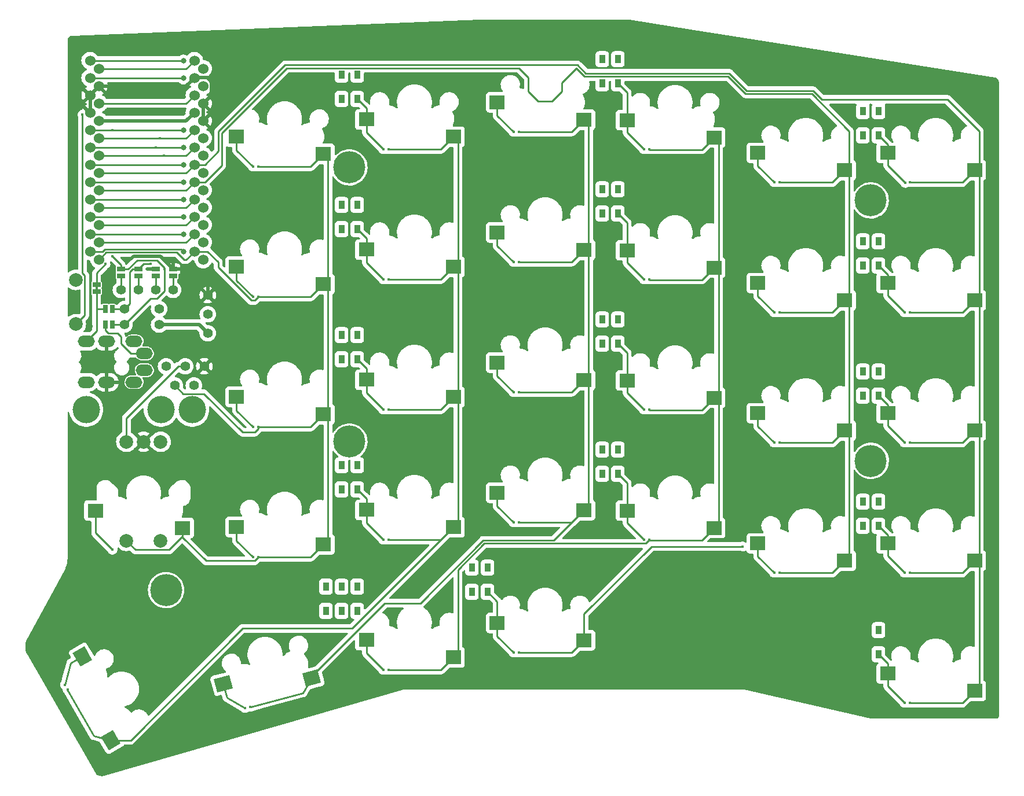
<source format=gtl>
G04 #@! TF.GenerationSoftware,KiCad,Pcbnew,(6.0.2-0)*
G04 #@! TF.CreationDate,2022-02-19T09:10:40+00:00*
G04 #@! TF.ProjectId,SofleKeyboard,536f666c-654b-4657-9962-6f6172642e6b,rev?*
G04 #@! TF.SameCoordinates,Original*
G04 #@! TF.FileFunction,Copper,L1,Top*
G04 #@! TF.FilePolarity,Positive*
%FSLAX46Y46*%
G04 Gerber Fmt 4.6, Leading zero omitted, Abs format (unit mm)*
G04 Created by KiCad (PCBNEW (6.0.2-0)) date 2022-02-19 09:10:40*
%MOMM*%
%LPD*%
G01*
G04 APERTURE LIST*
G04 #@! TA.AperFunction,EtchedComponent*
%ADD10C,0.100000*%
G04 #@! TD*
G04 #@! TA.AperFunction,SMDPad,CuDef*
%ADD11R,0.950000X1.300000*%
G04 #@! TD*
G04 #@! TA.AperFunction,ComponentPad*
%ADD12C,1.397000*%
G04 #@! TD*
G04 #@! TA.AperFunction,SMDPad,CuDef*
%ADD13R,1.143000X0.635000*%
G04 #@! TD*
G04 #@! TA.AperFunction,ComponentPad*
%ADD14C,2.000000*%
G04 #@! TD*
G04 #@! TA.AperFunction,SMDPad,CuDef*
%ADD15R,2.300000X2.000000*%
G04 #@! TD*
G04 #@! TA.AperFunction,ComponentPad*
%ADD16C,4.000000*%
G04 #@! TD*
G04 #@! TA.AperFunction,ComponentPad*
%ADD17C,4.700000*%
G04 #@! TD*
G04 #@! TA.AperFunction,ComponentPad*
%ADD18C,1.524000*%
G04 #@! TD*
G04 #@! TA.AperFunction,ComponentPad*
%ADD19O,2.500000X1.700000*%
G04 #@! TD*
G04 #@! TA.AperFunction,SMDPad,CuDef*
%ADD20R,0.635000X1.143000*%
G04 #@! TD*
G04 #@! TA.AperFunction,ViaPad*
%ADD21C,0.800000*%
G04 #@! TD*
G04 #@! TA.AperFunction,ViaPad*
%ADD22C,0.400000*%
G04 #@! TD*
G04 #@! TA.AperFunction,Conductor*
%ADD23C,0.250000*%
G04 #@! TD*
G04 #@! TA.AperFunction,Conductor*
%ADD24C,0.500000*%
G04 #@! TD*
G04 APERTURE END LIST*
D10*
X86510000Y-76762000D02*
X86510000Y-77162000D01*
X86510000Y-77162000D02*
X86210000Y-77162000D01*
X86210000Y-77162000D02*
X86210000Y-76762000D01*
X86210000Y-76762000D02*
X86510000Y-76762000D01*
G36*
X86510000Y-77162000D02*
G01*
X86210000Y-77162000D01*
X86210000Y-76762000D01*
X86510000Y-76762000D01*
X86510000Y-77162000D01*
G37*
X86510000Y-77162000D02*
X86210000Y-77162000D01*
X86210000Y-76762000D01*
X86510000Y-76762000D01*
X86510000Y-77162000D01*
D11*
X122174000Y-45723000D03*
X122174000Y-49273000D03*
X124460000Y-45723000D03*
X124460000Y-49273000D03*
X160274000Y-43437000D03*
X160274000Y-46987000D03*
X162560000Y-43437000D03*
X162560000Y-46987000D03*
X198374000Y-51057000D03*
X198374000Y-54607000D03*
X200660000Y-51057000D03*
X200660000Y-54607000D03*
X122174000Y-64773000D03*
X122174000Y-68323000D03*
X124460000Y-64773000D03*
X124460000Y-68323000D03*
X160274000Y-62487000D03*
X160274000Y-66037000D03*
X162560000Y-62487000D03*
X162560000Y-66037000D03*
X198374000Y-70107000D03*
X198374000Y-73657000D03*
X200660000Y-70107000D03*
X200660000Y-73657000D03*
X122174000Y-83823000D03*
X122174000Y-87373000D03*
X124460000Y-83823000D03*
X124460000Y-87373000D03*
X160274000Y-81537000D03*
X160274000Y-85087000D03*
X162560000Y-81537000D03*
X162560000Y-85087000D03*
X198374000Y-89157000D03*
X198374000Y-92707000D03*
X200660000Y-89157000D03*
X200660000Y-92707000D03*
X122174000Y-102873000D03*
X122174000Y-106423000D03*
X124460000Y-102873000D03*
X124460000Y-106423000D03*
X160274000Y-100587000D03*
X160274000Y-104137000D03*
X162560000Y-100587000D03*
X162560000Y-104137000D03*
X198374000Y-108207000D03*
X198374000Y-111757000D03*
X200660000Y-108207000D03*
X200660000Y-111757000D03*
X119888000Y-120646000D03*
X119888000Y-124196000D03*
X122174000Y-120653000D03*
X122174000Y-124203000D03*
X124460000Y-120646000D03*
X124460000Y-124196000D03*
X141224000Y-117856000D03*
X141224000Y-121406000D03*
X143510000Y-117859000D03*
X143510000Y-121409000D03*
X200660000Y-127003000D03*
X200660000Y-130553000D03*
D12*
X89916000Y-77216000D03*
X92456000Y-77216000D03*
X94996000Y-77216000D03*
X97536000Y-77216000D03*
D13*
X97536000Y-75176380D03*
X97536000Y-74175620D03*
X94996000Y-75168760D03*
X94996000Y-74168000D03*
X92456000Y-75176380D03*
X92456000Y-74175620D03*
X89916000Y-75168760D03*
X89916000Y-74168000D03*
D12*
X95504000Y-82296000D03*
X90424000Y-82296000D03*
X95504000Y-80010000D03*
X90424000Y-80010000D03*
D14*
X83312000Y-75744000D03*
X83312000Y-82244000D03*
D15*
X106827180Y-54769380D03*
X119527180Y-57309380D03*
X125826000Y-52268000D03*
X138526000Y-54808000D03*
X144926000Y-49750000D03*
X157626000Y-52290000D03*
X163927000Y-52369000D03*
X176627000Y-54909000D03*
X183026000Y-57169000D03*
X195726000Y-59709000D03*
X202025340Y-57170740D03*
X214725340Y-59710740D03*
X106827180Y-73819380D03*
X119527180Y-76359380D03*
X125826000Y-71318000D03*
X138526000Y-73858000D03*
X144926000Y-68800000D03*
X157626000Y-71340000D03*
X163927000Y-71419000D03*
X176627000Y-73959000D03*
X183026000Y-76219000D03*
X195726000Y-78759000D03*
X202025340Y-76220740D03*
X214725340Y-78760740D03*
X106827180Y-92869380D03*
X119527180Y-95409380D03*
X125826000Y-90368000D03*
X138526000Y-92908000D03*
X144926000Y-87850000D03*
X157626000Y-90390000D03*
X163927000Y-90469000D03*
X176627000Y-93009000D03*
X183026000Y-95269000D03*
X195726000Y-97809000D03*
X106827180Y-111919380D03*
X119527180Y-114459380D03*
X125826000Y-109418000D03*
X138526000Y-111958000D03*
X144926000Y-106900000D03*
X157626000Y-109440000D03*
X163927000Y-109519000D03*
X176627000Y-112059000D03*
X183026000Y-114319000D03*
X195726000Y-116859000D03*
D14*
X95718000Y-99434000D03*
X90718000Y-99434000D03*
X93218000Y-99434000D03*
X90718000Y-113934000D03*
X95718000Y-113934000D03*
G04 #@! TA.AperFunction,SMDPad,CuDef*
G36*
X82832629Y-130360893D02*
G01*
X84564679Y-129360893D01*
X85714679Y-131352751D01*
X83982629Y-132352751D01*
X82832629Y-130360893D01*
G37*
G04 #@! TD.AperFunction*
G04 #@! TA.AperFunction,SMDPad,CuDef*
G36*
X86982925Y-142629416D02*
G01*
X88714975Y-141629416D01*
X89864975Y-143621274D01*
X88132925Y-144621274D01*
X86982925Y-142629416D01*
G37*
G04 #@! TD.AperFunction*
G04 #@! TA.AperFunction,SMDPad,CuDef*
G36*
X104028276Y-136121390D02*
G01*
X103510638Y-134189538D01*
X105732268Y-133594254D01*
X106249906Y-135526106D01*
X104028276Y-136121390D01*
G37*
G04 #@! TD.AperFunction*
G04 #@! TA.AperFunction,SMDPad,CuDef*
G36*
X116952935Y-135287840D02*
G01*
X116435297Y-133355988D01*
X118656927Y-132760704D01*
X119174565Y-134692556D01*
X116952935Y-135287840D01*
G37*
G04 #@! TD.AperFunction*
D15*
X125826000Y-128468000D03*
X138526000Y-131008000D03*
X144926000Y-125950000D03*
X157626000Y-128490000D03*
X202025340Y-133370740D03*
X214725340Y-135910740D03*
D16*
X100330000Y-94742000D03*
X84836000Y-94742000D03*
D17*
X199535000Y-102230000D03*
X96520000Y-121158000D03*
X199527000Y-64116000D03*
X123313000Y-99419000D03*
X123320000Y-59286000D03*
D18*
X85414000Y-43650000D03*
X101952815Y-44845745D03*
X85414000Y-46190000D03*
X101952815Y-47385745D03*
X85414000Y-48730000D03*
X101952815Y-49925745D03*
X101952815Y-52465745D03*
X85414000Y-51270000D03*
X101952815Y-55005745D03*
X85414000Y-53810000D03*
X85414000Y-56350000D03*
X101952815Y-57545745D03*
X101952815Y-60085745D03*
X85414000Y-58890000D03*
X85414000Y-61430000D03*
X101952815Y-62625745D03*
X101952815Y-65165745D03*
X85414000Y-63970000D03*
X101952815Y-67705745D03*
X85414000Y-66510000D03*
X85414000Y-69050000D03*
X101952815Y-70245745D03*
X85414000Y-71590000D03*
X101952815Y-72785745D03*
X100654000Y-71590000D03*
X86712815Y-72785745D03*
X86712815Y-70245745D03*
X100654000Y-69050000D03*
X86712815Y-67705745D03*
X100654000Y-66510000D03*
X86712815Y-65165745D03*
X100654000Y-63970000D03*
X86712815Y-62625745D03*
X100654000Y-61430000D03*
X100654000Y-58890000D03*
X86712815Y-60085745D03*
X86712815Y-57545745D03*
X100654000Y-56350000D03*
X100654000Y-53810000D03*
X86712815Y-55005745D03*
X86712815Y-52465745D03*
X100654000Y-51270000D03*
X100654000Y-48730000D03*
X86712815Y-49925745D03*
X86712815Y-47385745D03*
X100654000Y-46190000D03*
X100654000Y-43650000D03*
X86712815Y-44845745D03*
D13*
X86360000Y-76461620D03*
X86360000Y-77462380D03*
D19*
X91834000Y-90718000D03*
X91834000Y-84768000D03*
X87834000Y-84768000D03*
X87834000Y-90718000D03*
X84834000Y-84768000D03*
X84834000Y-90718000D03*
X93334000Y-88968000D03*
X93334000Y-86518000D03*
D12*
X102616000Y-77978000D03*
D16*
X95758000Y-94742000D03*
D12*
X102616000Y-83566000D03*
X102616000Y-80772000D03*
D15*
X202025340Y-114320740D03*
X214725340Y-116860740D03*
X202025340Y-95270740D03*
X214725340Y-97810740D03*
X86218000Y-109514000D03*
X98918000Y-112054000D03*
D20*
X87637620Y-82296000D03*
X88638380Y-82296000D03*
X87637620Y-80010000D03*
X88638380Y-80010000D03*
D12*
X100584000Y-91186000D03*
X96520000Y-88392000D03*
X99314000Y-88392000D03*
X102108000Y-88392000D03*
X97790000Y-91186000D03*
D21*
X99060000Y-61468000D03*
D22*
X198374000Y-51054000D03*
X200660000Y-51054000D03*
X162560000Y-43434000D03*
X160274000Y-43434000D03*
X124460000Y-45720000D03*
X122174000Y-45720000D03*
X109220000Y-59182000D03*
X122174000Y-49276000D03*
X128270000Y-56642000D03*
X124460000Y-49276000D03*
X160274000Y-46990000D03*
X147320000Y-54102000D03*
X162560000Y-46990000D03*
X166370000Y-56642000D03*
X185420000Y-61468000D03*
X198374000Y-54610000D03*
X204577009Y-61555473D03*
X200661500Y-54608500D03*
X162560000Y-62484000D03*
X198374000Y-70104000D03*
X160274000Y-62484000D03*
X122174000Y-64770000D03*
X200660000Y-70104000D03*
X124460000Y-64770000D03*
D21*
X99060000Y-64008000D03*
D22*
X109220000Y-78232000D03*
X122174000Y-68326000D03*
X128270000Y-75692000D03*
X124460000Y-68326000D03*
X160274000Y-66040000D03*
X147320000Y-73152000D03*
X162560000Y-66040000D03*
X166370000Y-75692000D03*
X198374000Y-73660000D03*
X185420000Y-80518000D03*
X204470000Y-80518000D03*
X200660000Y-73660000D03*
X200660000Y-89154000D03*
X124460000Y-83820000D03*
X160274000Y-81534000D03*
X122174000Y-83820000D03*
X198374000Y-89154000D03*
D21*
X99060000Y-66548000D03*
D22*
X162560000Y-81534000D03*
X122174000Y-87376000D03*
X109220000Y-97282000D03*
X124460000Y-87376000D03*
X128270000Y-94742000D03*
X160274000Y-85090000D03*
X147320000Y-92202000D03*
X162560000Y-85090000D03*
X166370000Y-94742000D03*
X198374000Y-92710000D03*
X185420000Y-99568000D03*
X200660000Y-92710000D03*
X204470000Y-99568000D03*
X198374000Y-108204000D03*
X160274000Y-100584000D03*
X124460000Y-102870000D03*
X162560000Y-100584000D03*
X200660000Y-108204000D03*
X122174000Y-102870000D03*
D21*
X99060000Y-69088000D03*
D22*
X122174000Y-106426000D03*
X109220000Y-116332000D03*
X124460000Y-106426000D03*
X128270000Y-113792000D03*
X147320000Y-111252000D03*
X160274000Y-104140000D03*
X166370000Y-113792000D03*
X162560000Y-104140000D03*
X185420000Y-118618000D03*
X198374000Y-111760000D03*
X204470000Y-118618000D03*
X200660000Y-111760000D03*
D21*
X99060000Y-71628000D03*
D22*
X143508500Y-117857500D03*
X200660000Y-127000000D03*
X141224000Y-117856000D03*
X124460000Y-120650000D03*
X119888000Y-120650000D03*
X122174000Y-120650000D03*
X88696800Y-115239800D03*
X119888000Y-124206000D03*
X81733298Y-135012795D03*
X122174000Y-124206000D03*
X108087423Y-138427380D03*
X124460000Y-124206000D03*
X128270000Y-132842000D03*
X141224000Y-121412000D03*
X147320000Y-130302000D03*
X143511500Y-121410500D03*
X204470000Y-137668000D03*
X200661500Y-130554500D03*
X89920255Y-47385745D03*
X91328001Y-72755999D03*
X97536000Y-84074000D03*
X129794000Y-124460000D03*
X117094000Y-67564000D03*
X129794000Y-61468000D03*
X184023000Y-52133500D03*
X108204000Y-60706000D03*
X136525000Y-104013000D03*
X141224000Y-64389000D03*
X95250000Y-51054000D03*
X137287000Y-122428000D03*
X118110000Y-128270000D03*
X87834000Y-78232000D03*
X174688500Y-65214500D03*
X116840000Y-63754000D03*
X85598000Y-82550000D03*
X108712000Y-84836000D03*
X82550000Y-78994000D03*
X93584255Y-52465745D03*
X93726000Y-74168000D03*
X95034000Y-56350000D03*
X94234000Y-73406000D03*
D21*
X99060000Y-56388000D03*
D22*
X88646255Y-72255979D03*
X96266000Y-74168000D03*
D21*
X99060000Y-53848000D03*
D22*
X88646255Y-53810000D03*
X84291853Y-51571719D03*
X109982000Y-78232000D03*
X109982000Y-116332000D03*
X109982000Y-59182000D03*
X109982000Y-97282000D03*
X129032000Y-75692000D03*
X129032000Y-56642000D03*
X82114298Y-135672707D03*
X129032000Y-94742000D03*
X129032000Y-113792000D03*
X108823458Y-138230160D03*
X148082000Y-111252000D03*
X148082000Y-54102000D03*
X148082000Y-73152000D03*
X148082000Y-92202000D03*
X129032000Y-132842000D03*
X167132000Y-113792000D03*
X167132000Y-94742000D03*
X167132000Y-56642000D03*
X167132000Y-75692000D03*
X186182000Y-118618000D03*
X186182000Y-80518000D03*
X186182000Y-61468000D03*
X186182000Y-99568000D03*
X180792009Y-114767011D03*
X148082000Y-130302000D03*
X205232000Y-61468000D03*
X205232000Y-99568000D03*
X205232000Y-137668000D03*
X205232000Y-118618000D03*
X205232000Y-80518000D03*
X96170745Y-57545745D03*
X95645745Y-55005745D03*
D21*
X99060000Y-43688000D03*
X99060000Y-46228000D03*
D22*
X87675376Y-73436686D03*
D21*
X99060000Y-58928000D03*
D23*
X99022000Y-61430000D02*
X99060000Y-61468000D01*
X85414000Y-61430000D02*
X99022000Y-61430000D01*
X109220000Y-59182000D02*
X106827180Y-56789180D01*
X106827180Y-56789180D02*
X106827180Y-54769380D01*
X128270000Y-56642000D02*
X125826000Y-54198000D01*
X125826000Y-52268000D02*
X125826000Y-50639000D01*
X125826000Y-50639000D02*
X124460000Y-49273000D01*
X125826000Y-54198000D02*
X125826000Y-52268000D01*
X144926000Y-51708000D02*
X144926000Y-49750000D01*
X147320000Y-54102000D02*
X144926000Y-51708000D01*
X166370000Y-56642000D02*
X163927000Y-54199000D01*
X163927000Y-48354000D02*
X162560000Y-46987000D01*
X163927000Y-52369000D02*
X163927000Y-48354000D01*
X163927000Y-54199000D02*
X163927000Y-52369000D01*
X185420000Y-61468000D02*
X183026000Y-59074000D01*
X183026000Y-59074000D02*
X183026000Y-57169000D01*
X200661500Y-54608500D02*
X200660000Y-54607000D01*
X202025340Y-57170740D02*
X202025340Y-55972340D01*
X202025340Y-55972340D02*
X200661500Y-54608500D01*
X204577009Y-61555473D02*
X202025340Y-59003804D01*
X202025340Y-59003804D02*
X202025340Y-57170740D01*
X99022000Y-63970000D02*
X99060000Y-64008000D01*
X85414000Y-63970000D02*
X99022000Y-63970000D01*
X106827180Y-75839180D02*
X106827180Y-73819380D01*
X109220000Y-78232000D02*
X106827180Y-75839180D01*
X125826000Y-71318000D02*
X125826000Y-69689000D01*
X128270000Y-75692000D02*
X125826000Y-73248000D01*
X125826000Y-69689000D02*
X124460000Y-68323000D01*
X125826000Y-73248000D02*
X125826000Y-71318000D01*
X147320000Y-73152000D02*
X144926000Y-70758000D01*
X144926000Y-70758000D02*
X144926000Y-68800000D01*
X166370000Y-75692000D02*
X163927000Y-73249000D01*
X163927000Y-67404000D02*
X162560000Y-66037000D01*
X163927000Y-71419000D02*
X163927000Y-67404000D01*
X163927000Y-73249000D02*
X163927000Y-71419000D01*
X183026000Y-78124000D02*
X183026000Y-76219000D01*
X185420000Y-80518000D02*
X183026000Y-78124000D01*
X202025340Y-76220740D02*
X202025340Y-75022340D01*
X204470000Y-80518000D02*
X202025340Y-78073340D01*
X202025340Y-75022340D02*
X200660000Y-73657000D01*
X202025340Y-78073340D02*
X202025340Y-76220740D01*
X85414000Y-66510000D02*
X99022000Y-66510000D01*
X99022000Y-66510000D02*
X99060000Y-66548000D01*
X106827180Y-94889180D02*
X106827180Y-92869380D01*
X109220000Y-97282000D02*
X106827180Y-94889180D01*
X125826000Y-90368000D02*
X125826000Y-88739000D01*
X125826000Y-88739000D02*
X124460000Y-87373000D01*
X128270000Y-94742000D02*
X125826000Y-92298000D01*
X125826000Y-92298000D02*
X125826000Y-90368000D01*
X144926000Y-89808000D02*
X144926000Y-87850000D01*
X147320000Y-92202000D02*
X144926000Y-89808000D01*
X163927000Y-90469000D02*
X163927000Y-86454000D01*
X163927000Y-92299000D02*
X163927000Y-90469000D01*
X166370000Y-94742000D02*
X163927000Y-92299000D01*
X163927000Y-86454000D02*
X162560000Y-85087000D01*
X185420000Y-99568000D02*
X183026000Y-97174000D01*
X183026000Y-97174000D02*
X183026000Y-95269000D01*
X202025340Y-95270740D02*
X202025340Y-94072340D01*
X202025340Y-94072340D02*
X200660000Y-92707000D01*
X202025340Y-97123340D02*
X202025340Y-95270740D01*
X204470000Y-99568000D02*
X202025340Y-97123340D01*
X85414000Y-69050000D02*
X99022000Y-69050000D01*
X99022000Y-69050000D02*
X99060000Y-69088000D01*
X109220000Y-116332000D02*
X106827180Y-113939180D01*
X106827180Y-113939180D02*
X106827180Y-111919380D01*
X128270000Y-113792000D02*
X125826000Y-111348000D01*
X125826000Y-109418000D02*
X125826000Y-107792000D01*
X125826000Y-111348000D02*
X125826000Y-109418000D01*
X125826000Y-107792000D02*
X124460000Y-106426000D01*
X144926000Y-108858000D02*
X144926000Y-106900000D01*
X147320000Y-111252000D02*
X144926000Y-108858000D01*
X163927000Y-109519000D02*
X163927000Y-105504000D01*
X166370000Y-113792000D02*
X163927000Y-111349000D01*
X163927000Y-105504000D02*
X162560000Y-104137000D01*
X163927000Y-111349000D02*
X163927000Y-109519000D01*
X183026000Y-116224000D02*
X183026000Y-114319000D01*
X185420000Y-118618000D02*
X183026000Y-116224000D01*
X202025340Y-113122340D02*
X200660000Y-111757000D01*
X202025340Y-114320740D02*
X202025340Y-113122340D01*
X204470000Y-118618000D02*
X202025340Y-116173340D01*
X202025340Y-116173340D02*
X202025340Y-114320740D01*
X98712969Y-71280969D02*
X99060000Y-71628000D01*
X87581181Y-71280969D02*
X98712969Y-71280969D01*
X87272150Y-71590000D02*
X87581181Y-71280969D01*
X85414000Y-71590000D02*
X87272150Y-71590000D01*
X99022000Y-71590000D02*
X99060000Y-71628000D01*
X88696800Y-115239800D02*
X86218000Y-112761000D01*
X86218000Y-112761000D02*
X86218000Y-109514000D01*
X81733298Y-135012795D02*
X82585771Y-131831322D01*
X82585771Y-131831322D02*
X84273654Y-130856822D01*
X108087423Y-138427380D02*
X105424828Y-136890130D01*
X105424828Y-136890130D02*
X104880272Y-134857822D01*
X128270000Y-132842000D02*
X125826000Y-130398000D01*
X125826000Y-130398000D02*
X125826000Y-128468000D01*
X143511500Y-121410500D02*
X143510000Y-121409000D01*
X147320000Y-130302000D02*
X144926000Y-127908000D01*
X144926000Y-122825000D02*
X143511500Y-121410500D01*
X144926000Y-127908000D02*
X144926000Y-125950000D01*
X144926000Y-125950000D02*
X144926000Y-122825000D01*
X200661500Y-130554500D02*
X200660000Y-130553000D01*
X202025340Y-135223340D02*
X202025340Y-133370740D01*
X202025340Y-133370740D02*
X202025340Y-131918340D01*
X204470000Y-137668000D02*
X202025340Y-135223340D01*
X202025340Y-131918340D02*
X200661500Y-130554500D01*
D24*
X97536000Y-74175620D02*
X95666369Y-72305989D01*
X101371054Y-46173744D02*
X102534576Y-46173744D01*
X99458255Y-47385745D02*
X100654000Y-46190000D01*
X91778011Y-72305989D02*
X91328001Y-72755999D01*
X102534576Y-46173744D02*
X103164816Y-46803984D01*
X101952815Y-49925745D02*
X101952815Y-52465745D01*
X89920255Y-47385745D02*
X99458255Y-47385745D01*
X97536000Y-74175620D02*
X100845620Y-74175620D01*
X86712815Y-47385745D02*
X87996255Y-47385745D01*
X85414000Y-48730000D02*
X85414000Y-48684560D01*
X87996255Y-47385745D02*
X89920255Y-47385745D01*
X100845620Y-74175620D02*
X102616000Y-75946000D01*
X103164816Y-46803984D02*
X103164816Y-48713744D01*
X101354798Y-46190000D02*
X101371054Y-46173744D01*
X95666369Y-72305989D02*
X91778011Y-72305989D01*
X102616000Y-75946000D02*
X102616000Y-77978000D01*
X103164816Y-48713744D02*
X101952815Y-49925745D01*
X100654000Y-46190000D02*
X101354798Y-46190000D01*
X85414000Y-51270000D02*
X85414000Y-48730000D01*
X85414000Y-48684560D02*
X86712815Y-47385745D01*
X101346000Y-82296000D02*
X102616000Y-83566000D01*
X93584255Y-52465745D02*
X99458255Y-52465745D01*
X94996000Y-74168000D02*
X93726000Y-74168000D01*
X95504000Y-82296000D02*
X101346000Y-82296000D01*
X86712815Y-52465745D02*
X93584255Y-52465745D01*
X99458255Y-52465745D02*
X100654000Y-51270000D01*
D23*
X92456000Y-75176380D02*
X92456000Y-77216000D01*
X89916000Y-75168760D02*
X89916000Y-77216000D01*
X97536000Y-75176380D02*
X97536000Y-77216000D01*
X94996000Y-75168760D02*
X94996000Y-77216000D01*
X91634500Y-74175620D02*
X91186000Y-74624120D01*
X91186000Y-79248000D02*
X90424000Y-80010000D01*
X85414000Y-56350000D02*
X95034000Y-56350000D01*
X92456000Y-74175620D02*
X91634500Y-74175620D01*
X95034000Y-56350000D02*
X99022000Y-56350000D01*
X93225620Y-73406000D02*
X94234000Y-73406000D01*
X92456000Y-74175620D02*
X93225620Y-73406000D01*
X91186000Y-74624120D02*
X91186000Y-79248000D01*
X88638380Y-80010000D02*
X90424000Y-80010000D01*
X99022000Y-56350000D02*
X99060000Y-56388000D01*
X99022000Y-53810000D02*
X99060000Y-53848000D01*
X85414000Y-53810000D02*
X99022000Y-53810000D01*
X96266000Y-77392757D02*
X95172757Y-78486000D01*
X96266000Y-73963998D02*
X96266000Y-74168000D01*
X95172757Y-78486000D02*
X94234000Y-78486000D01*
X88638380Y-82296000D02*
X90424000Y-82296000D01*
X94234000Y-78486000D02*
X90424000Y-82296000D01*
X89916000Y-73525724D02*
X88646255Y-72255979D01*
X90989618Y-74168000D02*
X92276619Y-72880999D01*
X89916000Y-74168000D02*
X90989618Y-74168000D01*
X92276619Y-72880999D02*
X95183001Y-72880999D01*
X89916000Y-74168000D02*
X89916000Y-73525724D01*
X95183001Y-72880999D02*
X96266000Y-73963998D01*
X96266000Y-74168000D02*
X96266000Y-77392757D01*
X88113600Y-83593480D02*
X89435480Y-83593480D01*
X89435480Y-83593480D02*
X89916000Y-84074000D01*
X89916000Y-84074000D02*
X89916000Y-85092156D01*
X87637620Y-82296000D02*
X87637620Y-83117500D01*
X91341844Y-86518000D02*
X93334000Y-86518000D01*
X89916000Y-85092156D02*
X91341844Y-86518000D01*
X87637620Y-83117500D02*
X88113600Y-83593480D01*
X86360000Y-80010000D02*
X86360000Y-83242000D01*
X86282499Y-83319501D02*
X85690000Y-83912000D01*
X86360000Y-83242000D02*
X85690000Y-83912000D01*
X86360000Y-79746782D02*
X86360000Y-77462380D01*
X87637620Y-80010000D02*
X86360000Y-80010000D01*
X85690000Y-83912000D02*
X84834000Y-84768000D01*
X86360000Y-79746782D02*
X86360000Y-80010000D01*
X99458255Y-49925745D02*
X100654000Y-48730000D01*
X84637001Y-75107999D02*
X84637001Y-80918999D01*
X84291853Y-74762851D02*
X84637001Y-75107999D01*
X84637001Y-80918999D02*
X83312000Y-82244000D01*
X86712815Y-49925745D02*
X99458255Y-49925745D01*
X84291853Y-51571719D02*
X84291853Y-74762851D01*
X109474000Y-98044000D02*
X109982000Y-97536000D01*
X98089977Y-71730979D02*
X99144743Y-72785745D01*
X98918000Y-113304000D02*
X96963489Y-115258511D01*
X86712815Y-72785745D02*
X87767581Y-71730979D01*
X119527180Y-114459380D02*
X120182181Y-113804379D01*
X87767581Y-71730979D02*
X98089977Y-71730979D01*
X109456999Y-78757001D02*
X109982000Y-78232000D01*
X117654560Y-78232000D02*
X109982000Y-78232000D01*
X98918000Y-112054000D02*
X98918000Y-113304000D01*
X100654000Y-71590000D02*
X102578000Y-71590000D01*
X119527180Y-57309380D02*
X117654560Y-59182000D01*
X117654560Y-97282000D02*
X109982000Y-97282000D01*
X120182181Y-75704379D02*
X119527180Y-76359380D01*
X102578000Y-71590000D02*
X104140000Y-73152000D01*
X99144743Y-72785745D02*
X99458255Y-72785745D01*
X119900380Y-57309380D02*
X120182181Y-57591181D01*
X104140000Y-73152000D02*
X104140000Y-73929002D01*
X102069489Y-92417489D02*
X107696000Y-98044000D01*
X119527180Y-76359380D02*
X117654560Y-78232000D01*
X102344999Y-116857001D02*
X98918000Y-113430002D01*
X120182181Y-57591181D02*
X120182181Y-75704379D01*
X117654560Y-59182000D02*
X109982000Y-59182000D01*
X97790000Y-91186000D02*
X99021489Y-92417489D01*
X119527180Y-95409380D02*
X120182181Y-94754379D01*
X120182181Y-94754379D02*
X120182181Y-77014381D01*
X109456999Y-116857001D02*
X102344999Y-116857001D01*
X117654560Y-116332000D02*
X109982000Y-116332000D01*
X119527180Y-57309380D02*
X119900380Y-57309380D01*
X119527180Y-114459380D02*
X117654560Y-116332000D01*
X98918000Y-113430002D02*
X98918000Y-112054000D01*
X107696000Y-98044000D02*
X109474000Y-98044000D01*
X120182181Y-113804379D02*
X120182181Y-96064381D01*
X109982000Y-97536000D02*
X109982000Y-97282000D01*
X109982000Y-116332000D02*
X109456999Y-116857001D01*
X99458255Y-72785745D02*
X100654000Y-71590000D01*
X104140000Y-73929002D02*
X108967999Y-78757001D01*
X92042511Y-115258511D02*
X90718000Y-113934000D01*
X119527180Y-95409380D02*
X117654560Y-97282000D01*
X99021489Y-92417489D02*
X102069489Y-92417489D01*
X120182181Y-96064381D02*
X119527180Y-95409380D01*
X96963489Y-115258511D02*
X92042511Y-115258511D01*
X108967999Y-78757001D02*
X109456999Y-78757001D01*
X120182181Y-77014381D02*
X119527180Y-76359380D01*
X139181001Y-92252999D02*
X138526000Y-92908000D01*
X123720999Y-126763001D02*
X107700411Y-126763001D01*
X136692000Y-56642000D02*
X129032000Y-56642000D01*
X139181001Y-55463001D02*
X139181001Y-73202999D01*
X85985593Y-142471989D02*
X82097094Y-135736911D01*
X91338066Y-143125345D02*
X88423950Y-143125345D01*
X139181001Y-93563001D02*
X139181001Y-111302999D01*
X138526000Y-92908000D02*
X139181001Y-93563001D01*
X139181001Y-73202999D02*
X138526000Y-73858000D01*
X138526000Y-54808000D02*
X139181001Y-55463001D01*
X138526000Y-111958000D02*
X123720999Y-126763001D01*
X99458255Y-70245745D02*
X100654000Y-69050000D01*
X107700411Y-126763001D02*
X91338066Y-143125345D01*
X138526000Y-92908000D02*
X136692000Y-94742000D01*
X88423950Y-143125345D02*
X85985593Y-142471989D01*
X82097094Y-135736911D02*
X82114298Y-135672707D01*
X138526000Y-73858000D02*
X136692000Y-75692000D01*
X139181001Y-74513001D02*
X139181001Y-92252999D01*
X86712815Y-70245745D02*
X99458255Y-70245745D01*
X138526000Y-73858000D02*
X139181001Y-74513001D01*
X138526000Y-111958000D02*
X136692000Y-113792000D01*
X136692000Y-113792000D02*
X129032000Y-113792000D01*
X139181001Y-111302999D02*
X138526000Y-111958000D01*
X136692000Y-75692000D02*
X129032000Y-75692000D01*
X136692000Y-94742000D02*
X129032000Y-94742000D01*
X138526000Y-54808000D02*
X136692000Y-56642000D01*
X108881023Y-138263395D02*
X108823458Y-138230160D01*
X158281001Y-91045001D02*
X158281001Y-108784999D01*
X157626000Y-52290000D02*
X158281001Y-52945001D01*
X117804931Y-133754067D02*
X117804931Y-134024272D01*
X158281001Y-108784999D02*
X157626000Y-109440000D01*
X133672000Y-123061588D02*
X128497410Y-123061588D01*
X99458255Y-67705745D02*
X100654000Y-66510000D01*
X86712815Y-67705745D02*
X99458255Y-67705745D01*
X158281001Y-89734999D02*
X157626000Y-90390000D01*
X157626000Y-52290000D02*
X155814000Y-54102000D01*
X155814000Y-73152000D02*
X148082000Y-73152000D01*
X157626000Y-90390000D02*
X158281001Y-91045001D01*
X153199009Y-113866991D02*
X142866596Y-113866992D01*
X157626000Y-71340000D02*
X155814000Y-73152000D01*
X128497410Y-123061588D02*
X117804931Y-133754067D01*
X158281001Y-71995001D02*
X158281001Y-89734999D01*
X155814000Y-111252000D02*
X148082000Y-111252000D01*
X155814000Y-54102000D02*
X148082000Y-54102000D01*
X157626000Y-109440000D02*
X155814000Y-111252000D01*
X158281001Y-70684999D02*
X157626000Y-71340000D01*
X157626000Y-71340000D02*
X158281001Y-71995001D01*
X157626000Y-109440000D02*
X153199009Y-113866991D01*
X158281001Y-52945001D02*
X158281001Y-70684999D01*
X116542744Y-136210442D02*
X108881023Y-138263395D01*
X117804931Y-134024272D02*
X116542744Y-136210442D01*
X142866596Y-113866992D02*
X133672000Y-123061588D01*
X157626000Y-90390000D02*
X155814000Y-92202000D01*
X155814000Y-92202000D02*
X148082000Y-92202000D01*
X176627000Y-73959000D02*
X174841999Y-75744001D01*
X86712815Y-65165745D02*
X99458255Y-65165745D01*
X176627000Y-73959000D02*
X177282001Y-74614001D01*
X167184001Y-75744001D02*
X167132000Y-75692000D01*
X176627000Y-93009000D02*
X174841999Y-94794001D01*
X167184001Y-113844001D02*
X167132000Y-113792000D01*
X177282001Y-74614001D02*
X177282001Y-92353999D01*
X176627000Y-54909000D02*
X177282001Y-55564001D01*
X174841999Y-94794001D02*
X167184001Y-94794001D01*
X177282001Y-111403999D02*
X176627000Y-112059000D01*
X176627000Y-112059000D02*
X174841999Y-113844001D01*
X174841999Y-75744001D02*
X167184001Y-75744001D01*
X176627000Y-93009000D02*
X177282001Y-93664001D01*
X136692000Y-132842000D02*
X129032000Y-132842000D01*
X176627000Y-54909000D02*
X174841999Y-56694001D01*
X143052997Y-114317001D02*
X139181001Y-118188997D01*
X138526000Y-131008000D02*
X136692000Y-132842000D01*
X167132000Y-113792000D02*
X166606999Y-114317001D01*
X167184001Y-56694001D02*
X167132000Y-56642000D01*
X177282001Y-55564001D02*
X177282001Y-73303999D01*
X139181001Y-118188997D02*
X139181001Y-130352999D01*
X177282001Y-93664001D02*
X177282001Y-111403999D01*
X166606999Y-114317001D02*
X143052997Y-114317001D01*
X177282001Y-73303999D02*
X176627000Y-73959000D01*
X177282001Y-92353999D02*
X176627000Y-93009000D01*
X99458255Y-65165745D02*
X100654000Y-63970000D01*
X167184001Y-94794001D02*
X167132000Y-94742000D01*
X139181001Y-130352999D02*
X138526000Y-131008000D01*
X174841999Y-56694001D02*
X167184001Y-56694001D01*
X174841999Y-113844001D02*
X167184001Y-113844001D01*
X195726000Y-78759000D02*
X196381001Y-79414001D01*
X196381001Y-97153999D02*
X195726000Y-97809000D01*
X196381001Y-79414001D02*
X196381001Y-97153999D01*
X149501479Y-48174271D02*
X150921729Y-49594521D01*
X99458255Y-62625745D02*
X100654000Y-61430000D01*
X196381001Y-53976999D02*
X196381001Y-59053999D01*
X196381001Y-98464001D02*
X196381001Y-116203999D01*
X102217322Y-61430000D02*
X104640320Y-59007002D01*
X195726000Y-59709000D02*
X196381001Y-60364001D01*
X157626000Y-124637002D02*
X167495991Y-114767011D01*
X104640320Y-59007002D02*
X104640320Y-54221238D01*
X149501479Y-46165729D02*
X149501479Y-48174271D01*
X157626000Y-128490000D02*
X155814000Y-130302000D01*
X196381001Y-78103999D02*
X195726000Y-78759000D01*
X104640320Y-54221238D02*
X114113559Y-44747999D01*
X157697002Y-45974000D02*
X178687590Y-45974000D01*
X186208001Y-99594001D02*
X186182000Y-99568000D01*
X195726000Y-97809000D02*
X196381001Y-98464001D01*
X196381001Y-116203999D02*
X195726000Y-116859000D01*
X178687590Y-45974000D02*
X181227589Y-48513999D01*
X193940999Y-118644001D02*
X186208001Y-118644001D01*
X150921729Y-49594521D02*
X152930271Y-49594521D01*
X167495991Y-114767011D02*
X180792009Y-114767011D01*
X181227589Y-48513999D02*
X190918001Y-48513999D01*
X148083749Y-44747999D02*
X149501479Y-46165729D01*
X186208001Y-61494001D02*
X186182000Y-61468000D01*
X86712815Y-62625745D02*
X99458255Y-62625745D01*
X193940999Y-99594001D02*
X186208001Y-99594001D01*
X193940999Y-61494001D02*
X186208001Y-61494001D01*
X196381001Y-60364001D02*
X196381001Y-78103999D01*
X155814000Y-130302000D02*
X148082000Y-130302000D01*
X156471001Y-44747999D02*
X157697002Y-45974000D01*
X100654000Y-61430000D02*
X102217322Y-61430000D01*
X186208001Y-80544001D02*
X186182000Y-80518000D01*
X154350521Y-48174271D02*
X154350521Y-46868479D01*
X195726000Y-59709000D02*
X193940999Y-61494001D01*
X157626000Y-128490000D02*
X157626000Y-124637002D01*
X196381001Y-59053999D02*
X195726000Y-59709000D01*
X195726000Y-116859000D02*
X193940999Y-118644001D01*
X195726000Y-97809000D02*
X193940999Y-99594001D01*
X152930271Y-49594521D02*
X154350521Y-48174271D01*
X190918001Y-48513999D02*
X196381001Y-53976999D01*
X154350521Y-46868479D02*
X156471001Y-44747999D01*
X195726000Y-78759000D02*
X193940999Y-80544001D01*
X114113559Y-44747999D02*
X148083749Y-44747999D01*
X186208001Y-118644001D02*
X186182000Y-118618000D01*
X193940999Y-80544001D02*
X186208001Y-80544001D01*
X212940339Y-137695741D02*
X205259741Y-137695741D01*
X104190800Y-54034348D02*
X113927158Y-44297990D01*
X212940339Y-80545741D02*
X205259741Y-80545741D01*
X205259741Y-118645741D02*
X205232000Y-118618000D01*
X212940339Y-118645741D02*
X205259741Y-118645741D01*
X205259741Y-80545741D02*
X205232000Y-80518000D01*
X215380341Y-73028739D02*
X215380341Y-73163659D01*
X214725340Y-78760740D02*
X215380341Y-79415741D01*
X215380341Y-53978739D02*
X215380341Y-59055739D01*
X178873990Y-45523990D02*
X181413989Y-48063989D01*
X215380341Y-98465741D02*
X215380341Y-116205739D01*
X214725340Y-97810740D02*
X212940339Y-99595741D01*
X215380341Y-79415741D02*
X215380341Y-97155739D01*
X86712815Y-60085745D02*
X99458255Y-60085745D01*
X214725340Y-59710740D02*
X212940339Y-61495741D01*
X205259741Y-137695741D02*
X205232000Y-137668000D01*
X214725340Y-116860740D02*
X212940339Y-118645741D01*
X181413989Y-48063989D02*
X191104401Y-48063989D01*
X214725340Y-97810740D02*
X215380341Y-98465741D01*
X102217322Y-58890000D02*
X104190800Y-56916522D01*
X215380341Y-117515741D02*
X215380341Y-135255739D01*
X215380341Y-97155739D02*
X214725340Y-97810740D01*
X192387611Y-49347199D02*
X210748801Y-49347199D01*
X100654000Y-58890000D02*
X102217322Y-58890000D01*
X205259741Y-61495741D02*
X205232000Y-61468000D01*
X215380341Y-59055739D02*
X214725340Y-59710740D01*
X215380341Y-116205739D02*
X214725340Y-116860740D01*
X99458255Y-60085745D02*
X100654000Y-58890000D01*
X215380341Y-73163659D02*
X215380341Y-60365741D01*
X214725340Y-135910740D02*
X212940339Y-137695741D01*
X191104401Y-48063989D02*
X192387611Y-49347199D01*
X156657402Y-44297990D02*
X157883402Y-45523990D01*
X215380341Y-135255739D02*
X214725340Y-135910740D01*
X157883402Y-45523990D02*
X178873990Y-45523990D01*
X214725340Y-78760740D02*
X212940339Y-80545741D01*
X215380341Y-60365741D02*
X214725340Y-59710740D01*
X113927158Y-44297990D02*
X156657402Y-44297990D01*
X212940339Y-61495741D02*
X205259741Y-61495741D01*
X205259741Y-99595741D02*
X205232000Y-99568000D01*
X215380341Y-78105739D02*
X214725340Y-78760740D01*
X104190800Y-56916522D02*
X104190800Y-54034348D01*
X215380341Y-73163659D02*
X215380341Y-78105739D01*
X214725340Y-116860740D02*
X215380341Y-117515741D01*
X212940339Y-99595741D02*
X205259741Y-99595741D01*
X210748801Y-49347199D02*
X215380341Y-53978739D01*
X98298000Y-88392000D02*
X90718000Y-95972000D01*
X86712815Y-57545745D02*
X99458255Y-57545745D01*
X99458255Y-57545745D02*
X100654000Y-56350000D01*
X90718000Y-95972000D02*
X90718000Y-99434000D01*
X99314000Y-88392000D02*
X98298000Y-88392000D01*
X99458255Y-55005745D02*
X100654000Y-53810000D01*
X86712815Y-55005745D02*
X95645745Y-55005745D01*
X95645745Y-55005745D02*
X99458255Y-55005745D01*
X99022000Y-43650000D02*
X99060000Y-43688000D01*
X85414000Y-43650000D02*
X99022000Y-43650000D01*
X99022000Y-46190000D02*
X99060000Y-46228000D01*
X86360000Y-76461620D02*
X86360000Y-74752062D01*
X85414000Y-46190000D02*
X99022000Y-46190000D01*
X86360000Y-74752062D02*
X87675376Y-73436686D01*
X86712815Y-44845745D02*
X99458255Y-44845745D01*
X99458255Y-44845745D02*
X100654000Y-43650000D01*
X99022000Y-58890000D02*
X99060000Y-58928000D01*
X85414000Y-58890000D02*
X99022000Y-58890000D01*
G04 #@! TA.AperFunction,Conductor*
G36*
X164245928Y-37698540D02*
G01*
X173141146Y-39102011D01*
X217692754Y-46131282D01*
X217704366Y-46133678D01*
X217821953Y-46163781D01*
X217843204Y-46171303D01*
X217925333Y-46208949D01*
X217944574Y-46219911D01*
X218018029Y-46270798D01*
X218034815Y-46284725D01*
X218098308Y-46347449D01*
X218112377Y-46363977D01*
X218120678Y-46375630D01*
X218164171Y-46436688D01*
X218175238Y-46455477D01*
X218213760Y-46536115D01*
X218221516Y-46556876D01*
X218225272Y-46570475D01*
X218245564Y-46643957D01*
X218249595Y-46666117D01*
X218260631Y-46787809D01*
X218260666Y-46788200D01*
X218261181Y-46799580D01*
X218261063Y-75564091D01*
X218260802Y-139577235D01*
X218259338Y-139596386D01*
X218255605Y-139620660D01*
X218256785Y-139629555D01*
X218256692Y-139638536D01*
X218255850Y-139638527D01*
X218255588Y-139660025D01*
X218248578Y-139704534D01*
X218236313Y-139742263D01*
X218209702Y-139794342D01*
X218186315Y-139826386D01*
X218144831Y-139867609D01*
X218112640Y-139890794D01*
X218060390Y-139917077D01*
X218022585Y-139929102D01*
X217978810Y-139935713D01*
X217959083Y-139936993D01*
X217951210Y-139935701D01*
X217921502Y-139939339D01*
X217917042Y-139939885D01*
X217901727Y-139940819D01*
X211451835Y-139940819D01*
X199505942Y-139940820D01*
X199477825Y-139937643D01*
X181005899Y-135709042D01*
X180992796Y-135704525D01*
X180992761Y-135704641D01*
X180984180Y-135702017D01*
X180976052Y-135698201D01*
X180967184Y-135696820D01*
X180967180Y-135696819D01*
X180932661Y-135691445D01*
X180925698Y-135690361D01*
X180916968Y-135688684D01*
X180908176Y-135686671D01*
X180908172Y-135686670D01*
X180903802Y-135685670D01*
X180890648Y-135684578D01*
X180881742Y-135683517D01*
X180865577Y-135681000D01*
X180852744Y-135681000D01*
X180842323Y-135680568D01*
X180795509Y-135676683D01*
X180786709Y-135678482D01*
X180786279Y-135678508D01*
X180761646Y-135681000D01*
X131530665Y-135681000D01*
X131510806Y-135679425D01*
X131497217Y-135677256D01*
X131497216Y-135677256D01*
X131488351Y-135675841D01*
X131479446Y-135676971D01*
X131479445Y-135676971D01*
X131450569Y-135680635D01*
X131446881Y-135681000D01*
X131443651Y-135681000D01*
X131439213Y-135681636D01*
X131439208Y-135681636D01*
X131413211Y-135685359D01*
X131411211Y-135685630D01*
X131403432Y-135686617D01*
X131377434Y-135689916D01*
X131374305Y-135690818D01*
X131370718Y-135691445D01*
X131363931Y-135692417D01*
X131336083Y-135696405D01*
X131327915Y-135700119D01*
X131327911Y-135700120D01*
X131311823Y-135707435D01*
X131294579Y-135713803D01*
X98698846Y-145110956D01*
X87458306Y-148351536D01*
X87437972Y-148355622D01*
X87137552Y-148390595D01*
X87104128Y-148390021D01*
X86805918Y-148344879D01*
X86784943Y-148339835D01*
X86504463Y-148246342D01*
X86462308Y-148222474D01*
X86289158Y-148074060D01*
X86261968Y-148041271D01*
X84587490Y-145133397D01*
X76102935Y-130399242D01*
X76091440Y-130372574D01*
X76050720Y-130236842D01*
X75981619Y-130006507D01*
X75976741Y-129980769D01*
X75976623Y-129979344D01*
X75934435Y-129473090D01*
X75934000Y-129462626D01*
X75934000Y-129151776D01*
X75936447Y-129127065D01*
X75946608Y-129076259D01*
X76005510Y-128781751D01*
X76018173Y-128746634D01*
X76088852Y-128615635D01*
X78096732Y-124894134D01*
X118904500Y-124894134D01*
X118911255Y-124956316D01*
X118962385Y-125092705D01*
X119049739Y-125209261D01*
X119166295Y-125296615D01*
X119302684Y-125347745D01*
X119364866Y-125354500D01*
X120411134Y-125354500D01*
X120473316Y-125347745D01*
X120609705Y-125296615D01*
X120726261Y-125209261D01*
X120813615Y-125092705D01*
X120864745Y-124956316D01*
X120870740Y-124901134D01*
X121190500Y-124901134D01*
X121197255Y-124963316D01*
X121248385Y-125099705D01*
X121335739Y-125216261D01*
X121452295Y-125303615D01*
X121588684Y-125354745D01*
X121650866Y-125361500D01*
X122697134Y-125361500D01*
X122759316Y-125354745D01*
X122895705Y-125303615D01*
X123012261Y-125216261D01*
X123099615Y-125099705D01*
X123150745Y-124963316D01*
X123157500Y-124901134D01*
X123157500Y-123504866D01*
X123150745Y-123442684D01*
X123099615Y-123306295D01*
X123012261Y-123189739D01*
X122895705Y-123102385D01*
X122759316Y-123051255D01*
X122697134Y-123044500D01*
X121650866Y-123044500D01*
X121588684Y-123051255D01*
X121452295Y-123102385D01*
X121335739Y-123189739D01*
X121248385Y-123306295D01*
X121197255Y-123442684D01*
X121190500Y-123504866D01*
X121190500Y-124901134D01*
X120870740Y-124901134D01*
X120871500Y-124894134D01*
X120871500Y-123497866D01*
X120864745Y-123435684D01*
X120813615Y-123299295D01*
X120726261Y-123182739D01*
X120609705Y-123095385D01*
X120473316Y-123044255D01*
X120411134Y-123037500D01*
X119364866Y-123037500D01*
X119302684Y-123044255D01*
X119166295Y-123095385D01*
X119049739Y-123182739D01*
X118962385Y-123299295D01*
X118911255Y-123435684D01*
X118904500Y-123497866D01*
X118904500Y-124894134D01*
X78096732Y-124894134D01*
X80127510Y-121130194D01*
X93864801Y-121130194D01*
X93864990Y-121133986D01*
X93878896Y-121413316D01*
X93880691Y-121449382D01*
X93881332Y-121453113D01*
X93881333Y-121453121D01*
X93932042Y-121748229D01*
X93934812Y-121764350D01*
X93935900Y-121767989D01*
X93935901Y-121767992D01*
X94016253Y-122036668D01*
X94026381Y-122070535D01*
X94027894Y-122074006D01*
X94027896Y-122074012D01*
X94071352Y-122173715D01*
X94154070Y-122363501D01*
X94155993Y-122366773D01*
X94155995Y-122366776D01*
X94192003Y-122428027D01*
X94316031Y-122639006D01*
X94318332Y-122642021D01*
X94507617Y-122890044D01*
X94507622Y-122890049D01*
X94509917Y-122893057D01*
X94578401Y-122963358D01*
X94710765Y-123099233D01*
X94732920Y-123121976D01*
X94825964Y-123196919D01*
X94978856Y-123320068D01*
X94978861Y-123320072D01*
X94981809Y-123322446D01*
X95252979Y-123491563D01*
X95542502Y-123626877D01*
X95546112Y-123628060D01*
X95546116Y-123628062D01*
X95728863Y-123687970D01*
X95846185Y-123726430D01*
X96159628Y-123788777D01*
X96163400Y-123789064D01*
X96163408Y-123789065D01*
X96474515Y-123812730D01*
X96474520Y-123812730D01*
X96478292Y-123813017D01*
X96797559Y-123798799D01*
X96801297Y-123798177D01*
X96801305Y-123798176D01*
X97109072Y-123746949D01*
X97109080Y-123746947D01*
X97112806Y-123746327D01*
X97419466Y-123656363D01*
X97713097Y-123530209D01*
X97716375Y-123528305D01*
X97716381Y-123528302D01*
X97888572Y-123428285D01*
X97989445Y-123369693D01*
X98244509Y-123177140D01*
X98474592Y-122955339D01*
X98525298Y-122893057D01*
X98621215Y-122775240D01*
X98676362Y-122707503D01*
X98770710Y-122557971D01*
X98844875Y-122440427D01*
X98844876Y-122440424D01*
X98846897Y-122437222D01*
X98983725Y-122148411D01*
X98988983Y-122132653D01*
X99035518Y-121993168D01*
X99084866Y-121845254D01*
X99148854Y-121532141D01*
X99164146Y-121344134D01*
X118904500Y-121344134D01*
X118911255Y-121406316D01*
X118962385Y-121542705D01*
X119049739Y-121659261D01*
X119166295Y-121746615D01*
X119302684Y-121797745D01*
X119364866Y-121804500D01*
X120411134Y-121804500D01*
X120473316Y-121797745D01*
X120609705Y-121746615D01*
X120726261Y-121659261D01*
X120813615Y-121542705D01*
X120864745Y-121406316D01*
X120870740Y-121351134D01*
X121190500Y-121351134D01*
X121197255Y-121413316D01*
X121248385Y-121549705D01*
X121335739Y-121666261D01*
X121452295Y-121753615D01*
X121588684Y-121804745D01*
X121650866Y-121811500D01*
X122697134Y-121811500D01*
X122759316Y-121804745D01*
X122895705Y-121753615D01*
X123012261Y-121666261D01*
X123099615Y-121549705D01*
X123150745Y-121413316D01*
X123157500Y-121351134D01*
X123157500Y-121344134D01*
X123476500Y-121344134D01*
X123483255Y-121406316D01*
X123534385Y-121542705D01*
X123621739Y-121659261D01*
X123738295Y-121746615D01*
X123874684Y-121797745D01*
X123936866Y-121804500D01*
X124983134Y-121804500D01*
X125045316Y-121797745D01*
X125181705Y-121746615D01*
X125298261Y-121659261D01*
X125385615Y-121542705D01*
X125436745Y-121406316D01*
X125443500Y-121344134D01*
X125443500Y-119947866D01*
X125436745Y-119885684D01*
X125385615Y-119749295D01*
X125298261Y-119632739D01*
X125181705Y-119545385D01*
X125045316Y-119494255D01*
X124983134Y-119487500D01*
X123936866Y-119487500D01*
X123874684Y-119494255D01*
X123738295Y-119545385D01*
X123621739Y-119632739D01*
X123534385Y-119749295D01*
X123483255Y-119885684D01*
X123476500Y-119947866D01*
X123476500Y-121344134D01*
X123157500Y-121344134D01*
X123157500Y-119954866D01*
X123150745Y-119892684D01*
X123099615Y-119756295D01*
X123012261Y-119639739D01*
X122895705Y-119552385D01*
X122759316Y-119501255D01*
X122697134Y-119494500D01*
X121650866Y-119494500D01*
X121588684Y-119501255D01*
X121452295Y-119552385D01*
X121335739Y-119639739D01*
X121248385Y-119756295D01*
X121197255Y-119892684D01*
X121190500Y-119954866D01*
X121190500Y-121351134D01*
X120870740Y-121351134D01*
X120871500Y-121344134D01*
X120871500Y-119947866D01*
X120864745Y-119885684D01*
X120813615Y-119749295D01*
X120726261Y-119632739D01*
X120609705Y-119545385D01*
X120473316Y-119494255D01*
X120411134Y-119487500D01*
X119364866Y-119487500D01*
X119302684Y-119494255D01*
X119166295Y-119545385D01*
X119049739Y-119632739D01*
X118962385Y-119749295D01*
X118911255Y-119885684D01*
X118904500Y-119947866D01*
X118904500Y-121344134D01*
X99164146Y-121344134D01*
X99174763Y-121213609D01*
X99175345Y-121158000D01*
X99173898Y-121133986D01*
X99156341Y-120842773D01*
X99156341Y-120842769D01*
X99156113Y-120838995D01*
X99132165Y-120707866D01*
X99099377Y-120528333D01*
X99099376Y-120528329D01*
X99098697Y-120524611D01*
X99092642Y-120505109D01*
X99030578Y-120305233D01*
X99003927Y-120219402D01*
X98873176Y-119927789D01*
X98708339Y-119653996D01*
X98706012Y-119651012D01*
X98706007Y-119651005D01*
X98514140Y-119404984D01*
X98514138Y-119404981D01*
X98511804Y-119401989D01*
X98286416Y-119175418D01*
X98148402Y-119066617D01*
X98038419Y-118979913D01*
X98038412Y-118979908D01*
X98035441Y-118977566D01*
X98006225Y-118959767D01*
X97866494Y-118874642D01*
X97762515Y-118811297D01*
X97471591Y-118679022D01*
X97166882Y-118582655D01*
X97027342Y-118556415D01*
X96856527Y-118524293D01*
X96856522Y-118524292D01*
X96852803Y-118523593D01*
X96533903Y-118502691D01*
X96530124Y-118502899D01*
X96530122Y-118502899D01*
X96433214Y-118508232D01*
X96214802Y-118520253D01*
X96211075Y-118520914D01*
X96211071Y-118520914D01*
X95987531Y-118560531D01*
X95900122Y-118576022D01*
X95896497Y-118577127D01*
X95896492Y-118577128D01*
X95733794Y-118626715D01*
X95594421Y-118669193D01*
X95302127Y-118798415D01*
X95230488Y-118841036D01*
X95031175Y-118959615D01*
X95027475Y-118961816D01*
X95024474Y-118964132D01*
X95024470Y-118964134D01*
X94810840Y-119128948D01*
X94774442Y-119157029D01*
X94771744Y-119159685D01*
X94649826Y-119279703D01*
X94546694Y-119381227D01*
X94347530Y-119631163D01*
X94179835Y-119903215D01*
X94046038Y-120193443D01*
X93948078Y-120497643D01*
X93947359Y-120501359D01*
X93947357Y-120501367D01*
X93906163Y-120714283D01*
X93887372Y-120811408D01*
X93887105Y-120815184D01*
X93887104Y-120815189D01*
X93874858Y-120988152D01*
X93864801Y-121130194D01*
X80127510Y-121130194D01*
X81739234Y-118142947D01*
X81741413Y-118139445D01*
X81744162Y-118136556D01*
X81775825Y-118075171D01*
X81776916Y-118073103D01*
X81788273Y-118052054D01*
X81790400Y-118048112D01*
X81791632Y-118044762D01*
X81793077Y-118041770D01*
X81793183Y-118041519D01*
X81795416Y-118037190D01*
X81804440Y-118010119D01*
X81805711Y-118006494D01*
X81806919Y-118003212D01*
X81823066Y-117959321D01*
X81824821Y-117954552D01*
X81824822Y-117954547D01*
X81827919Y-117946129D01*
X81828357Y-117939704D01*
X81830351Y-117932383D01*
X81838188Y-117908874D01*
X81918212Y-117668800D01*
X81985011Y-117468404D01*
X81989086Y-117457800D01*
X81991562Y-117452133D01*
X81996284Y-117444504D01*
X82011481Y-117389534D01*
X82013391Y-117383264D01*
X82018051Y-117369285D01*
X82018053Y-117369276D01*
X82019466Y-117365038D01*
X82020766Y-117357876D01*
X82023297Y-117346797D01*
X82024779Y-117341436D01*
X82024780Y-117341433D01*
X82026077Y-117336740D01*
X82028215Y-117318277D01*
X82029404Y-117310274D01*
X82037266Y-117266950D01*
X82037266Y-117266947D01*
X82038868Y-117258119D01*
X82037928Y-117249198D01*
X82038263Y-117240220D01*
X82038649Y-117240234D01*
X82038713Y-117227601D01*
X82045542Y-117168624D01*
X82104337Y-116660803D01*
X82104999Y-116655920D01*
X82106744Y-116644717D01*
X82109258Y-116628568D01*
X82109258Y-116623706D01*
X82109310Y-116623034D01*
X82109381Y-116619826D01*
X82109566Y-116615643D01*
X82110081Y-116611191D01*
X82109303Y-116582360D01*
X82109257Y-116578963D01*
X82109214Y-114222020D01*
X82108862Y-95165928D01*
X82128863Y-95097808D01*
X82182518Y-95051314D01*
X82252791Y-95041209D01*
X82317373Y-95070701D01*
X82355757Y-95130426D01*
X82358630Y-95142317D01*
X82378671Y-95247374D01*
X82401505Y-95367072D01*
X82499044Y-95667266D01*
X82500731Y-95670852D01*
X82500733Y-95670856D01*
X82631750Y-95949283D01*
X82631754Y-95949290D01*
X82633438Y-95952869D01*
X82802568Y-96219375D01*
X82820467Y-96241011D01*
X82997213Y-96454659D01*
X83003767Y-96462582D01*
X83006657Y-96465296D01*
X83006658Y-96465297D01*
X83024418Y-96481975D01*
X83233860Y-96678654D01*
X83237062Y-96680981D01*
X83237064Y-96680982D01*
X83238307Y-96681885D01*
X83489221Y-96864184D01*
X83492690Y-96866091D01*
X83492693Y-96866093D01*
X83748513Y-97006732D01*
X83765821Y-97016247D01*
X83769490Y-97017700D01*
X83769495Y-97017702D01*
X84030353Y-97120983D01*
X84059298Y-97132443D01*
X84365025Y-97210940D01*
X84678179Y-97250500D01*
X84993821Y-97250500D01*
X85306975Y-97210940D01*
X85612702Y-97132443D01*
X85641647Y-97120983D01*
X85902505Y-97017702D01*
X85902510Y-97017700D01*
X85906179Y-97016247D01*
X85923487Y-97006732D01*
X86179307Y-96866093D01*
X86179310Y-96866091D01*
X86182779Y-96864184D01*
X86433693Y-96681885D01*
X86434936Y-96680982D01*
X86434938Y-96680981D01*
X86438140Y-96678654D01*
X86647582Y-96481975D01*
X86665342Y-96465297D01*
X86665343Y-96465296D01*
X86668233Y-96462582D01*
X86674788Y-96454659D01*
X86851533Y-96241011D01*
X86869432Y-96219375D01*
X87038562Y-95952869D01*
X87040246Y-95949290D01*
X87040250Y-95949283D01*
X87171267Y-95670856D01*
X87171269Y-95670852D01*
X87172956Y-95667266D01*
X87270495Y-95367072D01*
X87329641Y-95057020D01*
X87349460Y-94742000D01*
X87329641Y-94426980D01*
X87270495Y-94116928D01*
X87202029Y-93906212D01*
X87174182Y-93820507D01*
X87174182Y-93820506D01*
X87172956Y-93816734D01*
X87170148Y-93810767D01*
X87040250Y-93534717D01*
X87040246Y-93534710D01*
X87038562Y-93531131D01*
X86869432Y-93264625D01*
X86704650Y-93065438D01*
X86670758Y-93024470D01*
X86670757Y-93024469D01*
X86668233Y-93021418D01*
X86438140Y-92805346D01*
X86433710Y-92802127D01*
X86376928Y-92760873D01*
X86182779Y-92619816D01*
X86174214Y-92615107D01*
X85909648Y-92469660D01*
X85909647Y-92469659D01*
X85906179Y-92467753D01*
X85902510Y-92466300D01*
X85902505Y-92466298D01*
X85616372Y-92353010D01*
X85616371Y-92353010D01*
X85612702Y-92351557D01*
X85608887Y-92350577D01*
X85608867Y-92350571D01*
X85446583Y-92308904D01*
X85385577Y-92272590D01*
X85353888Y-92209058D01*
X85361578Y-92138479D01*
X85406205Y-92083262D01*
X85456687Y-92062665D01*
X85458410Y-92062371D01*
X85463720Y-92061920D01*
X85468875Y-92060582D01*
X85468881Y-92060581D01*
X85681703Y-92005343D01*
X85681707Y-92005342D01*
X85686872Y-92004001D01*
X85691738Y-92001809D01*
X85691741Y-92001808D01*
X85876674Y-91918502D01*
X85897075Y-91909312D01*
X86088319Y-91780559D01*
X86092760Y-91776323D01*
X86212196Y-91662386D01*
X86249713Y-91626597D01*
X86312809Y-91594050D01*
X86383485Y-91600781D01*
X86431849Y-91635186D01*
X86480326Y-91691051D01*
X86487958Y-91698472D01*
X86657911Y-91837826D01*
X86666678Y-91843850D01*
X86857682Y-91952576D01*
X86867346Y-91957041D01*
X87073941Y-92032031D01*
X87084208Y-92034802D01*
X87301655Y-92074123D01*
X87309884Y-92075056D01*
X87328402Y-92075930D01*
X87331377Y-92076000D01*
X87561885Y-92076000D01*
X87577124Y-92071525D01*
X87578329Y-92070135D01*
X87580000Y-92062452D01*
X87580000Y-92057885D01*
X88088000Y-92057885D01*
X88092475Y-92073124D01*
X88093865Y-92074329D01*
X88101548Y-92076000D01*
X88289206Y-92076000D01*
X88294515Y-92075775D01*
X88458325Y-92061876D01*
X88468797Y-92060086D01*
X88681535Y-92004870D01*
X88691575Y-92001335D01*
X88891970Y-91911063D01*
X88901256Y-91905894D01*
X89083575Y-91783150D01*
X89091870Y-91776481D01*
X89250900Y-91624772D01*
X89257941Y-91616814D01*
X89389141Y-91440475D01*
X89394745Y-91431438D01*
X89494357Y-91235516D01*
X89498357Y-91225665D01*
X89563534Y-91015760D01*
X89565817Y-91005376D01*
X89567861Y-90989957D01*
X89565665Y-90975793D01*
X89552478Y-90972000D01*
X88106115Y-90972000D01*
X88090876Y-90976475D01*
X88089671Y-90977865D01*
X88088000Y-90985548D01*
X88088000Y-92057885D01*
X87580000Y-92057885D01*
X87580000Y-90767126D01*
X90429541Y-90767126D01*
X90459935Y-90968097D01*
X90462141Y-90974092D01*
X90462141Y-90974093D01*
X90468142Y-90990403D01*
X90530119Y-91158852D01*
X90533479Y-91164272D01*
X90533480Y-91164273D01*
X90633863Y-91326176D01*
X90633866Y-91326180D01*
X90637226Y-91331599D01*
X90641612Y-91336237D01*
X90763315Y-91464934D01*
X90776881Y-91479280D01*
X90943379Y-91595863D01*
X91129919Y-91676586D01*
X91152742Y-91681354D01*
X91324144Y-91717162D01*
X91324149Y-91717163D01*
X91328880Y-91718151D01*
X91333762Y-91718407D01*
X91333871Y-91718413D01*
X91333887Y-91718413D01*
X91335539Y-91718500D01*
X92284800Y-91718500D01*
X92365224Y-91710331D01*
X92429868Y-91703765D01*
X92429870Y-91703765D01*
X92436216Y-91703120D01*
X92630172Y-91642338D01*
X92650477Y-91631083D01*
X92704430Y-91601176D01*
X92807944Y-91543797D01*
X92825037Y-91529147D01*
X92839492Y-91516757D01*
X92962271Y-91411523D01*
X92966732Y-91405773D01*
X93030895Y-91323053D01*
X93086848Y-91250919D01*
X93164752Y-91092596D01*
X93173769Y-91074272D01*
X93176587Y-91068545D01*
X93178847Y-91059870D01*
X93226212Y-90878034D01*
X93226212Y-90878031D01*
X93227822Y-90871852D01*
X93233310Y-90767126D01*
X93238125Y-90675256D01*
X93238125Y-90675252D01*
X93238459Y-90668874D01*
X93208065Y-90467903D01*
X93137881Y-90277148D01*
X93127725Y-90260767D01*
X93098531Y-90213683D01*
X93065802Y-90160896D01*
X93046906Y-90092461D01*
X93068007Y-90024673D01*
X93122409Y-89979054D01*
X93172889Y-89968500D01*
X93784800Y-89968500D01*
X93864082Y-89960447D01*
X93929868Y-89953765D01*
X93929870Y-89953765D01*
X93936216Y-89953120D01*
X94130172Y-89892338D01*
X94307944Y-89793797D01*
X94462271Y-89661523D01*
X94468422Y-89653594D01*
X94539563Y-89561879D01*
X94586848Y-89500919D01*
X94676587Y-89318545D01*
X94678197Y-89312365D01*
X94726212Y-89128034D01*
X94726212Y-89128031D01*
X94727822Y-89121852D01*
X94732257Y-89037231D01*
X94738125Y-88925256D01*
X94738125Y-88925252D01*
X94738459Y-88918874D01*
X94708065Y-88717903D01*
X94637881Y-88527148D01*
X94634520Y-88521727D01*
X94534137Y-88359824D01*
X94534134Y-88359820D01*
X94530774Y-88354401D01*
X94458675Y-88278158D01*
X94395508Y-88211361D01*
X94395507Y-88211360D01*
X94391119Y-88206720D01*
X94224621Y-88090137D01*
X94038081Y-88009414D01*
X93987605Y-87998869D01*
X93843856Y-87968838D01*
X93843851Y-87968837D01*
X93839120Y-87967849D01*
X93834238Y-87967593D01*
X93834129Y-87967587D01*
X93834113Y-87967587D01*
X93832461Y-87967500D01*
X92883200Y-87967500D01*
X92845169Y-87971363D01*
X92738132Y-87982235D01*
X92738130Y-87982235D01*
X92731784Y-87982880D01*
X92537828Y-88043662D01*
X92532239Y-88046760D01*
X92519362Y-88053898D01*
X92360056Y-88142203D01*
X92205729Y-88274477D01*
X92201822Y-88279514D01*
X92201820Y-88279516D01*
X92158541Y-88335312D01*
X92081152Y-88435081D01*
X91991413Y-88617455D01*
X91989804Y-88623633D01*
X91989803Y-88623635D01*
X91941873Y-88807642D01*
X91940178Y-88814148D01*
X91936753Y-88879510D01*
X91929978Y-89008796D01*
X91929541Y-89017126D01*
X91959935Y-89218097D01*
X92030119Y-89408852D01*
X92033479Y-89414272D01*
X92033480Y-89414273D01*
X92059660Y-89456497D01*
X92083656Y-89495198D01*
X92102198Y-89525104D01*
X92121094Y-89593539D01*
X92099993Y-89661327D01*
X92045591Y-89706946D01*
X91995111Y-89717500D01*
X91383200Y-89717500D01*
X91335207Y-89722375D01*
X91238132Y-89732235D01*
X91238130Y-89732235D01*
X91231784Y-89732880D01*
X91037828Y-89793662D01*
X90860056Y-89892203D01*
X90855208Y-89896359D01*
X90855207Y-89896359D01*
X90841755Y-89907889D01*
X90705729Y-90024477D01*
X90701822Y-90029514D01*
X90701820Y-90029516D01*
X90652995Y-90092461D01*
X90581152Y-90185081D01*
X90491413Y-90367455D01*
X90489804Y-90373633D01*
X90489803Y-90373635D01*
X90442285Y-90556061D01*
X90440178Y-90564148D01*
X90437531Y-90614655D01*
X90431012Y-90739063D01*
X90429541Y-90767126D01*
X87580000Y-90767126D01*
X87580000Y-90445885D01*
X88088000Y-90445885D01*
X88092475Y-90461124D01*
X88093865Y-90462329D01*
X88101548Y-90464000D01*
X89550192Y-90464000D01*
X89563723Y-90460027D01*
X89565248Y-90449420D01*
X89540523Y-90331579D01*
X89537463Y-90321383D01*
X89456737Y-90116971D01*
X89452006Y-90107439D01*
X89337984Y-89919538D01*
X89331720Y-89910948D01*
X89187673Y-89744948D01*
X89180042Y-89737528D01*
X89010089Y-89598174D01*
X89001322Y-89592150D01*
X88810318Y-89483424D01*
X88800654Y-89478959D01*
X88594059Y-89403969D01*
X88583792Y-89401198D01*
X88366345Y-89361877D01*
X88358116Y-89360944D01*
X88339598Y-89360070D01*
X88336623Y-89360000D01*
X88106115Y-89360000D01*
X88090876Y-89364475D01*
X88089671Y-89365865D01*
X88088000Y-89373548D01*
X88088000Y-90445885D01*
X87580000Y-90445885D01*
X87580000Y-89378115D01*
X87575525Y-89362876D01*
X87574135Y-89361671D01*
X87566452Y-89360000D01*
X87378794Y-89360000D01*
X87373485Y-89360225D01*
X87209675Y-89374124D01*
X87199203Y-89375914D01*
X86986465Y-89431130D01*
X86976425Y-89434665D01*
X86776030Y-89524937D01*
X86766744Y-89530106D01*
X86584425Y-89652850D01*
X86576130Y-89659519D01*
X86418979Y-89809435D01*
X86355883Y-89841983D01*
X86285206Y-89835252D01*
X86236842Y-89800847D01*
X86188024Y-89744589D01*
X86188021Y-89744586D01*
X86184523Y-89740555D01*
X86119008Y-89686836D01*
X86010373Y-89597760D01*
X86010367Y-89597756D01*
X86006245Y-89594376D01*
X86001609Y-89591737D01*
X86001606Y-89591735D01*
X85829484Y-89493758D01*
X85805886Y-89480325D01*
X85589175Y-89401663D01*
X85583926Y-89400714D01*
X85583923Y-89400713D01*
X85366392Y-89361377D01*
X85366385Y-89361376D01*
X85362308Y-89360639D01*
X85344586Y-89359803D01*
X85339644Y-89359570D01*
X85339637Y-89359570D01*
X85338156Y-89359500D01*
X84376110Y-89359500D01*
X84317478Y-89364475D01*
X84209591Y-89373629D01*
X84209587Y-89373630D01*
X84204280Y-89374080D01*
X84199123Y-89375418D01*
X84199120Y-89375419D01*
X84111007Y-89398289D01*
X84040046Y-89396042D01*
X83981565Y-89355787D01*
X83954130Y-89290306D01*
X83966453Y-89220387D01*
X83970289Y-89213235D01*
X84043467Y-89086742D01*
X84046473Y-89081546D01*
X84115861Y-88881729D01*
X84116722Y-88875792D01*
X84145352Y-88678336D01*
X84145352Y-88678333D01*
X84146213Y-88672396D01*
X84136433Y-88461101D01*
X84092344Y-88278158D01*
X84088281Y-88261299D01*
X84088280Y-88261297D01*
X84086875Y-88255466D01*
X84083451Y-88247934D01*
X84013369Y-88093799D01*
X83999326Y-88062913D01*
X83876946Y-87890389D01*
X83847214Y-87861927D01*
X83820257Y-87836121D01*
X83784881Y-87774566D01*
X83788400Y-87703656D01*
X83812223Y-87662523D01*
X83936621Y-87519167D01*
X83940552Y-87514637D01*
X83943552Y-87509451D01*
X83943555Y-87509447D01*
X84043467Y-87336742D01*
X84046473Y-87331546D01*
X84115861Y-87131729D01*
X84126824Y-87056117D01*
X84145352Y-86928336D01*
X84145352Y-86928333D01*
X84146213Y-86922396D01*
X84136433Y-86711101D01*
X84098974Y-86555668D01*
X84088281Y-86511299D01*
X84088280Y-86511297D01*
X84086875Y-86505466D01*
X84078361Y-86486739D01*
X84015007Y-86347402D01*
X83999326Y-86312913D01*
X83980265Y-86286042D01*
X83957167Y-86218908D01*
X83974031Y-86149943D01*
X84025503Y-86101044D01*
X84095241Y-86087735D01*
X84105456Y-86089153D01*
X84301608Y-86124623D01*
X84301615Y-86124624D01*
X84305692Y-86125361D01*
X84323414Y-86126197D01*
X84328356Y-86126430D01*
X84328363Y-86126430D01*
X84329844Y-86126500D01*
X85291890Y-86126500D01*
X85366904Y-86120135D01*
X85458409Y-86112371D01*
X85458413Y-86112370D01*
X85463720Y-86111920D01*
X85468875Y-86110582D01*
X85468881Y-86110581D01*
X85681703Y-86055343D01*
X85681707Y-86055342D01*
X85686872Y-86054001D01*
X85691738Y-86051809D01*
X85691741Y-86051808D01*
X85867281Y-85972733D01*
X85897075Y-85959312D01*
X86088319Y-85830559D01*
X86101947Y-85817559D01*
X86193801Y-85729934D01*
X86249713Y-85676597D01*
X86312809Y-85644050D01*
X86383485Y-85650781D01*
X86431849Y-85685186D01*
X86480326Y-85741051D01*
X86487958Y-85748472D01*
X86657911Y-85887826D01*
X86666678Y-85893850D01*
X86857682Y-86002576D01*
X86867346Y-86007041D01*
X87073941Y-86082031D01*
X87084208Y-86084802D01*
X87301655Y-86124123D01*
X87309884Y-86125056D01*
X87328402Y-86125930D01*
X87331377Y-86126000D01*
X87561885Y-86126000D01*
X87577124Y-86121525D01*
X87578329Y-86120135D01*
X87580000Y-86112452D01*
X87580000Y-84640000D01*
X87600002Y-84571879D01*
X87653658Y-84525386D01*
X87706000Y-84514000D01*
X87962000Y-84514000D01*
X88030121Y-84534002D01*
X88076614Y-84587658D01*
X88088000Y-84640000D01*
X88088000Y-86107885D01*
X88092475Y-86123124D01*
X88093865Y-86124329D01*
X88101548Y-86126000D01*
X88289206Y-86126000D01*
X88294515Y-86125775D01*
X88458325Y-86111876D01*
X88468797Y-86110086D01*
X88681535Y-86054870D01*
X88691575Y-86051335D01*
X88891970Y-85961063D01*
X88901256Y-85955894D01*
X89083575Y-85833150D01*
X89091870Y-85826481D01*
X89250900Y-85674772D01*
X89257942Y-85666813D01*
X89314573Y-85590699D01*
X89371284Y-85547986D01*
X89442084Y-85542714D01*
X89504757Y-85576817D01*
X89591839Y-85663899D01*
X89625865Y-85726211D01*
X89620800Y-85797026D01*
X89578253Y-85853862D01*
X89560441Y-85865007D01*
X89522593Y-85884500D01*
X89437751Y-85928196D01*
X89437748Y-85928198D01*
X89432420Y-85930942D01*
X89266080Y-86061604D01*
X89262148Y-86066135D01*
X89262145Y-86066138D01*
X89145633Y-86200407D01*
X89127448Y-86221363D01*
X89124448Y-86226549D01*
X89124445Y-86226553D01*
X89067415Y-86325134D01*
X89021527Y-86404454D01*
X88952139Y-86604271D01*
X88951278Y-86610206D01*
X88951278Y-86610208D01*
X88924627Y-86794020D01*
X88921787Y-86813604D01*
X88931567Y-87024899D01*
X88932971Y-87030724D01*
X88932971Y-87030725D01*
X88978741Y-87220640D01*
X88981125Y-87230534D01*
X88983607Y-87235992D01*
X88983608Y-87235996D01*
X89027053Y-87331546D01*
X89068674Y-87423087D01*
X89191054Y-87595611D01*
X89214123Y-87617695D01*
X89247743Y-87649879D01*
X89283119Y-87711434D01*
X89279600Y-87782344D01*
X89255777Y-87823477D01*
X89127448Y-87971363D01*
X89124448Y-87976549D01*
X89124445Y-87976553D01*
X89071329Y-88068368D01*
X89021527Y-88154454D01*
X88952139Y-88354271D01*
X88951278Y-88360206D01*
X88951278Y-88360208D01*
X88923542Y-88551502D01*
X88921787Y-88563604D01*
X88931567Y-88774899D01*
X88932971Y-88780724D01*
X88932971Y-88780725D01*
X88978036Y-88967715D01*
X88981125Y-88980534D01*
X88983607Y-88985992D01*
X88983608Y-88985996D01*
X89027053Y-89081546D01*
X89068674Y-89173087D01*
X89191054Y-89345611D01*
X89343850Y-89491881D01*
X89521548Y-89606620D01*
X89527114Y-89608863D01*
X89712168Y-89683442D01*
X89712171Y-89683443D01*
X89717737Y-89685686D01*
X89925337Y-89726228D01*
X89930899Y-89726500D01*
X90086846Y-89726500D01*
X90244566Y-89711452D01*
X90447534Y-89651908D01*
X90531111Y-89608863D01*
X90630249Y-89557804D01*
X90630252Y-89557802D01*
X90635580Y-89555058D01*
X90801920Y-89424396D01*
X90805852Y-89419865D01*
X90805855Y-89419862D01*
X90927495Y-89279684D01*
X90940552Y-89264637D01*
X90943552Y-89259451D01*
X90943555Y-89259447D01*
X91043467Y-89086742D01*
X91046473Y-89081546D01*
X91115861Y-88881729D01*
X91116722Y-88875792D01*
X91145352Y-88678336D01*
X91145352Y-88678333D01*
X91146213Y-88672396D01*
X91136433Y-88461101D01*
X91092344Y-88278158D01*
X91088281Y-88261299D01*
X91088280Y-88261297D01*
X91086875Y-88255466D01*
X91083451Y-88247934D01*
X91013369Y-88093799D01*
X90999326Y-88062913D01*
X90876946Y-87890389D01*
X90847214Y-87861927D01*
X90820257Y-87836121D01*
X90784881Y-87774566D01*
X90788400Y-87703656D01*
X90812223Y-87662523D01*
X90936621Y-87519167D01*
X90940552Y-87514637D01*
X90943552Y-87509451D01*
X90943555Y-87509447D01*
X91043467Y-87336742D01*
X91046473Y-87331546D01*
X91076507Y-87245057D01*
X91083464Y-87225023D01*
X91124706Y-87167233D01*
X91190644Y-87140914D01*
X91233825Y-87144314D01*
X91261814Y-87151500D01*
X91282068Y-87151500D01*
X91301778Y-87153051D01*
X91321787Y-87156220D01*
X91329679Y-87155474D01*
X91365805Y-87152059D01*
X91377663Y-87151500D01*
X92101781Y-87151500D01*
X92169902Y-87171502D01*
X92193329Y-87190927D01*
X92252462Y-87253458D01*
X92276881Y-87279280D01*
X92443379Y-87395863D01*
X92629919Y-87476586D01*
X92643145Y-87479349D01*
X92824144Y-87517162D01*
X92824149Y-87517163D01*
X92828880Y-87518151D01*
X92833762Y-87518407D01*
X92833871Y-87518413D01*
X92833887Y-87518413D01*
X92835539Y-87518500D01*
X93784800Y-87518500D01*
X93832793Y-87513625D01*
X93929868Y-87503765D01*
X93929870Y-87503765D01*
X93936216Y-87503120D01*
X94130172Y-87442338D01*
X94307944Y-87343797D01*
X94462271Y-87211523D01*
X94471039Y-87200220D01*
X94582939Y-87055958D01*
X94586848Y-87050919D01*
X94676587Y-86868545D01*
X94690898Y-86813604D01*
X94726212Y-86678034D01*
X94726212Y-86678031D01*
X94727822Y-86671852D01*
X94734059Y-86552843D01*
X94738125Y-86475256D01*
X94738125Y-86475252D01*
X94738459Y-86468874D01*
X94708065Y-86267903D01*
X94637881Y-86077148D01*
X94634520Y-86071727D01*
X94534137Y-85909824D01*
X94534134Y-85909820D01*
X94530774Y-85904401D01*
X94448652Y-85817559D01*
X94395508Y-85761361D01*
X94395507Y-85761360D01*
X94391119Y-85756720D01*
X94224621Y-85640137D01*
X94038081Y-85559414D01*
X93962671Y-85543660D01*
X93843856Y-85518838D01*
X93843851Y-85518837D01*
X93839120Y-85517849D01*
X93834238Y-85517593D01*
X93834129Y-85517587D01*
X93834113Y-85517587D01*
X93832461Y-85517500D01*
X93176049Y-85517500D01*
X93107928Y-85497498D01*
X93061435Y-85443842D01*
X93051331Y-85373568D01*
X93076489Y-85314275D01*
X93082936Y-85305963D01*
X93082938Y-85305960D01*
X93086848Y-85300919D01*
X93176587Y-85118545D01*
X93180089Y-85105102D01*
X93226212Y-84928034D01*
X93226212Y-84928031D01*
X93227822Y-84921852D01*
X93235406Y-84777132D01*
X93238125Y-84725256D01*
X93238125Y-84725252D01*
X93238459Y-84718874D01*
X93208065Y-84517903D01*
X93137881Y-84327148D01*
X93133006Y-84319285D01*
X93034137Y-84159824D01*
X93034134Y-84159820D01*
X93030774Y-84154401D01*
X92946893Y-84065699D01*
X92895508Y-84011361D01*
X92895507Y-84011360D01*
X92891119Y-84006720D01*
X92724621Y-83890137D01*
X92538081Y-83809414D01*
X92466390Y-83794437D01*
X92343856Y-83768838D01*
X92343851Y-83768837D01*
X92339120Y-83767849D01*
X92334238Y-83767593D01*
X92334129Y-83767587D01*
X92334113Y-83767587D01*
X92332461Y-83767500D01*
X91383200Y-83767500D01*
X91349589Y-83770914D01*
X91238132Y-83782235D01*
X91238130Y-83782235D01*
X91231784Y-83782880D01*
X91037828Y-83843662D01*
X90860056Y-83942203D01*
X90749972Y-84036556D01*
X90685236Y-84065699D01*
X90615017Y-84055217D01*
X90561613Y-84008435D01*
X90548440Y-83973599D01*
X90546675Y-83974112D01*
X90541023Y-83954659D01*
X90537012Y-83935295D01*
X90535467Y-83923064D01*
X90534474Y-83915203D01*
X90531557Y-83907836D01*
X90531556Y-83907831D01*
X90518198Y-83874092D01*
X90514354Y-83862865D01*
X90509675Y-83846760D01*
X90502018Y-83820407D01*
X90491707Y-83802972D01*
X90483012Y-83785224D01*
X90475552Y-83766383D01*
X90465623Y-83752716D01*
X90449564Y-83730613D01*
X90443048Y-83720693D01*
X90424146Y-83688732D01*
X90406686Y-83619916D01*
X90429202Y-83552584D01*
X90484546Y-83508115D01*
X90521617Y-83499071D01*
X90568592Y-83494961D01*
X90634394Y-83489204D01*
X90639707Y-83487780D01*
X90639709Y-83487780D01*
X90833085Y-83435965D01*
X90833087Y-83435964D01*
X90838395Y-83434542D01*
X90870683Y-83419486D01*
X91024819Y-83347612D01*
X91024824Y-83347609D01*
X91029806Y-83345286D01*
X91034315Y-83342129D01*
X91198298Y-83227307D01*
X91198301Y-83227305D01*
X91202809Y-83224148D01*
X91352148Y-83074809D01*
X91473286Y-82901805D01*
X91518727Y-82804358D01*
X91560219Y-82715377D01*
X91560220Y-82715376D01*
X91562542Y-82710395D01*
X91569087Y-82685971D01*
X91615780Y-82511709D01*
X91615780Y-82511707D01*
X91617204Y-82506394D01*
X91635611Y-82296000D01*
X91617204Y-82085606D01*
X91615780Y-82080290D01*
X91615153Y-82076736D01*
X91623022Y-82006177D01*
X91650144Y-81965760D01*
X94161896Y-79454008D01*
X94224208Y-79419982D01*
X94295023Y-79425047D01*
X94351859Y-79467594D01*
X94376670Y-79534114D01*
X94369392Y-79586199D01*
X94367784Y-79590618D01*
X94365458Y-79595605D01*
X94364035Y-79600915D01*
X94364034Y-79600919D01*
X94330599Y-79725702D01*
X94310796Y-79799606D01*
X94292389Y-80010000D01*
X94310796Y-80220394D01*
X94312220Y-80225707D01*
X94312220Y-80225709D01*
X94347562Y-80357605D01*
X94365458Y-80424395D01*
X94367780Y-80429376D01*
X94367781Y-80429377D01*
X94449398Y-80604404D01*
X94454714Y-80615805D01*
X94575852Y-80788809D01*
X94725191Y-80938148D01*
X94729699Y-80941305D01*
X94729702Y-80941307D01*
X94884629Y-81049788D01*
X94928957Y-81105245D01*
X94936266Y-81175865D01*
X94904235Y-81239225D01*
X94884630Y-81256212D01*
X94725191Y-81367852D01*
X94575852Y-81517191D01*
X94454714Y-81690195D01*
X94452393Y-81695173D01*
X94452391Y-81695176D01*
X94367781Y-81876623D01*
X94365458Y-81881605D01*
X94364036Y-81886913D01*
X94364035Y-81886915D01*
X94321396Y-82046045D01*
X94310796Y-82085606D01*
X94292389Y-82296000D01*
X94310796Y-82506394D01*
X94312220Y-82511707D01*
X94312220Y-82511709D01*
X94358914Y-82685971D01*
X94365458Y-82710395D01*
X94367780Y-82715376D01*
X94367781Y-82715377D01*
X94409274Y-82804358D01*
X94454714Y-82901805D01*
X94575852Y-83074809D01*
X94725191Y-83224148D01*
X94729699Y-83227305D01*
X94729702Y-83227307D01*
X94893685Y-83342129D01*
X94898194Y-83345286D01*
X94903176Y-83347609D01*
X94903181Y-83347612D01*
X95057317Y-83419486D01*
X95089605Y-83434542D01*
X95094913Y-83435964D01*
X95094915Y-83435965D01*
X95288291Y-83487780D01*
X95288293Y-83487780D01*
X95293606Y-83489204D01*
X95504000Y-83507611D01*
X95714394Y-83489204D01*
X95719707Y-83487780D01*
X95719709Y-83487780D01*
X95913085Y-83435965D01*
X95913087Y-83435964D01*
X95918395Y-83434542D01*
X95950683Y-83419486D01*
X96104819Y-83347612D01*
X96104824Y-83347609D01*
X96109806Y-83345286D01*
X96114315Y-83342129D01*
X96278298Y-83227307D01*
X96278301Y-83227305D01*
X96282809Y-83224148D01*
X96415552Y-83091405D01*
X96477864Y-83057379D01*
X96504647Y-83054500D01*
X100979629Y-83054500D01*
X101047750Y-83074502D01*
X101068724Y-83091405D01*
X101374019Y-83396700D01*
X101408045Y-83459012D01*
X101410445Y-83496776D01*
X101409539Y-83507132D01*
X101404389Y-83566000D01*
X101422796Y-83776394D01*
X101424220Y-83781707D01*
X101424220Y-83781709D01*
X101463652Y-83928869D01*
X101477458Y-83980395D01*
X101479780Y-83985376D01*
X101479781Y-83985377D01*
X101562039Y-84161779D01*
X101566714Y-84171805D01*
X101687852Y-84344809D01*
X101837191Y-84494148D01*
X101841699Y-84497305D01*
X101841702Y-84497307D01*
X101964536Y-84583316D01*
X102010194Y-84615286D01*
X102015176Y-84617609D01*
X102015181Y-84617612D01*
X102188624Y-84698489D01*
X102201605Y-84704542D01*
X102206913Y-84705964D01*
X102206915Y-84705965D01*
X102400291Y-84757780D01*
X102400293Y-84757780D01*
X102405606Y-84759204D01*
X102616000Y-84777611D01*
X102826394Y-84759204D01*
X102831707Y-84757780D01*
X102831709Y-84757780D01*
X103025085Y-84705965D01*
X103025087Y-84705964D01*
X103030395Y-84704542D01*
X103043376Y-84698489D01*
X103216819Y-84617612D01*
X103216824Y-84617609D01*
X103221806Y-84615286D01*
X103267464Y-84583316D01*
X103390298Y-84497307D01*
X103390301Y-84497305D01*
X103394809Y-84494148D01*
X103544148Y-84344809D01*
X103665286Y-84171805D01*
X103669962Y-84161779D01*
X103752219Y-83985377D01*
X103752220Y-83985376D01*
X103754542Y-83980395D01*
X103768349Y-83928869D01*
X103807780Y-83781709D01*
X103807780Y-83781707D01*
X103809204Y-83776394D01*
X103827611Y-83566000D01*
X103809204Y-83355606D01*
X103800207Y-83322030D01*
X103755965Y-83156915D01*
X103755964Y-83156913D01*
X103754542Y-83151605D01*
X103743282Y-83127458D01*
X103667609Y-82965176D01*
X103667607Y-82965173D01*
X103665286Y-82960195D01*
X103544148Y-82787191D01*
X103394809Y-82637852D01*
X103390301Y-82634695D01*
X103390298Y-82634693D01*
X103226315Y-82519871D01*
X103226313Y-82519870D01*
X103221806Y-82516714D01*
X103216824Y-82514391D01*
X103216819Y-82514388D01*
X103035377Y-82429781D01*
X103035376Y-82429781D01*
X103030395Y-82427458D01*
X103025087Y-82426036D01*
X103025085Y-82426035D01*
X102831709Y-82374220D01*
X102831707Y-82374220D01*
X102826394Y-82372796D01*
X102616000Y-82354389D01*
X102610525Y-82354868D01*
X102610524Y-82354868D01*
X102546776Y-82360445D01*
X102477171Y-82346456D01*
X102446700Y-82324019D01*
X102301853Y-82179172D01*
X102267827Y-82116860D01*
X102272892Y-82046045D01*
X102315439Y-81989209D01*
X102381959Y-81964398D01*
X102405570Y-81965616D01*
X102405606Y-81965204D01*
X102616000Y-81983611D01*
X102826394Y-81965204D01*
X102831707Y-81963780D01*
X102831709Y-81963780D01*
X103025085Y-81911965D01*
X103025087Y-81911964D01*
X103030395Y-81910542D01*
X103103135Y-81876623D01*
X103216819Y-81823612D01*
X103216824Y-81823609D01*
X103221806Y-81821286D01*
X103274986Y-81784049D01*
X103390298Y-81703307D01*
X103390301Y-81703305D01*
X103394809Y-81700148D01*
X103544148Y-81550809D01*
X103665286Y-81377805D01*
X103671401Y-81364693D01*
X103752219Y-81191377D01*
X103752220Y-81191376D01*
X103754542Y-81186395D01*
X103756776Y-81178060D01*
X103807780Y-80987709D01*
X103807780Y-80987707D01*
X103809204Y-80982394D01*
X103827611Y-80772000D01*
X103809204Y-80561606D01*
X103807780Y-80556291D01*
X103755965Y-80362915D01*
X103755964Y-80362913D01*
X103754542Y-80357605D01*
X103730546Y-80306145D01*
X103667609Y-80171176D01*
X103667607Y-80171173D01*
X103665286Y-80166195D01*
X103544148Y-79993191D01*
X103394809Y-79843852D01*
X103390301Y-79840695D01*
X103390298Y-79840693D01*
X103226315Y-79725871D01*
X103226312Y-79725869D01*
X103221806Y-79722714D01*
X103216824Y-79720391D01*
X103216819Y-79720388D01*
X103035377Y-79635781D01*
X103035376Y-79635781D01*
X103030395Y-79633458D01*
X103025087Y-79632036D01*
X103025085Y-79632035D01*
X102831709Y-79580220D01*
X102831707Y-79580220D01*
X102826394Y-79578796D01*
X102616000Y-79560389D01*
X102405606Y-79578796D01*
X102400293Y-79580220D01*
X102400291Y-79580220D01*
X102206915Y-79632035D01*
X102206913Y-79632036D01*
X102201605Y-79633458D01*
X102196624Y-79635780D01*
X102196623Y-79635781D01*
X102015176Y-79720391D01*
X102015173Y-79720393D01*
X102010195Y-79722714D01*
X101837191Y-79843852D01*
X101687852Y-79993191D01*
X101566714Y-80166195D01*
X101564393Y-80171173D01*
X101564391Y-80171176D01*
X101501454Y-80306145D01*
X101477458Y-80357605D01*
X101476036Y-80362913D01*
X101476035Y-80362915D01*
X101424220Y-80556291D01*
X101422796Y-80561606D01*
X101404389Y-80772000D01*
X101422796Y-80982394D01*
X101424220Y-80987707D01*
X101424220Y-80987709D01*
X101475225Y-81178060D01*
X101477458Y-81186395D01*
X101479780Y-81191376D01*
X101479781Y-81191377D01*
X101557901Y-81358906D01*
X101568562Y-81429098D01*
X101539582Y-81493911D01*
X101480162Y-81532767D01*
X101435902Y-81537914D01*
X101429236Y-81537500D01*
X101429230Y-81537500D01*
X101429232Y-81537464D01*
X101425245Y-81537225D01*
X101421053Y-81536851D01*
X101413885Y-81535360D01*
X101347675Y-81537151D01*
X101336479Y-81537454D01*
X101333072Y-81537500D01*
X96504647Y-81537500D01*
X96436526Y-81517498D01*
X96415552Y-81500595D01*
X96282809Y-81367852D01*
X96278301Y-81364695D01*
X96278298Y-81364693D01*
X96123372Y-81256213D01*
X96079044Y-81200756D01*
X96071735Y-81130137D01*
X96103766Y-81066776D01*
X96123372Y-81049787D01*
X96278298Y-80941307D01*
X96278301Y-80941305D01*
X96282809Y-80938148D01*
X96432148Y-80788809D01*
X96553286Y-80615805D01*
X96558603Y-80604404D01*
X96640219Y-80429377D01*
X96640220Y-80429376D01*
X96642542Y-80424395D01*
X96660439Y-80357605D01*
X96695780Y-80225709D01*
X96695780Y-80225707D01*
X96697204Y-80220394D01*
X96715611Y-80010000D01*
X96697204Y-79799606D01*
X96677446Y-79725869D01*
X96643965Y-79600915D01*
X96643964Y-79600913D01*
X96642542Y-79595605D01*
X96634704Y-79578796D01*
X96555609Y-79409176D01*
X96555607Y-79409173D01*
X96553286Y-79404195D01*
X96432148Y-79231191D01*
X96282809Y-79081852D01*
X96278301Y-79078695D01*
X96278298Y-79078693D01*
X96152080Y-78990314D01*
X101968046Y-78990314D01*
X101977928Y-79002803D01*
X102033041Y-79039627D01*
X102043146Y-79045114D01*
X102236267Y-79128086D01*
X102247210Y-79131641D01*
X102452209Y-79178028D01*
X102463618Y-79179530D01*
X102673645Y-79187781D01*
X102685129Y-79187179D01*
X102893145Y-79157019D01*
X102904328Y-79154334D01*
X103103362Y-79086771D01*
X103113865Y-79082095D01*
X103256404Y-79002270D01*
X103266266Y-78992194D01*
X103263311Y-78984522D01*
X102628811Y-78350021D01*
X102614868Y-78342408D01*
X102613034Y-78342539D01*
X102606420Y-78346790D01*
X101974239Y-78978972D01*
X101968046Y-78990314D01*
X96152080Y-78990314D01*
X96114315Y-78963871D01*
X96114312Y-78963869D01*
X96109806Y-78960714D01*
X96104824Y-78958391D01*
X96104819Y-78958388D01*
X95921085Y-78872712D01*
X95867800Y-78825795D01*
X95848339Y-78757517D01*
X95868881Y-78689558D01*
X95885240Y-78669421D01*
X96166952Y-78387710D01*
X96494758Y-78059904D01*
X96557070Y-78025879D01*
X96627886Y-78030944D01*
X96672948Y-78059905D01*
X96757191Y-78144148D01*
X96761699Y-78147305D01*
X96761702Y-78147307D01*
X96881938Y-78231497D01*
X96930194Y-78265286D01*
X96935176Y-78267609D01*
X96935181Y-78267612D01*
X97116619Y-78352217D01*
X97121605Y-78354542D01*
X97126913Y-78355964D01*
X97126915Y-78355965D01*
X97320291Y-78407780D01*
X97320293Y-78407780D01*
X97325606Y-78409204D01*
X97536000Y-78427611D01*
X97746394Y-78409204D01*
X97751707Y-78407780D01*
X97751709Y-78407780D01*
X97945085Y-78355965D01*
X97945087Y-78355964D01*
X97950395Y-78354542D01*
X97955381Y-78352217D01*
X98136819Y-78267612D01*
X98136824Y-78267609D01*
X98141806Y-78265286D01*
X98190062Y-78231497D01*
X98310298Y-78147307D01*
X98310301Y-78147305D01*
X98314809Y-78144148D01*
X98464148Y-77994809D01*
X98494089Y-77952048D01*
X101405124Y-77952048D01*
X101418871Y-78161779D01*
X101420672Y-78173149D01*
X101472409Y-78376863D01*
X101476250Y-78387710D01*
X101564247Y-78578592D01*
X101569996Y-78588549D01*
X101591112Y-78618427D01*
X101601702Y-78626816D01*
X101615001Y-78619788D01*
X102243979Y-77990811D01*
X102250356Y-77979132D01*
X102980408Y-77979132D01*
X102980539Y-77980966D01*
X102984790Y-77987580D01*
X103618611Y-78621400D01*
X103630986Y-78628157D01*
X103637566Y-78623231D01*
X103720095Y-78475865D01*
X103724771Y-78465362D01*
X103792334Y-78266328D01*
X103795019Y-78255145D01*
X103825475Y-78045088D01*
X103826105Y-78037705D01*
X103827572Y-77981704D01*
X103827329Y-77974305D01*
X103807908Y-77762945D01*
X103805811Y-77751630D01*
X103748758Y-77549336D01*
X103744636Y-77538597D01*
X103651671Y-77350083D01*
X103645665Y-77340281D01*
X103642510Y-77336056D01*
X103631251Y-77327606D01*
X103618834Y-77334377D01*
X102988021Y-77965189D01*
X102980408Y-77979132D01*
X102250356Y-77979132D01*
X102251592Y-77976868D01*
X102251461Y-77975034D01*
X102247210Y-77968420D01*
X101611603Y-77332814D01*
X101599228Y-77326057D01*
X101593262Y-77330523D01*
X101499256Y-77509198D01*
X101494851Y-77519832D01*
X101432522Y-77720563D01*
X101430130Y-77731817D01*
X101405425Y-77940547D01*
X101405124Y-77952048D01*
X98494089Y-77952048D01*
X98585286Y-77821805D01*
X98590228Y-77811208D01*
X98672219Y-77635377D01*
X98672220Y-77635376D01*
X98674542Y-77630395D01*
X98679045Y-77613592D01*
X98727780Y-77431709D01*
X98727780Y-77431707D01*
X98729204Y-77426394D01*
X98747611Y-77216000D01*
X98729204Y-77005606D01*
X98720520Y-76973196D01*
X98718272Y-76964808D01*
X101966921Y-76964808D01*
X101970407Y-76973196D01*
X102603189Y-77605979D01*
X102617132Y-77613592D01*
X102618966Y-77613461D01*
X102625580Y-77609210D01*
X103257700Y-76977089D01*
X103264457Y-76964714D01*
X103258427Y-76956658D01*
X103170972Y-76901478D01*
X103160721Y-76896254D01*
X102965497Y-76818368D01*
X102954469Y-76815101D01*
X102748322Y-76774096D01*
X102736875Y-76772893D01*
X102526716Y-76770142D01*
X102515236Y-76771045D01*
X102308087Y-76806640D01*
X102296979Y-76809617D01*
X102099782Y-76882366D01*
X102089400Y-76887318D01*
X101976519Y-76954475D01*
X101966921Y-76964808D01*
X98718272Y-76964808D01*
X98675965Y-76806915D01*
X98675964Y-76806913D01*
X98674542Y-76801605D01*
X98669944Y-76791745D01*
X98587609Y-76615176D01*
X98587607Y-76615173D01*
X98585286Y-76610195D01*
X98464148Y-76437191D01*
X98314809Y-76287852D01*
X98223230Y-76223728D01*
X98178901Y-76168271D01*
X98169500Y-76120515D01*
X98169500Y-75749515D01*
X98189502Y-75681394D01*
X98225499Y-75644750D01*
X98234886Y-75638478D01*
X98234890Y-75638474D01*
X98245203Y-75631583D01*
X98287418Y-75568405D01*
X98291355Y-75548615D01*
X98297293Y-75518760D01*
X98298500Y-75512692D01*
X98298500Y-75046870D01*
X98318502Y-74978749D01*
X98355024Y-74944709D01*
X98353962Y-74943292D01*
X98463224Y-74861405D01*
X98475785Y-74848844D01*
X98552286Y-74746769D01*
X98560824Y-74731174D01*
X98605978Y-74610726D01*
X98609605Y-74595471D01*
X98615131Y-74544606D01*
X98615500Y-74537792D01*
X98615500Y-74447735D01*
X98611025Y-74432496D01*
X98609635Y-74431291D01*
X98601952Y-74429620D01*
X97408000Y-74429620D01*
X97339879Y-74409618D01*
X97293386Y-74355962D01*
X97282000Y-74303620D01*
X97282000Y-73903505D01*
X97790000Y-73903505D01*
X97794475Y-73918744D01*
X97795865Y-73919949D01*
X97803548Y-73921620D01*
X98597384Y-73921620D01*
X98612623Y-73917145D01*
X98613828Y-73915755D01*
X98615499Y-73908072D01*
X98615499Y-73813451D01*
X98615129Y-73806630D01*
X98609605Y-73755768D01*
X98605979Y-73740516D01*
X98560824Y-73620066D01*
X98552286Y-73604471D01*
X98475785Y-73502396D01*
X98463224Y-73489835D01*
X98361149Y-73413334D01*
X98345554Y-73404796D01*
X98225106Y-73359642D01*
X98209851Y-73356015D01*
X98158986Y-73350489D01*
X98152172Y-73350120D01*
X97808115Y-73350120D01*
X97792876Y-73354595D01*
X97791671Y-73355985D01*
X97790000Y-73363668D01*
X97790000Y-73903505D01*
X97282000Y-73903505D01*
X97282000Y-73368236D01*
X97277525Y-73352997D01*
X97276135Y-73351792D01*
X97268452Y-73350121D01*
X96919831Y-73350121D01*
X96913010Y-73350491D01*
X96862148Y-73356015D01*
X96846896Y-73359641D01*
X96718038Y-73407948D01*
X96717257Y-73405863D01*
X96659951Y-73418395D01*
X96593404Y-73393656D01*
X96579707Y-73381801D01*
X96184502Y-72986595D01*
X95777481Y-72579574D01*
X95743456Y-72517262D01*
X95748521Y-72446446D01*
X95791068Y-72389611D01*
X95857588Y-72364800D01*
X95866577Y-72364479D01*
X97775383Y-72364479D01*
X97843504Y-72384481D01*
X97864478Y-72401384D01*
X98641086Y-73177992D01*
X98648630Y-73186282D01*
X98652743Y-73192763D01*
X98658520Y-73198188D01*
X98702410Y-73239403D01*
X98705252Y-73242158D01*
X98724973Y-73261879D01*
X98728168Y-73264357D01*
X98737190Y-73272063D01*
X98769422Y-73302331D01*
X98776371Y-73306151D01*
X98787175Y-73312091D01*
X98803699Y-73322944D01*
X98819702Y-73335358D01*
X98860286Y-73352921D01*
X98870916Y-73358128D01*
X98909683Y-73379440D01*
X98917360Y-73381411D01*
X98917365Y-73381413D01*
X98929301Y-73384477D01*
X98948009Y-73390882D01*
X98966598Y-73398926D01*
X98974423Y-73400165D01*
X98974425Y-73400166D01*
X99010262Y-73405842D01*
X99021883Y-73408249D01*
X99053702Y-73416418D01*
X99064713Y-73419245D01*
X99084974Y-73419245D01*
X99104683Y-73420796D01*
X99124686Y-73423964D01*
X99132578Y-73423218D01*
X99137805Y-73422724D01*
X99168697Y-73419804D01*
X99180554Y-73419245D01*
X99379488Y-73419245D01*
X99390671Y-73419772D01*
X99398164Y-73421447D01*
X99406090Y-73421198D01*
X99406091Y-73421198D01*
X99466241Y-73419307D01*
X99470200Y-73419245D01*
X99498111Y-73419245D01*
X99502046Y-73418748D01*
X99502111Y-73418740D01*
X99513948Y-73417807D01*
X99546206Y-73416793D01*
X99550225Y-73416667D01*
X99558144Y-73416418D01*
X99577598Y-73410766D01*
X99596955Y-73406758D01*
X99609185Y-73405213D01*
X99609186Y-73405213D01*
X99617052Y-73404219D01*
X99624423Y-73401300D01*
X99624425Y-73401300D01*
X99658167Y-73387941D01*
X99669397Y-73384096D01*
X99704238Y-73373974D01*
X99704239Y-73373974D01*
X99711848Y-73371763D01*
X99718667Y-73367730D01*
X99718672Y-73367728D01*
X99729283Y-73361452D01*
X99747031Y-73352757D01*
X99765872Y-73345297D01*
X99786242Y-73330498D01*
X99801642Y-73319309D01*
X99811562Y-73312793D01*
X99842790Y-73294325D01*
X99842793Y-73294323D01*
X99849617Y-73290287D01*
X99863938Y-73275966D01*
X99878972Y-73263125D01*
X99881886Y-73261008D01*
X99895362Y-73251217D01*
X99923553Y-73217140D01*
X99931543Y-73208361D01*
X100271778Y-72868126D01*
X100334090Y-72834100D01*
X100393484Y-72835514D01*
X100416358Y-72841643D01*
X100432537Y-72845978D01*
X100553264Y-72856540D01*
X100579336Y-72858821D01*
X100645455Y-72884684D01*
X100687094Y-72942188D01*
X100693876Y-72973361D01*
X100696837Y-73007208D01*
X100727071Y-73120041D01*
X100751865Y-73212572D01*
X100754375Y-73221941D01*
X100756697Y-73226922D01*
X100756698Y-73226923D01*
X100846001Y-73418434D01*
X100846004Y-73418439D01*
X100848327Y-73423421D01*
X100851483Y-73427928D01*
X100851484Y-73427930D01*
X100965938Y-73591387D01*
X100975838Y-73605526D01*
X101133034Y-73762722D01*
X101137542Y-73765879D01*
X101137545Y-73765881D01*
X101184751Y-73798935D01*
X101315138Y-73890233D01*
X101320120Y-73892556D01*
X101320125Y-73892559D01*
X101492328Y-73972858D01*
X101516619Y-73984185D01*
X101521927Y-73985607D01*
X101521929Y-73985608D01*
X101567274Y-73997758D01*
X101731352Y-74041723D01*
X101952815Y-74061098D01*
X102174278Y-74041723D01*
X102338356Y-73997758D01*
X102383701Y-73985608D01*
X102383703Y-73985607D01*
X102389011Y-73984185D01*
X102413302Y-73972858D01*
X102585505Y-73892559D01*
X102585510Y-73892556D01*
X102590492Y-73890233D01*
X102720879Y-73798935D01*
X102768085Y-73765881D01*
X102768088Y-73765879D01*
X102772596Y-73762722D01*
X102929792Y-73605526D01*
X102939693Y-73591387D01*
X103054146Y-73427930D01*
X103054147Y-73427928D01*
X103057303Y-73423421D01*
X103060170Y-73417273D01*
X103126974Y-73274013D01*
X103173892Y-73220728D01*
X103242169Y-73201267D01*
X103310129Y-73221809D01*
X103330264Y-73238168D01*
X103469595Y-73377499D01*
X103503621Y-73439811D01*
X103506500Y-73466594D01*
X103506500Y-73850235D01*
X103505973Y-73861418D01*
X103504298Y-73868911D01*
X103504547Y-73876837D01*
X103504547Y-73876838D01*
X103506438Y-73936988D01*
X103506500Y-73940947D01*
X103506500Y-73968858D01*
X103506997Y-73972792D01*
X103506997Y-73972793D01*
X103507005Y-73972858D01*
X103507938Y-73984695D01*
X103509327Y-74028891D01*
X103514574Y-74046951D01*
X103514978Y-74048341D01*
X103518987Y-74067702D01*
X103521526Y-74087799D01*
X103524445Y-74095170D01*
X103524445Y-74095172D01*
X103537804Y-74128914D01*
X103541649Y-74140144D01*
X103549742Y-74168000D01*
X103553982Y-74182595D01*
X103558015Y-74189414D01*
X103558017Y-74189419D01*
X103564293Y-74200030D01*
X103572988Y-74217778D01*
X103580448Y-74236619D01*
X103585110Y-74243035D01*
X103585110Y-74243036D01*
X103606436Y-74272389D01*
X103612952Y-74282309D01*
X103630840Y-74312555D01*
X103635458Y-74320364D01*
X103649779Y-74334685D01*
X103662619Y-74349718D01*
X103674528Y-74366109D01*
X103680634Y-74371160D01*
X103708605Y-74394300D01*
X103717384Y-74402290D01*
X108464342Y-79149248D01*
X108471886Y-79157538D01*
X108475999Y-79164019D01*
X108481776Y-79169444D01*
X108525666Y-79210659D01*
X108528508Y-79213414D01*
X108548230Y-79233136D01*
X108551354Y-79235559D01*
X108551358Y-79235563D01*
X108551423Y-79235613D01*
X108560444Y-79243318D01*
X108592678Y-79273587D01*
X108599626Y-79277406D01*
X108599628Y-79277408D01*
X108610431Y-79283347D01*
X108626958Y-79294203D01*
X108636697Y-79301758D01*
X108636699Y-79301759D01*
X108642959Y-79306615D01*
X108683539Y-79324175D01*
X108694187Y-79329392D01*
X108718975Y-79343019D01*
X108732939Y-79350696D01*
X108740615Y-79352667D01*
X108740618Y-79352668D01*
X108752561Y-79355734D01*
X108771266Y-79362138D01*
X108789854Y-79370182D01*
X108797677Y-79371421D01*
X108797687Y-79371424D01*
X108833523Y-79377100D01*
X108845143Y-79379506D01*
X108876958Y-79387674D01*
X108887969Y-79390501D01*
X108908223Y-79390501D01*
X108927933Y-79392052D01*
X108947942Y-79395221D01*
X108955834Y-79394475D01*
X108974579Y-79392703D01*
X108991961Y-79391060D01*
X109003818Y-79390501D01*
X109378232Y-79390501D01*
X109389415Y-79391028D01*
X109396908Y-79392703D01*
X109404834Y-79392454D01*
X109404835Y-79392454D01*
X109464985Y-79390563D01*
X109468944Y-79390501D01*
X109496855Y-79390501D01*
X109500790Y-79390004D01*
X109500855Y-79389996D01*
X109512692Y-79389063D01*
X109544950Y-79388049D01*
X109548969Y-79387923D01*
X109556888Y-79387674D01*
X109576342Y-79382022D01*
X109595699Y-79378014D01*
X109607929Y-79376469D01*
X109607930Y-79376469D01*
X109615796Y-79375475D01*
X109623167Y-79372556D01*
X109623169Y-79372556D01*
X109656911Y-79359197D01*
X109668141Y-79355352D01*
X109702982Y-79345230D01*
X109702983Y-79345230D01*
X109710592Y-79343019D01*
X109717411Y-79338986D01*
X109717416Y-79338984D01*
X109728027Y-79332708D01*
X109745775Y-79324013D01*
X109764616Y-79316553D01*
X109779936Y-79305423D01*
X109800386Y-79290565D01*
X109810306Y-79284049D01*
X109841534Y-79265581D01*
X109841537Y-79265579D01*
X109848361Y-79261543D01*
X109862682Y-79247222D01*
X109877716Y-79234381D01*
X109879430Y-79233136D01*
X109894106Y-79222473D01*
X109922297Y-79188396D01*
X109930287Y-79179617D01*
X110178224Y-78931680D01*
X110221963Y-78903921D01*
X110223759Y-78903510D01*
X110272622Y-78878935D01*
X110329235Y-78865500D01*
X117575793Y-78865500D01*
X117586976Y-78866027D01*
X117594469Y-78867702D01*
X117602395Y-78867453D01*
X117602396Y-78867453D01*
X117662546Y-78865562D01*
X117666505Y-78865500D01*
X117694416Y-78865500D01*
X117698351Y-78865003D01*
X117698416Y-78864995D01*
X117710253Y-78864062D01*
X117742511Y-78863048D01*
X117746530Y-78862922D01*
X117754449Y-78862673D01*
X117773903Y-78857021D01*
X117793260Y-78853013D01*
X117805490Y-78851468D01*
X117805491Y-78851468D01*
X117813357Y-78850474D01*
X117820728Y-78847555D01*
X117820730Y-78847555D01*
X117854472Y-78834196D01*
X117865702Y-78830351D01*
X117900543Y-78820229D01*
X117900544Y-78820229D01*
X117908153Y-78818018D01*
X117914972Y-78813985D01*
X117914977Y-78813983D01*
X117925588Y-78807707D01*
X117943336Y-78799012D01*
X117962177Y-78791552D01*
X117997947Y-78765564D01*
X118007867Y-78759048D01*
X118039095Y-78740580D01*
X118039098Y-78740578D01*
X118045922Y-78736542D01*
X118060243Y-78722221D01*
X118075277Y-78709380D01*
X118085254Y-78702131D01*
X118091667Y-78697472D01*
X118119858Y-78663395D01*
X118127848Y-78654616D01*
X118877679Y-77904785D01*
X118939991Y-77870759D01*
X118966774Y-77867880D01*
X119422681Y-77867880D01*
X119490802Y-77887882D01*
X119537295Y-77941538D01*
X119548681Y-77993880D01*
X119548681Y-88844002D01*
X119528679Y-88912123D01*
X119475023Y-88958616D01*
X119404749Y-88968720D01*
X119379690Y-88962441D01*
X119288868Y-88929475D01*
X119275427Y-88924596D01*
X119270178Y-88923647D01*
X119270175Y-88923646D01*
X119044295Y-88882800D01*
X119044287Y-88882799D01*
X119040211Y-88882062D01*
X119021821Y-88881195D01*
X119016636Y-88880950D01*
X119016629Y-88880950D01*
X119015148Y-88880880D01*
X118847168Y-88880880D01*
X118669005Y-88895997D01*
X118663841Y-88897337D01*
X118663837Y-88897338D01*
X118442805Y-88954707D01*
X118442800Y-88954709D01*
X118437640Y-88956048D01*
X118432774Y-88958240D01*
X118224561Y-89052033D01*
X118224558Y-89052034D01*
X118219700Y-89054223D01*
X118021418Y-89187714D01*
X118017561Y-89191393D01*
X118017559Y-89191395D01*
X117989568Y-89218097D01*
X117848462Y-89352706D01*
X117845279Y-89356983D01*
X117845279Y-89356984D01*
X117831563Y-89375419D01*
X117705778Y-89544480D01*
X117703362Y-89549231D01*
X117703360Y-89549235D01*
X117613148Y-89726671D01*
X117597447Y-89757552D01*
X117564487Y-89863699D01*
X117528148Y-89980729D01*
X117528147Y-89980735D01*
X117526564Y-89985832D01*
X117513586Y-90083749D01*
X117496833Y-90210148D01*
X117495157Y-90222791D01*
X117504125Y-90461654D01*
X117546279Y-90662556D01*
X117549632Y-90678538D01*
X117544045Y-90749314D01*
X117501080Y-90805835D01*
X117435106Y-90830105D01*
X117361353Y-90835262D01*
X117361348Y-90835263D01*
X117356968Y-90835569D01*
X117082210Y-90893971D01*
X117078081Y-90895474D01*
X117078077Y-90895475D01*
X116822399Y-90988534D01*
X116822395Y-90988536D01*
X116818254Y-90990043D01*
X116570238Y-91121916D01*
X116566679Y-91124502D01*
X116566677Y-91124503D01*
X116465734Y-91197842D01*
X116398866Y-91221701D01*
X116329714Y-91205620D01*
X116280234Y-91154706D01*
X116266135Y-91085123D01*
X116269632Y-91064571D01*
X116313048Y-90895475D01*
X116345331Y-90769743D01*
X116357268Y-90675256D01*
X116369276Y-90580195D01*
X116385680Y-90450347D01*
X116385680Y-90128413D01*
X116355840Y-89892203D01*
X116345828Y-89812949D01*
X116345827Y-89812945D01*
X116345331Y-89809017D01*
X116306946Y-89659519D01*
X116266255Y-89501035D01*
X116266252Y-89501027D01*
X116265269Y-89497197D01*
X116146758Y-89197870D01*
X115991664Y-88915756D01*
X115852505Y-88724220D01*
X115804764Y-88658510D01*
X115804763Y-88658508D01*
X115802436Y-88655306D01*
X115757740Y-88607709D01*
X115626759Y-88468229D01*
X115582057Y-88420626D01*
X115379564Y-88253109D01*
X115337051Y-88217939D01*
X115337048Y-88217936D01*
X115334002Y-88215417D01*
X115062184Y-88042916D01*
X115058605Y-88041232D01*
X115058598Y-88041228D01*
X114774479Y-87907532D01*
X114774475Y-87907530D01*
X114770889Y-87905843D01*
X114723327Y-87890389D01*
X114635729Y-87861927D01*
X114464711Y-87806360D01*
X114148479Y-87746035D01*
X113907592Y-87730880D01*
X113746768Y-87730880D01*
X113505881Y-87746035D01*
X113189649Y-87806360D01*
X113018631Y-87861927D01*
X112931034Y-87890389D01*
X112883471Y-87905843D01*
X112879885Y-87907530D01*
X112879881Y-87907532D01*
X112595762Y-88041228D01*
X112595755Y-88041232D01*
X112592176Y-88042916D01*
X112320358Y-88215417D01*
X112317312Y-88217936D01*
X112317309Y-88217939D01*
X112274796Y-88253109D01*
X112072303Y-88420626D01*
X112027601Y-88468229D01*
X111896621Y-88607709D01*
X111851924Y-88655306D01*
X111849597Y-88658508D01*
X111849596Y-88658510D01*
X111801855Y-88724220D01*
X111662696Y-88915756D01*
X111507602Y-89197870D01*
X111389091Y-89497197D01*
X111388108Y-89501027D01*
X111388105Y-89501035D01*
X111347414Y-89659519D01*
X111309029Y-89809017D01*
X111308533Y-89812945D01*
X111308532Y-89812949D01*
X111298520Y-89892203D01*
X111268680Y-90128413D01*
X111268680Y-90450347D01*
X111285084Y-90580195D01*
X111297093Y-90675256D01*
X111309029Y-90769743D01*
X111364553Y-90985993D01*
X111383137Y-91058374D01*
X111380705Y-91129329D01*
X111340297Y-91187705D01*
X111274744Y-91214968D01*
X111204857Y-91202462D01*
X111194326Y-91196563D01*
X111186184Y-91191475D01*
X110962416Y-91051650D01*
X110774313Y-90967901D01*
X110709819Y-90939186D01*
X110709817Y-90939185D01*
X110705805Y-90937399D01*
X110559598Y-90895475D01*
X110440017Y-90861186D01*
X110440016Y-90861186D01*
X110435790Y-90859974D01*
X110431443Y-90859363D01*
X110431438Y-90859362D01*
X110242180Y-90832764D01*
X110207960Y-90827955D01*
X110143287Y-90798667D01*
X110104714Y-90739063D01*
X110105164Y-90665818D01*
X110126214Y-90598025D01*
X110126216Y-90598018D01*
X110127796Y-90592928D01*
X110128497Y-90587640D01*
X110158503Y-90361253D01*
X110158503Y-90361249D01*
X110159203Y-90355969D01*
X110158848Y-90346500D01*
X110154043Y-90218543D01*
X110150235Y-90117106D01*
X110121269Y-89979054D01*
X110102247Y-89888396D01*
X110102246Y-89888393D01*
X110101150Y-89883169D01*
X110013351Y-89660847D01*
X109889348Y-89456497D01*
X109854903Y-89416803D01*
X109736187Y-89279994D01*
X109736185Y-89279992D01*
X109732687Y-89275961D01*
X109728561Y-89272578D01*
X109728557Y-89272574D01*
X109570889Y-89143295D01*
X109547847Y-89124402D01*
X109543211Y-89121763D01*
X109543208Y-89121761D01*
X109344757Y-89008796D01*
X109340114Y-89006153D01*
X109115427Y-88924596D01*
X109110178Y-88923647D01*
X109110175Y-88923646D01*
X108884295Y-88882800D01*
X108884287Y-88882799D01*
X108880211Y-88882062D01*
X108861821Y-88881195D01*
X108856636Y-88880950D01*
X108856629Y-88880950D01*
X108855148Y-88880880D01*
X108687168Y-88880880D01*
X108509005Y-88895997D01*
X108503841Y-88897337D01*
X108503837Y-88897338D01*
X108282805Y-88954707D01*
X108282800Y-88954709D01*
X108277640Y-88956048D01*
X108272774Y-88958240D01*
X108064561Y-89052033D01*
X108064558Y-89052034D01*
X108059700Y-89054223D01*
X107861418Y-89187714D01*
X107857561Y-89191393D01*
X107857559Y-89191395D01*
X107829568Y-89218097D01*
X107688462Y-89352706D01*
X107685279Y-89356983D01*
X107685279Y-89356984D01*
X107671563Y-89375419D01*
X107545778Y-89544480D01*
X107543362Y-89549231D01*
X107543360Y-89549235D01*
X107453148Y-89726671D01*
X107437447Y-89757552D01*
X107404487Y-89863699D01*
X107368148Y-89980729D01*
X107368147Y-89980735D01*
X107366564Y-89985832D01*
X107353586Y-90083749D01*
X107336833Y-90210148D01*
X107335157Y-90222791D01*
X107344125Y-90461654D01*
X107345220Y-90466872D01*
X107386279Y-90662556D01*
X107393210Y-90695591D01*
X107481009Y-90917913D01*
X107605012Y-91122263D01*
X107608509Y-91126293D01*
X107631076Y-91152299D01*
X107660616Y-91216859D01*
X107650562Y-91287140D01*
X107604108Y-91340829D01*
X107535911Y-91360880D01*
X105629046Y-91360880D01*
X105566864Y-91367635D01*
X105430475Y-91418765D01*
X105313919Y-91506119D01*
X105226565Y-91622675D01*
X105175435Y-91759064D01*
X105168680Y-91821246D01*
X105168680Y-93917514D01*
X105175435Y-93979696D01*
X105226565Y-94116085D01*
X105313919Y-94232641D01*
X105430475Y-94319995D01*
X105566864Y-94371125D01*
X105629046Y-94377880D01*
X106067680Y-94377880D01*
X106135801Y-94397882D01*
X106182294Y-94451538D01*
X106193680Y-94503880D01*
X106193680Y-94810413D01*
X106193153Y-94821596D01*
X106191478Y-94829089D01*
X106191727Y-94837015D01*
X106191727Y-94837016D01*
X106193618Y-94897166D01*
X106193680Y-94901125D01*
X106193680Y-94929036D01*
X106194177Y-94932970D01*
X106194177Y-94932971D01*
X106194185Y-94933036D01*
X106195118Y-94944873D01*
X106196507Y-94989069D01*
X106202158Y-95008519D01*
X106206167Y-95027880D01*
X106208706Y-95047977D01*
X106211625Y-95055348D01*
X106211625Y-95055350D01*
X106224984Y-95089092D01*
X106228829Y-95100322D01*
X106241162Y-95142773D01*
X106245195Y-95149592D01*
X106245197Y-95149597D01*
X106251473Y-95160208D01*
X106260168Y-95177956D01*
X106267628Y-95196797D01*
X106272290Y-95203213D01*
X106272290Y-95203214D01*
X106293616Y-95232567D01*
X106300132Y-95242487D01*
X106310178Y-95259473D01*
X106322638Y-95280542D01*
X106336959Y-95294863D01*
X106349799Y-95309896D01*
X106361708Y-95326287D01*
X106394667Y-95353553D01*
X106395785Y-95354478D01*
X106404564Y-95362468D01*
X108237501Y-97195405D01*
X108271527Y-97257717D01*
X108266462Y-97328532D01*
X108223915Y-97385368D01*
X108157395Y-97410179D01*
X108148406Y-97410500D01*
X108010595Y-97410500D01*
X107942474Y-97390498D01*
X107921500Y-97373595D01*
X102573141Y-92025236D01*
X102565601Y-92016950D01*
X102561489Y-92010471D01*
X102555525Y-92004870D01*
X102511838Y-91963846D01*
X102508996Y-91961091D01*
X102489259Y-91941354D01*
X102486062Y-91938874D01*
X102477040Y-91931169D01*
X102444810Y-91900903D01*
X102437864Y-91897084D01*
X102437861Y-91897082D01*
X102427055Y-91891141D01*
X102410536Y-91880290D01*
X102406711Y-91877323D01*
X102394530Y-91867875D01*
X102387261Y-91864730D01*
X102387257Y-91864727D01*
X102353952Y-91850315D01*
X102343302Y-91845098D01*
X102304549Y-91823794D01*
X102296655Y-91821767D01*
X102284927Y-91818756D01*
X102266223Y-91812352D01*
X102254909Y-91807456D01*
X102254908Y-91807456D01*
X102247634Y-91804308D01*
X102239811Y-91803069D01*
X102239801Y-91803066D01*
X102203965Y-91797390D01*
X102192345Y-91794984D01*
X102157200Y-91785961D01*
X102157199Y-91785961D01*
X102149519Y-91783989D01*
X102129265Y-91783989D01*
X102109554Y-91782438D01*
X102097375Y-91780509D01*
X102089546Y-91779269D01*
X102081654Y-91780015D01*
X102045528Y-91783430D01*
X102033670Y-91783989D01*
X101834711Y-91783989D01*
X101766590Y-91763987D01*
X101720097Y-91710331D01*
X101709993Y-91640057D01*
X101718742Y-91610698D01*
X101718336Y-91610550D01*
X101720219Y-91605377D01*
X101722542Y-91600395D01*
X101725056Y-91591015D01*
X101775780Y-91401709D01*
X101775780Y-91401707D01*
X101777204Y-91396394D01*
X101795611Y-91186000D01*
X101777204Y-90975606D01*
X101775192Y-90968097D01*
X101723965Y-90776915D01*
X101723964Y-90776913D01*
X101722542Y-90771605D01*
X101719840Y-90765811D01*
X101635609Y-90585176D01*
X101635607Y-90585173D01*
X101633286Y-90580195D01*
X101512148Y-90407191D01*
X101362809Y-90257852D01*
X101358301Y-90254695D01*
X101358298Y-90254693D01*
X101194315Y-90139871D01*
X101194312Y-90139869D01*
X101189806Y-90136714D01*
X101184824Y-90134391D01*
X101184819Y-90134388D01*
X101003377Y-90049781D01*
X101003376Y-90049781D01*
X100998395Y-90047458D01*
X100993087Y-90046036D01*
X100993085Y-90046035D01*
X100799709Y-89994220D01*
X100799707Y-89994220D01*
X100794394Y-89992796D01*
X100584000Y-89974389D01*
X100373606Y-89992796D01*
X100368293Y-89994220D01*
X100368291Y-89994220D01*
X100174915Y-90046035D01*
X100174913Y-90046036D01*
X100169605Y-90047458D01*
X100164624Y-90049780D01*
X100164623Y-90049781D01*
X99983176Y-90134391D01*
X99983173Y-90134393D01*
X99978195Y-90136714D01*
X99805191Y-90257852D01*
X99655852Y-90407191D01*
X99534714Y-90580195D01*
X99532393Y-90585173D01*
X99532391Y-90585176D01*
X99448160Y-90765811D01*
X99445458Y-90771605D01*
X99444036Y-90776913D01*
X99444035Y-90776915D01*
X99392808Y-90968097D01*
X99390796Y-90975606D01*
X99372389Y-91186000D01*
X99390796Y-91396394D01*
X99392220Y-91401707D01*
X99392220Y-91401709D01*
X99442945Y-91591015D01*
X99445458Y-91600395D01*
X99447781Y-91605377D01*
X99449391Y-91609800D01*
X99453894Y-91680654D01*
X99419376Y-91742694D01*
X99356796Y-91776224D01*
X99286022Y-91770598D01*
X99241895Y-91741990D01*
X99016144Y-91516239D01*
X98982118Y-91453927D01*
X98981154Y-91405262D01*
X98981782Y-91401700D01*
X98983204Y-91396394D01*
X98983684Y-91390914D01*
X99001132Y-91191475D01*
X99001611Y-91186000D01*
X98983204Y-90975606D01*
X98981192Y-90968097D01*
X98929965Y-90776915D01*
X98929964Y-90776913D01*
X98928542Y-90771605D01*
X98925840Y-90765811D01*
X98841609Y-90585176D01*
X98841607Y-90585173D01*
X98839286Y-90580195D01*
X98718148Y-90407191D01*
X98568809Y-90257852D01*
X98564301Y-90254695D01*
X98564298Y-90254693D01*
X98400315Y-90139871D01*
X98400312Y-90139869D01*
X98395806Y-90136714D01*
X98390824Y-90134391D01*
X98390819Y-90134388D01*
X98209377Y-90049781D01*
X98209376Y-90049781D01*
X98204395Y-90047458D01*
X98199087Y-90046036D01*
X98199085Y-90046035D01*
X98005709Y-89994220D01*
X98005707Y-89994220D01*
X98000394Y-89992796D01*
X97895054Y-89983580D01*
X97828936Y-89957717D01*
X97787297Y-89900213D01*
X97783356Y-89829326D01*
X97816941Y-89768964D01*
X98311379Y-89274526D01*
X98373691Y-89240500D01*
X98444506Y-89245565D01*
X98489569Y-89274526D01*
X98535191Y-89320148D01*
X98539699Y-89323305D01*
X98539702Y-89323307D01*
X98695158Y-89432158D01*
X98708194Y-89441286D01*
X98713176Y-89443609D01*
X98713181Y-89443612D01*
X98887585Y-89524937D01*
X98899605Y-89530542D01*
X98904913Y-89531964D01*
X98904915Y-89531965D01*
X99098291Y-89583780D01*
X99098293Y-89583780D01*
X99103606Y-89585204D01*
X99314000Y-89603611D01*
X99524394Y-89585204D01*
X99529707Y-89583780D01*
X99529709Y-89583780D01*
X99723085Y-89531965D01*
X99723087Y-89531964D01*
X99728395Y-89530542D01*
X99740415Y-89524937D01*
X99914819Y-89443612D01*
X99914824Y-89443609D01*
X99919806Y-89441286D01*
X99932842Y-89432158D01*
X99972608Y-89404314D01*
X101460046Y-89404314D01*
X101469928Y-89416803D01*
X101525041Y-89453627D01*
X101535146Y-89459114D01*
X101728267Y-89542086D01*
X101739210Y-89545641D01*
X101944209Y-89592028D01*
X101955618Y-89593530D01*
X102165645Y-89601781D01*
X102177129Y-89601179D01*
X102385145Y-89571019D01*
X102396328Y-89568334D01*
X102595362Y-89500771D01*
X102605865Y-89496095D01*
X102748404Y-89416270D01*
X102758266Y-89406194D01*
X102755311Y-89398522D01*
X102120811Y-88764021D01*
X102106868Y-88756408D01*
X102105034Y-88756539D01*
X102098420Y-88760790D01*
X101466239Y-89392972D01*
X101460046Y-89404314D01*
X99972608Y-89404314D01*
X100088298Y-89323307D01*
X100088301Y-89323305D01*
X100092809Y-89320148D01*
X100242148Y-89170809D01*
X100363286Y-88997805D01*
X100377318Y-88967715D01*
X100450219Y-88811377D01*
X100450220Y-88811376D01*
X100452542Y-88806395D01*
X100460982Y-88774899D01*
X100505780Y-88607709D01*
X100505780Y-88607707D01*
X100507204Y-88602394D01*
X100525611Y-88392000D01*
X100523341Y-88366048D01*
X100897124Y-88366048D01*
X100910871Y-88575779D01*
X100912672Y-88587149D01*
X100964409Y-88790863D01*
X100968250Y-88801710D01*
X101056247Y-88992592D01*
X101061996Y-89002549D01*
X101083112Y-89032427D01*
X101093702Y-89040816D01*
X101107001Y-89033788D01*
X101735979Y-88404811D01*
X101742356Y-88393132D01*
X102472408Y-88393132D01*
X102472539Y-88394966D01*
X102476790Y-88401580D01*
X103110611Y-89035400D01*
X103122986Y-89042157D01*
X103129566Y-89037231D01*
X103212095Y-88889865D01*
X103216771Y-88879362D01*
X103284334Y-88680328D01*
X103287019Y-88669145D01*
X103317475Y-88459088D01*
X103318105Y-88451705D01*
X103319572Y-88395704D01*
X103319329Y-88388305D01*
X103299908Y-88176945D01*
X103297811Y-88165630D01*
X103240758Y-87963336D01*
X103236636Y-87952597D01*
X103143671Y-87764083D01*
X103137665Y-87754281D01*
X103134510Y-87750056D01*
X103123251Y-87741606D01*
X103110834Y-87748377D01*
X102480021Y-88379189D01*
X102472408Y-88393132D01*
X101742356Y-88393132D01*
X101743592Y-88390868D01*
X101743461Y-88389034D01*
X101739210Y-88382420D01*
X101103603Y-87746814D01*
X101091228Y-87740057D01*
X101085262Y-87744523D01*
X100991256Y-87923198D01*
X100986851Y-87933832D01*
X100924522Y-88134563D01*
X100922130Y-88145817D01*
X100897425Y-88354547D01*
X100897124Y-88366048D01*
X100523341Y-88366048D01*
X100507204Y-88181606D01*
X100505780Y-88176291D01*
X100453965Y-87982915D01*
X100453964Y-87982913D01*
X100452542Y-87977605D01*
X100444740Y-87960873D01*
X100365609Y-87791176D01*
X100365607Y-87791173D01*
X100363286Y-87786195D01*
X100242148Y-87613191D01*
X100092809Y-87463852D01*
X100088301Y-87460695D01*
X100088298Y-87460693D01*
X99971354Y-87378808D01*
X101458921Y-87378808D01*
X101462407Y-87387196D01*
X102095189Y-88019979D01*
X102109132Y-88027592D01*
X102110966Y-88027461D01*
X102117580Y-88023210D01*
X102749700Y-87391089D01*
X102756457Y-87378714D01*
X102750427Y-87370658D01*
X102662972Y-87315478D01*
X102652721Y-87310254D01*
X102457497Y-87232368D01*
X102446469Y-87229101D01*
X102240322Y-87188096D01*
X102228875Y-87186893D01*
X102018716Y-87184142D01*
X102007236Y-87185045D01*
X101800087Y-87220640D01*
X101788979Y-87223617D01*
X101591782Y-87296366D01*
X101581400Y-87301318D01*
X101468519Y-87368475D01*
X101458921Y-87378808D01*
X99971354Y-87378808D01*
X99924315Y-87345871D01*
X99924312Y-87345869D01*
X99919806Y-87342714D01*
X99914824Y-87340391D01*
X99914819Y-87340388D01*
X99733377Y-87255781D01*
X99733376Y-87255781D01*
X99728395Y-87253458D01*
X99723087Y-87252036D01*
X99723085Y-87252035D01*
X99529709Y-87200220D01*
X99529707Y-87200220D01*
X99524394Y-87198796D01*
X99314000Y-87180389D01*
X99103606Y-87198796D01*
X99098293Y-87200220D01*
X99098291Y-87200220D01*
X98904915Y-87252035D01*
X98904913Y-87252036D01*
X98899605Y-87253458D01*
X98894624Y-87255780D01*
X98894623Y-87255781D01*
X98713176Y-87340391D01*
X98713173Y-87340393D01*
X98708195Y-87342714D01*
X98535191Y-87463852D01*
X98385852Y-87613191D01*
X98320207Y-87706943D01*
X98264753Y-87751269D01*
X98220954Y-87760608D01*
X98198111Y-87761326D01*
X98190497Y-87763538D01*
X98190492Y-87763539D01*
X98178659Y-87766977D01*
X98159296Y-87770988D01*
X98139203Y-87773526D01*
X98131836Y-87776443D01*
X98131831Y-87776444D01*
X98098092Y-87789802D01*
X98086865Y-87793646D01*
X98044407Y-87805982D01*
X98037581Y-87810019D01*
X98026972Y-87816293D01*
X98009224Y-87824988D01*
X97990383Y-87832448D01*
X97983967Y-87837110D01*
X97983966Y-87837110D01*
X97954613Y-87858436D01*
X97944693Y-87864952D01*
X97913465Y-87883420D01*
X97913462Y-87883422D01*
X97906638Y-87887458D01*
X97892317Y-87901779D01*
X97877284Y-87914619D01*
X97860893Y-87926528D01*
X97855843Y-87932632D01*
X97855837Y-87932638D01*
X97843299Y-87947794D01*
X97784465Y-87987532D01*
X97713487Y-87989153D01*
X97652900Y-87952144D01*
X97632020Y-87920728D01*
X97571609Y-87791176D01*
X97571607Y-87791173D01*
X97569286Y-87786195D01*
X97448148Y-87613191D01*
X97298809Y-87463852D01*
X97294301Y-87460695D01*
X97294298Y-87460693D01*
X97130315Y-87345871D01*
X97130312Y-87345869D01*
X97125806Y-87342714D01*
X97120824Y-87340391D01*
X97120819Y-87340388D01*
X96939377Y-87255781D01*
X96939376Y-87255781D01*
X96934395Y-87253458D01*
X96929087Y-87252036D01*
X96929085Y-87252035D01*
X96735709Y-87200220D01*
X96735707Y-87200220D01*
X96730394Y-87198796D01*
X96520000Y-87180389D01*
X96309606Y-87198796D01*
X96304293Y-87200220D01*
X96304291Y-87200220D01*
X96110915Y-87252035D01*
X96110913Y-87252036D01*
X96105605Y-87253458D01*
X96100624Y-87255780D01*
X96100623Y-87255781D01*
X95919176Y-87340391D01*
X95919173Y-87340393D01*
X95914195Y-87342714D01*
X95741191Y-87463852D01*
X95591852Y-87613191D01*
X95470714Y-87786195D01*
X95468393Y-87791173D01*
X95468391Y-87791176D01*
X95389260Y-87960873D01*
X95381458Y-87977605D01*
X95380036Y-87982913D01*
X95380035Y-87982915D01*
X95328220Y-88176291D01*
X95326796Y-88181606D01*
X95308389Y-88392000D01*
X95326796Y-88602394D01*
X95328220Y-88607707D01*
X95328220Y-88607709D01*
X95373019Y-88774899D01*
X95381458Y-88806395D01*
X95383780Y-88811376D01*
X95383781Y-88811377D01*
X95456683Y-88967715D01*
X95470714Y-88997805D01*
X95591852Y-89170809D01*
X95741191Y-89320148D01*
X95745699Y-89323305D01*
X95745702Y-89323307D01*
X95901158Y-89432158D01*
X95914194Y-89441286D01*
X95919176Y-89443609D01*
X95919181Y-89443612D01*
X96050237Y-89504724D01*
X96103522Y-89551641D01*
X96122983Y-89619919D01*
X96102441Y-89687879D01*
X96086082Y-89708014D01*
X93195849Y-92598246D01*
X90325747Y-95468348D01*
X90317461Y-95475888D01*
X90310982Y-95480000D01*
X90305557Y-95485777D01*
X90264357Y-95529651D01*
X90261602Y-95532493D01*
X90241865Y-95552230D01*
X90239385Y-95555427D01*
X90231682Y-95564447D01*
X90201414Y-95596679D01*
X90197595Y-95603625D01*
X90197593Y-95603628D01*
X90191652Y-95614434D01*
X90180801Y-95630953D01*
X90168386Y-95646959D01*
X90165241Y-95654228D01*
X90165238Y-95654232D01*
X90150826Y-95687537D01*
X90145609Y-95698187D01*
X90124305Y-95736940D01*
X90122334Y-95744615D01*
X90122334Y-95744616D01*
X90119267Y-95756562D01*
X90112863Y-95775266D01*
X90104819Y-95793855D01*
X90103580Y-95801678D01*
X90103577Y-95801688D01*
X90097901Y-95837524D01*
X90095495Y-95849144D01*
X90091468Y-95864829D01*
X90084500Y-95891970D01*
X90084500Y-95912224D01*
X90082949Y-95931934D01*
X90079780Y-95951943D01*
X90080526Y-95959835D01*
X90083941Y-95995961D01*
X90084500Y-96007819D01*
X90084500Y-97982434D01*
X90064498Y-98050555D01*
X90024335Y-98089867D01*
X89832798Y-98207241D01*
X89832792Y-98207245D01*
X89828584Y-98209824D01*
X89648031Y-98364031D01*
X89493824Y-98544584D01*
X89491245Y-98548792D01*
X89491241Y-98548798D01*
X89396783Y-98702939D01*
X89369760Y-98747037D01*
X89367867Y-98751607D01*
X89367865Y-98751611D01*
X89289715Y-98940283D01*
X89278895Y-98966406D01*
X89277740Y-98971218D01*
X89228182Y-99177642D01*
X89223465Y-99197289D01*
X89204835Y-99434000D01*
X89223465Y-99670711D01*
X89224619Y-99675518D01*
X89224620Y-99675524D01*
X89251949Y-99789354D01*
X89278895Y-99901594D01*
X89280788Y-99906165D01*
X89280789Y-99906167D01*
X89362867Y-100104321D01*
X89369760Y-100120963D01*
X89372346Y-100125183D01*
X89491241Y-100319202D01*
X89491245Y-100319208D01*
X89493824Y-100323416D01*
X89648031Y-100503969D01*
X89828584Y-100658176D01*
X89832792Y-100660755D01*
X89832798Y-100660759D01*
X90026084Y-100779205D01*
X90031037Y-100782240D01*
X90035607Y-100784133D01*
X90035611Y-100784135D01*
X90245833Y-100871211D01*
X90250406Y-100873105D01*
X90318084Y-100889353D01*
X90476476Y-100927380D01*
X90476482Y-100927381D01*
X90481289Y-100928535D01*
X90718000Y-100947165D01*
X90954711Y-100928535D01*
X90959518Y-100927381D01*
X90959524Y-100927380D01*
X91117916Y-100889353D01*
X91185594Y-100873105D01*
X91190167Y-100871211D01*
X91400389Y-100784135D01*
X91400393Y-100784133D01*
X91404963Y-100782240D01*
X91409916Y-100779205D01*
X91593556Y-100666670D01*
X92350160Y-100666670D01*
X92355887Y-100674320D01*
X92527042Y-100779205D01*
X92535837Y-100783687D01*
X92745988Y-100870734D01*
X92755373Y-100873783D01*
X92976554Y-100926885D01*
X92986301Y-100928428D01*
X93213070Y-100946275D01*
X93222930Y-100946275D01*
X93449699Y-100928428D01*
X93459446Y-100926885D01*
X93680627Y-100873783D01*
X93690012Y-100870734D01*
X93900163Y-100783687D01*
X93908958Y-100779205D01*
X94076445Y-100676568D01*
X94085907Y-100666110D01*
X94082124Y-100657334D01*
X93230812Y-99806022D01*
X93216868Y-99798408D01*
X93215035Y-99798539D01*
X93208420Y-99802790D01*
X92356920Y-100654290D01*
X92350160Y-100666670D01*
X91593556Y-100666670D01*
X91603202Y-100660759D01*
X91603208Y-100660755D01*
X91607416Y-100658176D01*
X91787969Y-100503969D01*
X91828769Y-100456199D01*
X91926753Y-100341474D01*
X91972686Y-100307598D01*
X91994668Y-100298122D01*
X92845978Y-99446812D01*
X92852356Y-99435132D01*
X93582408Y-99435132D01*
X93582539Y-99436965D01*
X93586790Y-99443580D01*
X94438290Y-100295080D01*
X94476648Y-100316026D01*
X94512072Y-100344782D01*
X94620124Y-100471294D01*
X94648031Y-100503969D01*
X94828584Y-100658176D01*
X94832792Y-100660755D01*
X94832798Y-100660759D01*
X95026084Y-100779205D01*
X95031037Y-100782240D01*
X95035607Y-100784133D01*
X95035611Y-100784135D01*
X95245833Y-100871211D01*
X95250406Y-100873105D01*
X95318084Y-100889353D01*
X95476476Y-100927380D01*
X95476482Y-100927381D01*
X95481289Y-100928535D01*
X95718000Y-100947165D01*
X95954711Y-100928535D01*
X95959518Y-100927381D01*
X95959524Y-100927380D01*
X96117916Y-100889353D01*
X96185594Y-100873105D01*
X96190167Y-100871211D01*
X96400389Y-100784135D01*
X96400393Y-100784133D01*
X96404963Y-100782240D01*
X96409916Y-100779205D01*
X96603202Y-100660759D01*
X96603208Y-100660755D01*
X96607416Y-100658176D01*
X96787969Y-100503969D01*
X96942176Y-100323416D01*
X96944755Y-100319208D01*
X96944759Y-100319202D01*
X97063654Y-100125183D01*
X97066240Y-100120963D01*
X97073134Y-100104321D01*
X97155211Y-99906167D01*
X97155212Y-99906165D01*
X97157105Y-99901594D01*
X97184051Y-99789354D01*
X97211380Y-99675524D01*
X97211381Y-99675518D01*
X97212535Y-99670711D01*
X97231165Y-99434000D01*
X97212535Y-99197289D01*
X97207819Y-99177642D01*
X97158260Y-98971218D01*
X97157105Y-98966406D01*
X97146285Y-98940283D01*
X97068135Y-98751611D01*
X97068133Y-98751607D01*
X97066240Y-98747037D01*
X97039217Y-98702939D01*
X96944759Y-98548798D01*
X96944755Y-98548792D01*
X96942176Y-98544584D01*
X96787969Y-98364031D01*
X96607416Y-98209824D01*
X96603208Y-98207245D01*
X96603202Y-98207241D01*
X96409183Y-98088346D01*
X96404963Y-98085760D01*
X96400393Y-98083867D01*
X96400389Y-98083865D01*
X96190167Y-97996789D01*
X96190165Y-97996788D01*
X96185594Y-97994895D01*
X96101192Y-97974632D01*
X95959524Y-97940620D01*
X95959518Y-97940619D01*
X95954711Y-97939465D01*
X95718000Y-97920835D01*
X95481289Y-97939465D01*
X95476482Y-97940619D01*
X95476476Y-97940620D01*
X95334808Y-97974632D01*
X95250406Y-97994895D01*
X95245835Y-97996788D01*
X95245833Y-97996789D01*
X95035611Y-98083865D01*
X95035607Y-98083867D01*
X95031037Y-98085760D01*
X95026817Y-98088346D01*
X94832798Y-98207241D01*
X94832792Y-98207245D01*
X94828584Y-98209824D01*
X94648031Y-98364031D01*
X94644823Y-98367787D01*
X94509247Y-98526526D01*
X94463314Y-98560402D01*
X94441332Y-98569878D01*
X93590022Y-99421188D01*
X93582408Y-99435132D01*
X92852356Y-99435132D01*
X92853592Y-99432868D01*
X92853461Y-99431035D01*
X92849210Y-99424420D01*
X91997710Y-98572920D01*
X91959352Y-98551974D01*
X91923928Y-98523218D01*
X91791177Y-98367787D01*
X91787969Y-98364031D01*
X91607416Y-98209824D01*
X91603208Y-98207245D01*
X91603202Y-98207241D01*
X91594470Y-98201890D01*
X92350093Y-98201890D01*
X92353876Y-98210666D01*
X93205188Y-99061978D01*
X93219132Y-99069592D01*
X93220965Y-99069461D01*
X93227580Y-99065210D01*
X94079080Y-98213710D01*
X94085840Y-98201330D01*
X94080113Y-98193680D01*
X93908958Y-98088795D01*
X93900163Y-98084313D01*
X93690012Y-97997266D01*
X93680627Y-97994217D01*
X93459446Y-97941115D01*
X93449699Y-97939572D01*
X93222930Y-97921725D01*
X93213070Y-97921725D01*
X92986301Y-97939572D01*
X92976554Y-97941115D01*
X92755373Y-97994217D01*
X92745988Y-97997266D01*
X92535837Y-98084313D01*
X92527042Y-98088795D01*
X92359555Y-98191432D01*
X92350093Y-98201890D01*
X91594470Y-98201890D01*
X91411665Y-98089867D01*
X91364034Y-98037219D01*
X91351500Y-97982434D01*
X91351500Y-96286594D01*
X91371502Y-96218473D01*
X91388405Y-96197499D01*
X93035655Y-94550249D01*
X93097967Y-94516223D01*
X93168782Y-94521288D01*
X93225618Y-94563835D01*
X93250429Y-94630355D01*
X93250501Y-94647251D01*
X93244540Y-94742000D01*
X93264359Y-95057020D01*
X93323505Y-95367072D01*
X93421044Y-95667266D01*
X93422731Y-95670852D01*
X93422733Y-95670856D01*
X93553750Y-95949283D01*
X93553754Y-95949290D01*
X93555438Y-95952869D01*
X93724568Y-96219375D01*
X93742467Y-96241011D01*
X93919213Y-96454659D01*
X93925767Y-96462582D01*
X93928657Y-96465296D01*
X93928658Y-96465297D01*
X93946418Y-96481975D01*
X94155860Y-96678654D01*
X94159062Y-96680981D01*
X94159064Y-96680982D01*
X94160307Y-96681885D01*
X94411221Y-96864184D01*
X94414690Y-96866091D01*
X94414693Y-96866093D01*
X94670513Y-97006732D01*
X94687821Y-97016247D01*
X94691490Y-97017700D01*
X94691495Y-97017702D01*
X94952353Y-97120983D01*
X94981298Y-97132443D01*
X95287025Y-97210940D01*
X95600179Y-97250500D01*
X95915821Y-97250500D01*
X96228975Y-97210940D01*
X96534702Y-97132443D01*
X96563647Y-97120983D01*
X96824505Y-97017702D01*
X96824510Y-97017700D01*
X96828179Y-97016247D01*
X96845487Y-97006732D01*
X97101307Y-96866093D01*
X97101310Y-96866091D01*
X97104779Y-96864184D01*
X97355693Y-96681885D01*
X97356936Y-96680982D01*
X97356938Y-96680981D01*
X97360140Y-96678654D01*
X97569582Y-96481975D01*
X97587342Y-96465297D01*
X97587343Y-96465296D01*
X97590233Y-96462582D01*
X97596788Y-96454659D01*
X97773533Y-96241011D01*
X97791432Y-96219375D01*
X97838830Y-96144689D01*
X97937615Y-95989028D01*
X97991004Y-95942229D01*
X98061219Y-95931724D01*
X98125967Y-95960848D01*
X98150385Y-95989028D01*
X98249171Y-96144689D01*
X98296568Y-96219375D01*
X98314467Y-96241011D01*
X98491213Y-96454659D01*
X98497767Y-96462582D01*
X98500657Y-96465296D01*
X98500658Y-96465297D01*
X98518418Y-96481975D01*
X98727860Y-96678654D01*
X98731062Y-96680981D01*
X98731064Y-96680982D01*
X98732307Y-96681885D01*
X98983221Y-96864184D01*
X98986690Y-96866091D01*
X98986693Y-96866093D01*
X99242513Y-97006732D01*
X99259821Y-97016247D01*
X99263490Y-97017700D01*
X99263495Y-97017702D01*
X99524353Y-97120983D01*
X99553298Y-97132443D01*
X99859025Y-97210940D01*
X100172179Y-97250500D01*
X100487821Y-97250500D01*
X100800975Y-97210940D01*
X101106702Y-97132443D01*
X101135647Y-97120983D01*
X101396505Y-97017702D01*
X101396510Y-97017700D01*
X101400179Y-97016247D01*
X101417487Y-97006732D01*
X101673307Y-96866093D01*
X101673310Y-96866091D01*
X101676779Y-96864184D01*
X101927693Y-96681885D01*
X101928936Y-96680982D01*
X101928938Y-96680981D01*
X101932140Y-96678654D01*
X102141582Y-96481975D01*
X102159342Y-96465297D01*
X102159343Y-96465296D01*
X102162233Y-96462582D01*
X102168788Y-96454659D01*
X102345533Y-96241011D01*
X102363432Y-96219375D01*
X102532562Y-95952869D01*
X102534246Y-95949290D01*
X102534250Y-95949283D01*
X102665267Y-95670856D01*
X102665269Y-95670852D01*
X102666956Y-95667266D01*
X102764495Y-95367072D01*
X102823641Y-95057020D01*
X102843460Y-94742000D01*
X102823641Y-94426980D01*
X102822898Y-94423083D01*
X102822897Y-94423078D01*
X102815658Y-94385129D01*
X102822541Y-94314467D01*
X102866535Y-94258744D01*
X102933671Y-94235651D01*
X103002634Y-94252521D01*
X103028521Y-94272425D01*
X107192343Y-98436247D01*
X107199887Y-98444537D01*
X107204000Y-98451018D01*
X107209777Y-98456443D01*
X107253667Y-98497658D01*
X107256509Y-98500413D01*
X107276230Y-98520134D01*
X107279425Y-98522612D01*
X107288447Y-98530318D01*
X107320679Y-98560586D01*
X107327628Y-98564406D01*
X107338432Y-98570346D01*
X107354956Y-98581199D01*
X107370959Y-98593613D01*
X107411543Y-98611176D01*
X107422173Y-98616383D01*
X107460940Y-98637695D01*
X107468617Y-98639666D01*
X107468622Y-98639668D01*
X107480558Y-98642732D01*
X107499266Y-98649137D01*
X107517855Y-98657181D01*
X107525683Y-98658421D01*
X107525690Y-98658423D01*
X107561524Y-98664099D01*
X107573144Y-98666505D01*
X107604959Y-98674673D01*
X107615970Y-98677500D01*
X107636224Y-98677500D01*
X107655934Y-98679051D01*
X107675943Y-98682220D01*
X107683835Y-98681474D01*
X107702580Y-98679702D01*
X107719962Y-98678059D01*
X107731819Y-98677500D01*
X109395233Y-98677500D01*
X109406416Y-98678027D01*
X109413909Y-98679702D01*
X109421835Y-98679453D01*
X109421836Y-98679453D01*
X109481986Y-98677562D01*
X109485945Y-98677500D01*
X109513856Y-98677500D01*
X109517791Y-98677003D01*
X109517856Y-98676995D01*
X109529693Y-98676062D01*
X109561951Y-98675048D01*
X109565970Y-98674922D01*
X109573889Y-98674673D01*
X109593343Y-98669021D01*
X109612700Y-98665013D01*
X109624930Y-98663468D01*
X109624931Y-98663468D01*
X109632797Y-98662474D01*
X109640168Y-98659555D01*
X109640170Y-98659555D01*
X109673912Y-98646196D01*
X109685142Y-98642351D01*
X109719983Y-98632229D01*
X109719984Y-98632229D01*
X109727593Y-98630018D01*
X109734412Y-98625985D01*
X109734417Y-98625983D01*
X109745028Y-98619707D01*
X109762776Y-98611012D01*
X109781617Y-98603552D01*
X109801987Y-98588753D01*
X109817387Y-98577564D01*
X109827307Y-98571048D01*
X109858535Y-98552580D01*
X109858538Y-98552578D01*
X109865362Y-98548542D01*
X109879683Y-98534221D01*
X109894717Y-98521380D01*
X109896432Y-98520134D01*
X109911107Y-98509472D01*
X109939298Y-98475395D01*
X109947288Y-98466616D01*
X110374247Y-98039657D01*
X110382537Y-98032113D01*
X110389018Y-98028000D01*
X110435659Y-97978332D01*
X110438413Y-97975491D01*
X110458134Y-97955770D01*
X110458659Y-97956295D01*
X110515742Y-97920302D01*
X110550196Y-97915500D01*
X117575793Y-97915500D01*
X117586976Y-97916027D01*
X117594469Y-97917702D01*
X117602395Y-97917453D01*
X117602396Y-97917453D01*
X117662546Y-97915562D01*
X117666505Y-97915500D01*
X117694416Y-97915500D01*
X117698351Y-97915003D01*
X117698416Y-97914995D01*
X117710253Y-97914062D01*
X117742511Y-97913048D01*
X117746530Y-97912922D01*
X117754449Y-97912673D01*
X117773903Y-97907021D01*
X117793260Y-97903013D01*
X117805490Y-97901468D01*
X117805491Y-97901468D01*
X117813357Y-97900474D01*
X117820728Y-97897555D01*
X117820730Y-97897555D01*
X117854472Y-97884196D01*
X117865702Y-97880351D01*
X117900543Y-97870229D01*
X117900544Y-97870229D01*
X117908153Y-97868018D01*
X117914972Y-97863985D01*
X117914977Y-97863983D01*
X117925588Y-97857707D01*
X117943336Y-97849012D01*
X117962177Y-97841552D01*
X117997947Y-97815564D01*
X118007867Y-97809048D01*
X118039095Y-97790580D01*
X118039098Y-97790578D01*
X118045922Y-97786542D01*
X118060243Y-97772221D01*
X118075277Y-97759380D01*
X118085254Y-97752131D01*
X118091667Y-97747472D01*
X118119858Y-97713395D01*
X118127848Y-97704616D01*
X118877679Y-96954785D01*
X118939991Y-96920759D01*
X118966774Y-96917880D01*
X119422681Y-96917880D01*
X119490802Y-96937882D01*
X119537295Y-96991538D01*
X119548681Y-97043880D01*
X119548681Y-107894002D01*
X119528679Y-107962123D01*
X119475023Y-108008616D01*
X119404749Y-108018720D01*
X119379690Y-108012441D01*
X119288868Y-107979475D01*
X119275427Y-107974596D01*
X119270178Y-107973647D01*
X119270175Y-107973646D01*
X119044295Y-107932800D01*
X119044287Y-107932799D01*
X119040211Y-107932062D01*
X119021821Y-107931195D01*
X119016636Y-107930950D01*
X119016629Y-107930950D01*
X119015148Y-107930880D01*
X118847168Y-107930880D01*
X118669005Y-107945997D01*
X118663841Y-107947337D01*
X118663837Y-107947338D01*
X118442805Y-108004707D01*
X118442800Y-108004709D01*
X118437640Y-108006048D01*
X118432774Y-108008240D01*
X118224561Y-108102033D01*
X118224558Y-108102034D01*
X118219700Y-108104223D01*
X118021418Y-108237714D01*
X118017561Y-108241393D01*
X118017559Y-108241395D01*
X117990409Y-108267295D01*
X117848462Y-108402706D01*
X117705778Y-108594480D01*
X117703362Y-108599231D01*
X117703360Y-108599235D01*
X117613594Y-108775793D01*
X117597447Y-108807552D01*
X117564487Y-108913699D01*
X117528148Y-109030729D01*
X117528147Y-109030735D01*
X117526564Y-109035832D01*
X117513586Y-109133749D01*
X117496383Y-109263543D01*
X117495157Y-109272791D01*
X117495357Y-109278120D01*
X117495357Y-109278121D01*
X117496837Y-109317537D01*
X117504125Y-109511654D01*
X117540383Y-109684458D01*
X117549632Y-109728538D01*
X117544045Y-109799314D01*
X117501080Y-109855835D01*
X117435106Y-109880105D01*
X117361353Y-109885262D01*
X117361348Y-109885263D01*
X117356968Y-109885569D01*
X117082210Y-109943971D01*
X117078081Y-109945474D01*
X117078077Y-109945475D01*
X116822399Y-110038534D01*
X116822395Y-110038536D01*
X116818254Y-110040043D01*
X116570238Y-110171916D01*
X116566679Y-110174502D01*
X116566677Y-110174503D01*
X116465734Y-110247842D01*
X116398866Y-110271701D01*
X116329714Y-110255620D01*
X116280234Y-110204706D01*
X116266135Y-110135123D01*
X116269632Y-110114571D01*
X116313048Y-109945475D01*
X116345331Y-109819743D01*
X116385680Y-109500347D01*
X116385680Y-109178413D01*
X116354071Y-108928199D01*
X116345828Y-108862949D01*
X116345827Y-108862945D01*
X116345331Y-108859017D01*
X116307287Y-108710847D01*
X116266255Y-108551035D01*
X116266252Y-108551027D01*
X116265269Y-108547197D01*
X116146758Y-108247870D01*
X115991664Y-107965756D01*
X115855941Y-107778949D01*
X115804764Y-107708510D01*
X115804763Y-107708508D01*
X115802436Y-107705306D01*
X115582057Y-107470626D01*
X115379564Y-107303109D01*
X115337051Y-107267939D01*
X115337048Y-107267936D01*
X115334002Y-107265417D01*
X115062184Y-107092916D01*
X115058605Y-107091232D01*
X115058598Y-107091228D01*
X114774479Y-106957532D01*
X114774475Y-106957530D01*
X114770889Y-106955843D01*
X114705624Y-106934637D01*
X114637884Y-106912627D01*
X114464711Y-106856360D01*
X114148479Y-106796035D01*
X113907592Y-106780880D01*
X113746768Y-106780880D01*
X113505881Y-106796035D01*
X113189649Y-106856360D01*
X113016476Y-106912627D01*
X112948737Y-106934637D01*
X112883471Y-106955843D01*
X112879885Y-106957530D01*
X112879881Y-106957532D01*
X112595762Y-107091228D01*
X112595755Y-107091232D01*
X112592176Y-107092916D01*
X112320358Y-107265417D01*
X112317312Y-107267936D01*
X112317309Y-107267939D01*
X112274796Y-107303109D01*
X112072303Y-107470626D01*
X111851924Y-107705306D01*
X111849597Y-107708508D01*
X111849596Y-107708510D01*
X111798419Y-107778949D01*
X111662696Y-107965756D01*
X111507602Y-108247870D01*
X111389091Y-108547197D01*
X111388108Y-108551027D01*
X111388105Y-108551035D01*
X111347073Y-108710847D01*
X111309029Y-108859017D01*
X111308533Y-108862945D01*
X111308532Y-108862949D01*
X111300289Y-108928199D01*
X111268680Y-109178413D01*
X111268680Y-109500347D01*
X111309029Y-109819743D01*
X111361005Y-110022176D01*
X111383137Y-110108374D01*
X111380705Y-110179329D01*
X111340297Y-110237705D01*
X111274744Y-110264968D01*
X111204857Y-110252462D01*
X111194326Y-110246563D01*
X111174996Y-110234484D01*
X110962416Y-110101650D01*
X110774313Y-110017901D01*
X110709819Y-109989186D01*
X110709817Y-109989185D01*
X110705805Y-109987399D01*
X110559598Y-109945475D01*
X110440017Y-109911186D01*
X110440016Y-109911186D01*
X110435790Y-109909974D01*
X110431443Y-109909363D01*
X110431438Y-109909362D01*
X110242180Y-109882764D01*
X110207960Y-109877955D01*
X110143287Y-109848667D01*
X110104714Y-109789063D01*
X110105164Y-109715818D01*
X110126214Y-109648025D01*
X110126216Y-109648018D01*
X110127796Y-109642928D01*
X110132100Y-109610458D01*
X110158503Y-109411253D01*
X110158503Y-109411249D01*
X110159203Y-109405969D01*
X110158848Y-109396500D01*
X110154021Y-109267939D01*
X110150235Y-109167106D01*
X110121620Y-109030729D01*
X110102247Y-108938396D01*
X110102246Y-108938393D01*
X110101150Y-108933169D01*
X110013351Y-108710847D01*
X109889348Y-108506497D01*
X109855334Y-108467299D01*
X109736187Y-108329994D01*
X109736185Y-108329992D01*
X109732687Y-108325961D01*
X109728561Y-108322578D01*
X109728557Y-108322574D01*
X109570889Y-108193295D01*
X109547847Y-108174402D01*
X109543211Y-108171763D01*
X109543208Y-108171761D01*
X109350243Y-108061919D01*
X109340114Y-108056153D01*
X109115427Y-107974596D01*
X109110178Y-107973647D01*
X109110175Y-107973646D01*
X108884295Y-107932800D01*
X108884287Y-107932799D01*
X108880211Y-107932062D01*
X108861821Y-107931195D01*
X108856636Y-107930950D01*
X108856629Y-107930950D01*
X108855148Y-107930880D01*
X108687168Y-107930880D01*
X108509005Y-107945997D01*
X108503841Y-107947337D01*
X108503837Y-107947338D01*
X108282805Y-108004707D01*
X108282800Y-108004709D01*
X108277640Y-108006048D01*
X108272774Y-108008240D01*
X108064561Y-108102033D01*
X108064558Y-108102034D01*
X108059700Y-108104223D01*
X107861418Y-108237714D01*
X107857561Y-108241393D01*
X107857559Y-108241395D01*
X107830409Y-108267295D01*
X107688462Y-108402706D01*
X107545778Y-108594480D01*
X107543362Y-108599231D01*
X107543360Y-108599235D01*
X107453594Y-108775793D01*
X107437447Y-108807552D01*
X107404487Y-108913699D01*
X107368148Y-109030729D01*
X107368147Y-109030735D01*
X107366564Y-109035832D01*
X107353586Y-109133749D01*
X107336383Y-109263543D01*
X107335157Y-109272791D01*
X107335357Y-109278120D01*
X107335357Y-109278121D01*
X107336837Y-109317537D01*
X107344125Y-109511654D01*
X107345220Y-109516872D01*
X107382341Y-109693788D01*
X107393210Y-109745591D01*
X107481009Y-109967913D01*
X107605012Y-110172263D01*
X107608509Y-110176293D01*
X107631076Y-110202299D01*
X107660616Y-110266859D01*
X107650562Y-110337140D01*
X107604108Y-110390829D01*
X107535911Y-110410880D01*
X105629046Y-110410880D01*
X105566864Y-110417635D01*
X105430475Y-110468765D01*
X105313919Y-110556119D01*
X105226565Y-110672675D01*
X105175435Y-110809064D01*
X105168680Y-110871246D01*
X105168680Y-112967514D01*
X105175435Y-113029696D01*
X105226565Y-113166085D01*
X105313919Y-113282641D01*
X105430475Y-113369995D01*
X105566864Y-113421125D01*
X105629046Y-113427880D01*
X106067680Y-113427880D01*
X106135801Y-113447882D01*
X106182294Y-113501538D01*
X106193680Y-113553880D01*
X106193680Y-113860413D01*
X106193153Y-113871596D01*
X106191478Y-113879089D01*
X106191727Y-113887015D01*
X106191727Y-113887016D01*
X106193618Y-113947166D01*
X106193680Y-113951125D01*
X106193680Y-113979036D01*
X106194177Y-113982970D01*
X106194177Y-113982971D01*
X106194185Y-113983036D01*
X106195118Y-113994873D01*
X106196507Y-114039069D01*
X106202158Y-114058519D01*
X106206167Y-114077880D01*
X106208706Y-114097977D01*
X106211625Y-114105348D01*
X106211625Y-114105350D01*
X106224984Y-114139092D01*
X106228829Y-114150322D01*
X106235146Y-114172065D01*
X106241162Y-114192773D01*
X106245195Y-114199592D01*
X106245197Y-114199597D01*
X106251473Y-114210208D01*
X106260168Y-114227956D01*
X106267628Y-114246797D01*
X106272290Y-114253213D01*
X106272290Y-114253214D01*
X106293616Y-114282567D01*
X106300132Y-114292487D01*
X106318201Y-114323039D01*
X106322638Y-114330542D01*
X106336959Y-114344863D01*
X106349799Y-114359896D01*
X106361708Y-114376287D01*
X106367814Y-114381338D01*
X106395785Y-114404478D01*
X106404564Y-114412468D01*
X108000502Y-116008406D01*
X108034528Y-116070718D01*
X108029463Y-116141533D01*
X107986916Y-116198369D01*
X107920396Y-116223180D01*
X107911407Y-116223501D01*
X102659594Y-116223501D01*
X102591473Y-116203499D01*
X102570499Y-116186596D01*
X100143106Y-113759203D01*
X100109080Y-113696891D01*
X100114145Y-113626076D01*
X100156692Y-113569240D01*
X100187971Y-113552126D01*
X100306297Y-113507767D01*
X100314705Y-113504615D01*
X100431261Y-113417261D01*
X100518615Y-113300705D01*
X100569745Y-113164316D01*
X100576500Y-113102134D01*
X100576500Y-111005866D01*
X100569745Y-110943684D01*
X100518615Y-110807295D01*
X100431261Y-110690739D01*
X100314705Y-110603385D01*
X100178316Y-110552255D01*
X100116134Y-110545500D01*
X98946813Y-110545500D01*
X98878692Y-110525498D01*
X98832199Y-110471842D01*
X98822095Y-110401568D01*
X98833566Y-110364263D01*
X98835434Y-110360433D01*
X98837636Y-110356619D01*
X98942862Y-110096176D01*
X98946713Y-110080732D01*
X99009753Y-109827893D01*
X99009754Y-109827888D01*
X99010817Y-109823624D01*
X99011639Y-109815811D01*
X99039719Y-109548636D01*
X99039719Y-109548633D01*
X99040178Y-109544267D01*
X99040025Y-109539873D01*
X99030529Y-109267939D01*
X99030528Y-109267933D01*
X99030375Y-109263542D01*
X99029612Y-109259211D01*
X98986191Y-109012963D01*
X98981598Y-108986913D01*
X98980240Y-108982734D01*
X98979175Y-108978462D01*
X98980210Y-108978204D01*
X98978327Y-108912098D01*
X99014996Y-108851304D01*
X99073992Y-108820894D01*
X99075144Y-108820649D01*
X99080715Y-108819975D01*
X99295435Y-108753918D01*
X99300415Y-108751348D01*
X99300419Y-108751346D01*
X99490081Y-108653454D01*
X99490082Y-108653454D01*
X99495064Y-108650882D01*
X99673292Y-108514123D01*
X99824485Y-108347964D01*
X99835758Y-108329994D01*
X99940885Y-108162405D01*
X99943864Y-108157656D01*
X100027656Y-107949217D01*
X100073213Y-107729233D01*
X100074928Y-107699485D01*
X100076395Y-107674048D01*
X100076395Y-107674044D01*
X100076500Y-107672225D01*
X100076500Y-106227001D01*
X100073551Y-106193952D01*
X100066118Y-106110677D01*
X100061617Y-106060238D01*
X100057717Y-106045980D01*
X100004612Y-105851866D01*
X100002337Y-105843549D01*
X99998744Y-105836015D01*
X99936536Y-105705595D01*
X99905622Y-105640782D01*
X99785214Y-105473216D01*
X99777805Y-105462905D01*
X99777804Y-105462904D01*
X99774529Y-105458346D01*
X99688661Y-105375134D01*
X99617229Y-105305911D01*
X99617226Y-105305909D01*
X99613201Y-105302008D01*
X99426738Y-105176710D01*
X99221033Y-105086412D01*
X99215582Y-105085103D01*
X99215578Y-105085102D01*
X99008046Y-105035278D01*
X99008045Y-105035278D01*
X99002589Y-105033968D01*
X98918525Y-105029121D01*
X98783917Y-105021360D01*
X98783914Y-105021360D01*
X98778310Y-105021037D01*
X98555285Y-105048025D01*
X98340565Y-105114082D01*
X98335585Y-105116652D01*
X98335581Y-105116654D01*
X98166828Y-105203754D01*
X98140936Y-105217118D01*
X97962708Y-105353877D01*
X97811515Y-105520036D01*
X97808531Y-105524793D01*
X97808528Y-105524797D01*
X97754585Y-105610790D01*
X97699599Y-105658716D01*
X97676222Y-105669247D01*
X97610520Y-105698843D01*
X97606087Y-105701827D01*
X97606086Y-105701828D01*
X97566791Y-105728283D01*
X97412238Y-105832334D01*
X97408381Y-105836013D01*
X97408379Y-105836015D01*
X97391763Y-105851866D01*
X97239282Y-105997326D01*
X97096598Y-106189100D01*
X97094182Y-106193851D01*
X97094180Y-106193855D01*
X97003142Y-106372914D01*
X96988267Y-106402172D01*
X96985130Y-106412275D01*
X96918968Y-106625349D01*
X96918967Y-106625355D01*
X96917384Y-106630452D01*
X96907921Y-106701848D01*
X96887442Y-106856360D01*
X96885977Y-106867411D01*
X96886177Y-106872740D01*
X96886177Y-106872741D01*
X96886393Y-106878500D01*
X96894945Y-107106274D01*
X96935159Y-107297934D01*
X96940452Y-107323158D01*
X96934865Y-107393934D01*
X96891900Y-107450455D01*
X96825926Y-107474725D01*
X96752173Y-107479882D01*
X96752168Y-107479883D01*
X96747788Y-107480189D01*
X96473030Y-107538591D01*
X96468901Y-107540094D01*
X96468897Y-107540095D01*
X96213219Y-107633154D01*
X96213215Y-107633156D01*
X96209074Y-107634663D01*
X95961058Y-107766536D01*
X95957499Y-107769122D01*
X95957497Y-107769123D01*
X95856554Y-107842462D01*
X95789686Y-107866321D01*
X95720534Y-107850240D01*
X95671054Y-107799326D01*
X95656955Y-107729743D01*
X95660452Y-107709191D01*
X95695684Y-107571971D01*
X95736151Y-107414363D01*
X95740706Y-107378311D01*
X95765339Y-107183316D01*
X95776500Y-107094967D01*
X95776500Y-106773033D01*
X95750136Y-106564340D01*
X95736648Y-106457569D01*
X95736647Y-106457565D01*
X95736151Y-106453637D01*
X95690053Y-106274096D01*
X95657075Y-106145655D01*
X95657072Y-106145647D01*
X95656089Y-106141817D01*
X95537578Y-105842490D01*
X95382484Y-105560376D01*
X95260604Y-105392622D01*
X95195584Y-105303130D01*
X95195583Y-105303128D01*
X95193256Y-105299926D01*
X94972877Y-105065246D01*
X94799765Y-104922035D01*
X94727871Y-104862559D01*
X94727868Y-104862556D01*
X94724822Y-104860037D01*
X94535588Y-104739945D01*
X94456351Y-104689660D01*
X94456350Y-104689660D01*
X94453004Y-104687536D01*
X94449425Y-104685852D01*
X94449418Y-104685848D01*
X94165299Y-104552152D01*
X94165295Y-104552150D01*
X94161709Y-104550463D01*
X93855531Y-104450980D01*
X93539299Y-104390655D01*
X93298412Y-104375500D01*
X93137588Y-104375500D01*
X92896701Y-104390655D01*
X92580469Y-104450980D01*
X92274291Y-104550463D01*
X92270705Y-104552150D01*
X92270701Y-104552152D01*
X91986582Y-104685848D01*
X91986575Y-104685852D01*
X91982996Y-104687536D01*
X91979650Y-104689660D01*
X91979649Y-104689660D01*
X91900412Y-104739945D01*
X91711178Y-104860037D01*
X91708132Y-104862556D01*
X91708129Y-104862559D01*
X91636235Y-104922035D01*
X91463123Y-105065246D01*
X91242744Y-105299926D01*
X91240417Y-105303128D01*
X91240416Y-105303130D01*
X91175396Y-105392622D01*
X91053516Y-105560376D01*
X90898422Y-105842490D01*
X90779911Y-106141817D01*
X90778928Y-106145647D01*
X90778925Y-106145655D01*
X90745947Y-106274096D01*
X90699849Y-106453637D01*
X90699353Y-106457565D01*
X90699352Y-106457569D01*
X90685864Y-106564340D01*
X90659500Y-106773033D01*
X90659500Y-107094967D01*
X90670661Y-107183316D01*
X90695295Y-107378311D01*
X90699849Y-107414363D01*
X90747124Y-107598485D01*
X90773957Y-107702994D01*
X90771525Y-107773949D01*
X90731117Y-107832325D01*
X90665564Y-107859588D01*
X90595677Y-107847082D01*
X90585146Y-107841183D01*
X90522711Y-107802169D01*
X90353236Y-107696270D01*
X90142844Y-107602597D01*
X90100639Y-107583806D01*
X90100637Y-107583805D01*
X90096625Y-107582019D01*
X89945424Y-107538663D01*
X89830837Y-107505806D01*
X89830836Y-107505806D01*
X89826610Y-107504594D01*
X89822263Y-107503983D01*
X89822258Y-107503982D01*
X89634359Y-107477575D01*
X89598780Y-107472575D01*
X89534107Y-107443287D01*
X89495534Y-107383683D01*
X89495984Y-107310438D01*
X89517034Y-107242645D01*
X89517036Y-107242638D01*
X89518616Y-107237548D01*
X89525804Y-107183316D01*
X89549323Y-107005873D01*
X89549323Y-107005869D01*
X89550023Y-107000589D01*
X89549814Y-106995008D01*
X89544842Y-106862601D01*
X89541055Y-106761726D01*
X89496735Y-106550499D01*
X89493067Y-106533016D01*
X89493066Y-106533013D01*
X89491970Y-106527789D01*
X89404171Y-106305467D01*
X89280168Y-106101117D01*
X89273211Y-106093100D01*
X89127007Y-105924614D01*
X89127005Y-105924612D01*
X89123507Y-105920581D01*
X89119381Y-105917198D01*
X89119377Y-105917194D01*
X88942795Y-105772407D01*
X88938667Y-105769022D01*
X88934031Y-105766383D01*
X88934028Y-105766381D01*
X88735576Y-105653415D01*
X88735572Y-105653413D01*
X88733969Y-105652501D01*
X88733967Y-105652499D01*
X88730934Y-105650773D01*
X88731235Y-105650244D01*
X88684965Y-105612035D01*
X88684071Y-105610790D01*
X88629397Y-105534703D01*
X88577805Y-105462904D01*
X88577800Y-105462899D01*
X88574529Y-105458346D01*
X88488661Y-105375134D01*
X88417229Y-105305911D01*
X88417226Y-105305909D01*
X88413201Y-105302008D01*
X88226738Y-105176710D01*
X88021033Y-105086412D01*
X88015582Y-105085103D01*
X88015578Y-105085102D01*
X87808046Y-105035278D01*
X87808045Y-105035278D01*
X87802589Y-105033968D01*
X87718525Y-105029121D01*
X87583917Y-105021360D01*
X87583914Y-105021360D01*
X87578310Y-105021037D01*
X87355285Y-105048025D01*
X87140565Y-105114082D01*
X87135585Y-105116652D01*
X87135581Y-105116654D01*
X86966828Y-105203754D01*
X86940936Y-105217118D01*
X86762708Y-105353877D01*
X86611515Y-105520036D01*
X86608537Y-105524783D01*
X86608535Y-105524786D01*
X86497588Y-105701653D01*
X86492136Y-105710344D01*
X86408344Y-105918783D01*
X86362787Y-106138767D01*
X86362521Y-106143378D01*
X86362521Y-106143379D01*
X86362102Y-106150655D01*
X86359500Y-106195775D01*
X86359500Y-107640999D01*
X86359749Y-107643786D01*
X86359749Y-107643792D01*
X86368536Y-107742247D01*
X86374383Y-107807762D01*
X86384913Y-107846252D01*
X86383596Y-107917235D01*
X86344111Y-107976239D01*
X86278994Y-108004529D01*
X86263379Y-108005500D01*
X85019866Y-108005500D01*
X84957684Y-108012255D01*
X84821295Y-108063385D01*
X84704739Y-108150739D01*
X84617385Y-108267295D01*
X84566255Y-108403684D01*
X84559500Y-108465866D01*
X84559500Y-110562134D01*
X84566255Y-110624316D01*
X84617385Y-110760705D01*
X84704739Y-110877261D01*
X84821295Y-110964615D01*
X84957684Y-111015745D01*
X85019866Y-111022500D01*
X85458500Y-111022500D01*
X85526621Y-111042502D01*
X85573114Y-111096158D01*
X85584500Y-111148500D01*
X85584500Y-112682233D01*
X85583973Y-112693416D01*
X85582298Y-112700909D01*
X85582547Y-112708835D01*
X85582547Y-112708836D01*
X85584438Y-112768986D01*
X85584500Y-112772945D01*
X85584500Y-112800856D01*
X85584997Y-112804790D01*
X85584997Y-112804791D01*
X85585005Y-112804856D01*
X85585938Y-112816693D01*
X85587327Y-112860889D01*
X85592978Y-112880339D01*
X85596987Y-112899700D01*
X85599526Y-112919797D01*
X85602445Y-112927168D01*
X85602445Y-112927170D01*
X85615804Y-112960912D01*
X85619649Y-112972142D01*
X85626252Y-112994869D01*
X85631982Y-113014593D01*
X85636015Y-113021412D01*
X85636017Y-113021417D01*
X85642293Y-113032028D01*
X85650988Y-113049776D01*
X85658448Y-113068617D01*
X85663110Y-113075033D01*
X85663110Y-113075034D01*
X85684436Y-113104387D01*
X85690952Y-113114307D01*
X85705259Y-113138498D01*
X85713458Y-113152362D01*
X85727779Y-113166683D01*
X85740619Y-113181716D01*
X85752528Y-113198107D01*
X85774810Y-113216540D01*
X85786605Y-113226298D01*
X85795384Y-113234288D01*
X88004260Y-115443164D01*
X88033491Y-115488958D01*
X88058273Y-115556679D01*
X88058275Y-115556683D01*
X88060885Y-115563815D01*
X88065122Y-115570121D01*
X88065124Y-115570124D01*
X88101894Y-115624842D01*
X88156530Y-115706149D01*
X88194567Y-115740760D01*
X88272059Y-115811272D01*
X88283365Y-115821560D01*
X88434068Y-115903385D01*
X88599939Y-115946901D01*
X88687386Y-115948274D01*
X88763803Y-115949475D01*
X88763806Y-115949475D01*
X88771402Y-115949594D01*
X88778806Y-115947898D01*
X88778808Y-115947898D01*
X88845737Y-115932569D01*
X88938559Y-115911310D01*
X89091758Y-115834259D01*
X89097529Y-115829330D01*
X89097532Y-115829328D01*
X89216378Y-115727823D01*
X89222155Y-115722889D01*
X89322224Y-115583630D01*
X89386185Y-115424520D01*
X89396654Y-115350960D01*
X89409766Y-115258831D01*
X89409766Y-115258827D01*
X89410347Y-115254747D01*
X89410504Y-115239800D01*
X89401524Y-115165596D01*
X89390815Y-115077099D01*
X89390814Y-115077096D01*
X89389902Y-115069558D01*
X89388484Y-115065806D01*
X89391592Y-114996407D01*
X89432610Y-114938458D01*
X89498445Y-114911884D01*
X89568197Y-114925122D01*
X89606590Y-114955448D01*
X89648031Y-115003969D01*
X89828584Y-115158176D01*
X89832792Y-115160755D01*
X89832798Y-115160759D01*
X90021902Y-115276642D01*
X90031037Y-115282240D01*
X90035607Y-115284133D01*
X90035611Y-115284135D01*
X90245833Y-115371211D01*
X90250406Y-115373105D01*
X90330609Y-115392360D01*
X90476476Y-115427380D01*
X90476482Y-115427381D01*
X90481289Y-115428535D01*
X90718000Y-115447165D01*
X90954711Y-115428535D01*
X90959518Y-115427381D01*
X90959524Y-115427380D01*
X91177951Y-115374940D01*
X91248859Y-115378487D01*
X91296460Y-115408364D01*
X91538854Y-115650758D01*
X91546398Y-115659048D01*
X91550511Y-115665529D01*
X91556288Y-115670954D01*
X91600178Y-115712169D01*
X91603020Y-115714924D01*
X91622741Y-115734645D01*
X91625936Y-115737123D01*
X91634958Y-115744829D01*
X91667190Y-115775097D01*
X91674139Y-115778917D01*
X91684943Y-115784857D01*
X91701467Y-115795710D01*
X91717470Y-115808124D01*
X91758054Y-115825687D01*
X91768684Y-115830894D01*
X91807451Y-115852206D01*
X91815128Y-115854177D01*
X91815133Y-115854179D01*
X91827069Y-115857243D01*
X91845777Y-115863648D01*
X91864366Y-115871692D01*
X91872191Y-115872931D01*
X91872193Y-115872932D01*
X91908030Y-115878608D01*
X91919651Y-115881015D01*
X91951470Y-115889184D01*
X91962481Y-115892011D01*
X91982742Y-115892011D01*
X92002451Y-115893562D01*
X92022454Y-115896730D01*
X92030346Y-115895984D01*
X92035573Y-115895490D01*
X92066465Y-115892570D01*
X92078322Y-115892011D01*
X96884722Y-115892011D01*
X96895905Y-115892538D01*
X96903398Y-115894213D01*
X96911324Y-115893964D01*
X96911325Y-115893964D01*
X96971475Y-115892073D01*
X96975434Y-115892011D01*
X97003345Y-115892011D01*
X97007280Y-115891514D01*
X97007345Y-115891506D01*
X97019182Y-115890573D01*
X97051440Y-115889559D01*
X97055459Y-115889433D01*
X97063378Y-115889184D01*
X97082832Y-115883532D01*
X97102189Y-115879524D01*
X97114419Y-115877979D01*
X97114420Y-115877979D01*
X97122286Y-115876985D01*
X97129657Y-115874066D01*
X97129659Y-115874066D01*
X97163401Y-115860707D01*
X97174631Y-115856862D01*
X97209472Y-115846740D01*
X97209473Y-115846740D01*
X97217082Y-115844529D01*
X97223901Y-115840496D01*
X97223906Y-115840494D01*
X97234517Y-115834218D01*
X97252265Y-115825523D01*
X97271106Y-115818063D01*
X97291476Y-115803264D01*
X97306876Y-115792075D01*
X97316796Y-115785559D01*
X97348024Y-115767091D01*
X97348027Y-115767089D01*
X97354851Y-115763053D01*
X97369172Y-115748732D01*
X97384206Y-115735891D01*
X97389720Y-115731885D01*
X97400596Y-115723983D01*
X97428787Y-115689906D01*
X97436777Y-115681127D01*
X98765904Y-114352000D01*
X98828216Y-114317974D01*
X98899031Y-114323039D01*
X98944094Y-114352000D01*
X101841342Y-117249248D01*
X101848886Y-117257538D01*
X101852999Y-117264019D01*
X101858776Y-117269444D01*
X101902666Y-117310659D01*
X101905508Y-117313414D01*
X101925229Y-117333135D01*
X101928424Y-117335613D01*
X101937446Y-117343319D01*
X101969678Y-117373587D01*
X101976627Y-117377407D01*
X101987431Y-117383347D01*
X102003955Y-117394200D01*
X102019958Y-117406614D01*
X102060542Y-117424177D01*
X102071172Y-117429384D01*
X102109939Y-117450696D01*
X102117616Y-117452667D01*
X102117621Y-117452669D01*
X102129557Y-117455733D01*
X102148265Y-117462138D01*
X102166854Y-117470182D01*
X102174679Y-117471421D01*
X102174681Y-117471422D01*
X102210518Y-117477098D01*
X102222139Y-117479505D01*
X102253958Y-117487674D01*
X102264969Y-117490501D01*
X102285230Y-117490501D01*
X102304939Y-117492052D01*
X102324942Y-117495220D01*
X102332834Y-117494474D01*
X102338061Y-117493980D01*
X102368953Y-117491060D01*
X102380810Y-117490501D01*
X109378232Y-117490501D01*
X109389415Y-117491028D01*
X109396908Y-117492703D01*
X109404834Y-117492454D01*
X109404835Y-117492454D01*
X109464985Y-117490563D01*
X109468944Y-117490501D01*
X109496855Y-117490501D01*
X109500790Y-117490004D01*
X109500855Y-117489996D01*
X109512692Y-117489063D01*
X109544950Y-117488049D01*
X109548969Y-117487923D01*
X109556888Y-117487674D01*
X109576342Y-117482022D01*
X109595699Y-117478014D01*
X109607929Y-117476469D01*
X109607930Y-117476469D01*
X109615796Y-117475475D01*
X109623167Y-117472556D01*
X109623169Y-117472556D01*
X109656911Y-117459197D01*
X109668141Y-117455352D01*
X109702982Y-117445230D01*
X109702983Y-117445230D01*
X109710592Y-117443019D01*
X109717411Y-117438986D01*
X109717416Y-117438984D01*
X109728027Y-117432708D01*
X109745775Y-117424013D01*
X109764616Y-117416553D01*
X109784986Y-117401754D01*
X109800386Y-117390565D01*
X109810306Y-117384049D01*
X109841534Y-117365581D01*
X109841537Y-117365579D01*
X109848361Y-117361543D01*
X109862682Y-117347222D01*
X109877716Y-117334381D01*
X109881125Y-117331904D01*
X109894106Y-117322473D01*
X109922297Y-117288396D01*
X109930287Y-117279617D01*
X110178224Y-117031680D01*
X110221963Y-117003921D01*
X110223759Y-117003510D01*
X110272622Y-116978935D01*
X110329235Y-116965500D01*
X117575793Y-116965500D01*
X117586976Y-116966027D01*
X117594469Y-116967702D01*
X117602395Y-116967453D01*
X117602396Y-116967453D01*
X117662546Y-116965562D01*
X117666505Y-116965500D01*
X117694416Y-116965500D01*
X117698351Y-116965003D01*
X117698416Y-116964995D01*
X117710253Y-116964062D01*
X117742511Y-116963048D01*
X117746530Y-116962922D01*
X117754449Y-116962673D01*
X117773903Y-116957021D01*
X117793260Y-116953013D01*
X117805490Y-116951468D01*
X117805491Y-116951468D01*
X117813357Y-116950474D01*
X117820728Y-116947555D01*
X117820730Y-116947555D01*
X117854472Y-116934196D01*
X117865702Y-116930351D01*
X117900543Y-116920229D01*
X117900544Y-116920229D01*
X117908153Y-116918018D01*
X117914972Y-116913985D01*
X117914977Y-116913983D01*
X117925588Y-116907707D01*
X117943336Y-116899012D01*
X117962177Y-116891552D01*
X117997947Y-116865564D01*
X118007867Y-116859048D01*
X118039095Y-116840580D01*
X118039098Y-116840578D01*
X118045922Y-116836542D01*
X118060243Y-116822221D01*
X118075277Y-116809380D01*
X118085254Y-116802131D01*
X118091667Y-116797472D01*
X118119858Y-116763395D01*
X118127848Y-116754616D01*
X118877679Y-116004785D01*
X118939991Y-115970759D01*
X118966774Y-115967880D01*
X120725314Y-115967880D01*
X120787496Y-115961125D01*
X120923885Y-115909995D01*
X121040441Y-115822641D01*
X121127795Y-115706085D01*
X121178925Y-115569696D01*
X121185680Y-115507514D01*
X121185680Y-113411246D01*
X121178925Y-113349064D01*
X121127795Y-113212675D01*
X121040441Y-113096119D01*
X120923885Y-113008765D01*
X120897450Y-112998855D01*
X120840686Y-112956212D01*
X120815987Y-112889651D01*
X120815681Y-112880873D01*
X120815681Y-107121134D01*
X121190500Y-107121134D01*
X121197255Y-107183316D01*
X121248385Y-107319705D01*
X121335739Y-107436261D01*
X121452295Y-107523615D01*
X121588684Y-107574745D01*
X121650866Y-107581500D01*
X122697134Y-107581500D01*
X122759316Y-107574745D01*
X122895705Y-107523615D01*
X123012261Y-107436261D01*
X123099615Y-107319705D01*
X123150745Y-107183316D01*
X123157500Y-107121134D01*
X123157500Y-105724866D01*
X123150745Y-105662684D01*
X123099615Y-105526295D01*
X123012261Y-105409739D01*
X122895705Y-105322385D01*
X122759316Y-105271255D01*
X122697134Y-105264500D01*
X121650866Y-105264500D01*
X121588684Y-105271255D01*
X121452295Y-105322385D01*
X121335739Y-105409739D01*
X121248385Y-105526295D01*
X121197255Y-105662684D01*
X121190500Y-105724866D01*
X121190500Y-107121134D01*
X120815681Y-107121134D01*
X120815681Y-100863960D01*
X120835683Y-100795839D01*
X120889339Y-100749346D01*
X120959613Y-100739242D01*
X121024193Y-100768736D01*
X121050302Y-100800105D01*
X121107108Y-100896736D01*
X121107113Y-100896744D01*
X121109031Y-100900006D01*
X121111332Y-100903021D01*
X121300617Y-101151044D01*
X121300622Y-101151049D01*
X121302917Y-101154057D01*
X121305561Y-101156771D01*
X121491182Y-101347316D01*
X121525920Y-101382976D01*
X121528875Y-101385357D01*
X121528887Y-101385367D01*
X121666840Y-101496483D01*
X121707345Y-101554791D01*
X121709895Y-101625742D01*
X121673682Y-101686809D01*
X121610203Y-101718603D01*
X121601431Y-101719870D01*
X121588684Y-101721255D01*
X121452295Y-101772385D01*
X121335739Y-101859739D01*
X121248385Y-101976295D01*
X121197255Y-102112684D01*
X121190500Y-102174866D01*
X121190500Y-103571134D01*
X121197255Y-103633316D01*
X121248385Y-103769705D01*
X121335739Y-103886261D01*
X121452295Y-103973615D01*
X121588684Y-104024745D01*
X121650866Y-104031500D01*
X122697134Y-104031500D01*
X122759316Y-104024745D01*
X122895705Y-103973615D01*
X123012261Y-103886261D01*
X123099615Y-103769705D01*
X123150745Y-103633316D01*
X123157500Y-103571134D01*
X123157500Y-102199598D01*
X123177502Y-102131477D01*
X123231158Y-102084984D01*
X123277894Y-102073723D01*
X123282093Y-102073536D01*
X123344895Y-102070739D01*
X123413837Y-102087690D01*
X123462671Y-102139224D01*
X123476500Y-102196614D01*
X123476500Y-103571134D01*
X123483255Y-103633316D01*
X123534385Y-103769705D01*
X123621739Y-103886261D01*
X123738295Y-103973615D01*
X123874684Y-104024745D01*
X123936866Y-104031500D01*
X124983134Y-104031500D01*
X125045316Y-104024745D01*
X125181705Y-103973615D01*
X125298261Y-103886261D01*
X125385615Y-103769705D01*
X125436745Y-103633316D01*
X125443500Y-103571134D01*
X125443500Y-102174866D01*
X125436745Y-102112684D01*
X125385615Y-101976295D01*
X125298261Y-101859739D01*
X125181705Y-101772385D01*
X125045316Y-101721255D01*
X125037464Y-101720402D01*
X125037460Y-101720401D01*
X125026620Y-101719224D01*
X124961058Y-101691983D01*
X124920631Y-101633620D01*
X124918175Y-101562666D01*
X124954470Y-101501648D01*
X124964305Y-101493403D01*
X125037509Y-101438140D01*
X125267592Y-101216339D01*
X125318298Y-101154057D01*
X125443891Y-100999789D01*
X125469362Y-100968503D01*
X125561018Y-100823237D01*
X125637875Y-100701427D01*
X125637876Y-100701424D01*
X125639897Y-100698222D01*
X125776725Y-100409411D01*
X125802707Y-100331535D01*
X125832842Y-100241207D01*
X125877866Y-100106254D01*
X125880589Y-100092932D01*
X125919690Y-99901594D01*
X125941854Y-99793141D01*
X125967763Y-99474609D01*
X125968345Y-99419000D01*
X125966772Y-99392898D01*
X125949341Y-99103773D01*
X125949341Y-99103769D01*
X125949113Y-99099995D01*
X125948433Y-99096271D01*
X125892377Y-98789333D01*
X125892376Y-98789329D01*
X125891697Y-98785611D01*
X125889304Y-98777902D01*
X125853084Y-98661258D01*
X125796927Y-98480402D01*
X125666176Y-98188789D01*
X125501339Y-97914996D01*
X125499012Y-97912012D01*
X125499007Y-97912005D01*
X125307140Y-97665984D01*
X125307138Y-97665981D01*
X125304804Y-97662989D01*
X125079416Y-97436418D01*
X124909999Y-97302861D01*
X124831419Y-97240913D01*
X124831412Y-97240908D01*
X124828441Y-97238566D01*
X124804138Y-97223760D01*
X124636832Y-97121836D01*
X124555515Y-97072297D01*
X124264591Y-96940022D01*
X123959882Y-96843655D01*
X123820342Y-96817415D01*
X123649527Y-96785293D01*
X123649522Y-96785292D01*
X123645803Y-96784593D01*
X123326903Y-96763691D01*
X123323124Y-96763899D01*
X123323122Y-96763899D01*
X123248790Y-96767990D01*
X123007802Y-96781253D01*
X123004075Y-96781914D01*
X123004071Y-96781914D01*
X122750324Y-96826884D01*
X122693122Y-96837022D01*
X122689497Y-96838127D01*
X122689492Y-96838128D01*
X122484652Y-96900559D01*
X122387421Y-96930193D01*
X122095127Y-97059415D01*
X121948206Y-97146824D01*
X121838642Y-97212008D01*
X121820475Y-97222816D01*
X121817474Y-97225132D01*
X121817470Y-97225134D01*
X121609777Y-97385368D01*
X121567442Y-97418029D01*
X121531345Y-97453563D01*
X121394132Y-97588638D01*
X121339694Y-97642227D01*
X121241696Y-97765207D01*
X121148621Y-97882010D01*
X121140530Y-97892163D01*
X121138539Y-97895393D01*
X121048941Y-98040748D01*
X120996169Y-98088241D01*
X120926097Y-98099665D01*
X120860973Y-98071391D01*
X120821474Y-98012397D01*
X120815681Y-97974632D01*
X120815681Y-96987887D01*
X120835683Y-96919766D01*
X120889339Y-96873273D01*
X120897450Y-96869905D01*
X120923885Y-96859995D01*
X121040441Y-96772641D01*
X121127795Y-96656085D01*
X121178925Y-96519696D01*
X121185680Y-96457514D01*
X121185680Y-94361246D01*
X121178925Y-94299064D01*
X121127795Y-94162675D01*
X121040441Y-94046119D01*
X120923885Y-93958765D01*
X120897450Y-93948855D01*
X120840686Y-93906212D01*
X120815987Y-93839651D01*
X120815681Y-93830873D01*
X120815681Y-88071134D01*
X121190500Y-88071134D01*
X121197255Y-88133316D01*
X121248385Y-88269705D01*
X121335739Y-88386261D01*
X121452295Y-88473615D01*
X121588684Y-88524745D01*
X121650866Y-88531500D01*
X122697134Y-88531500D01*
X122759316Y-88524745D01*
X122895705Y-88473615D01*
X123012261Y-88386261D01*
X123099615Y-88269705D01*
X123150745Y-88133316D01*
X123157500Y-88071134D01*
X123157500Y-86674866D01*
X123150745Y-86612684D01*
X123099615Y-86476295D01*
X123012261Y-86359739D01*
X122895705Y-86272385D01*
X122759316Y-86221255D01*
X122697134Y-86214500D01*
X121650866Y-86214500D01*
X121588684Y-86221255D01*
X121452295Y-86272385D01*
X121335739Y-86359739D01*
X121248385Y-86476295D01*
X121197255Y-86612684D01*
X121190500Y-86674866D01*
X121190500Y-88071134D01*
X120815681Y-88071134D01*
X120815681Y-84521134D01*
X121190500Y-84521134D01*
X121197255Y-84583316D01*
X121248385Y-84719705D01*
X121335739Y-84836261D01*
X121452295Y-84923615D01*
X121588684Y-84974745D01*
X121650866Y-84981500D01*
X122697134Y-84981500D01*
X122759316Y-84974745D01*
X122895705Y-84923615D01*
X123012261Y-84836261D01*
X123099615Y-84719705D01*
X123150745Y-84583316D01*
X123157500Y-84521134D01*
X123476500Y-84521134D01*
X123483255Y-84583316D01*
X123534385Y-84719705D01*
X123621739Y-84836261D01*
X123738295Y-84923615D01*
X123874684Y-84974745D01*
X123936866Y-84981500D01*
X124983134Y-84981500D01*
X125045316Y-84974745D01*
X125181705Y-84923615D01*
X125298261Y-84836261D01*
X125385615Y-84719705D01*
X125436745Y-84583316D01*
X125443500Y-84521134D01*
X125443500Y-83124866D01*
X125436745Y-83062684D01*
X125385615Y-82926295D01*
X125298261Y-82809739D01*
X125181705Y-82722385D01*
X125045316Y-82671255D01*
X124983134Y-82664500D01*
X123936866Y-82664500D01*
X123874684Y-82671255D01*
X123738295Y-82722385D01*
X123621739Y-82809739D01*
X123534385Y-82926295D01*
X123483255Y-83062684D01*
X123476500Y-83124866D01*
X123476500Y-84521134D01*
X123157500Y-84521134D01*
X123157500Y-83124866D01*
X123150745Y-83062684D01*
X123099615Y-82926295D01*
X123012261Y-82809739D01*
X122895705Y-82722385D01*
X122759316Y-82671255D01*
X122697134Y-82664500D01*
X121650866Y-82664500D01*
X121588684Y-82671255D01*
X121452295Y-82722385D01*
X121335739Y-82809739D01*
X121248385Y-82926295D01*
X121197255Y-83062684D01*
X121190500Y-83124866D01*
X121190500Y-84521134D01*
X120815681Y-84521134D01*
X120815681Y-77937887D01*
X120835683Y-77869766D01*
X120889339Y-77823273D01*
X120897450Y-77819905D01*
X120923885Y-77809995D01*
X121040441Y-77722641D01*
X121127795Y-77606085D01*
X121178925Y-77469696D01*
X121185680Y-77407514D01*
X121185680Y-75311246D01*
X121178925Y-75249064D01*
X121127795Y-75112675D01*
X121040441Y-74996119D01*
X120923885Y-74908765D01*
X120897450Y-74898855D01*
X120840686Y-74856212D01*
X120815987Y-74789651D01*
X120815681Y-74780873D01*
X120815681Y-69021134D01*
X121190500Y-69021134D01*
X121197255Y-69083316D01*
X121248385Y-69219705D01*
X121335739Y-69336261D01*
X121452295Y-69423615D01*
X121588684Y-69474745D01*
X121650866Y-69481500D01*
X122697134Y-69481500D01*
X122759316Y-69474745D01*
X122895705Y-69423615D01*
X123012261Y-69336261D01*
X123099615Y-69219705D01*
X123150745Y-69083316D01*
X123157500Y-69021134D01*
X123157500Y-67624866D01*
X123150745Y-67562684D01*
X123099615Y-67426295D01*
X123012261Y-67309739D01*
X122895705Y-67222385D01*
X122759316Y-67171255D01*
X122697134Y-67164500D01*
X121650866Y-67164500D01*
X121588684Y-67171255D01*
X121452295Y-67222385D01*
X121335739Y-67309739D01*
X121248385Y-67426295D01*
X121197255Y-67562684D01*
X121190500Y-67624866D01*
X121190500Y-69021134D01*
X120815681Y-69021134D01*
X120815681Y-65471134D01*
X121190500Y-65471134D01*
X121197255Y-65533316D01*
X121248385Y-65669705D01*
X121335739Y-65786261D01*
X121452295Y-65873615D01*
X121588684Y-65924745D01*
X121650866Y-65931500D01*
X122697134Y-65931500D01*
X122759316Y-65924745D01*
X122895705Y-65873615D01*
X123012261Y-65786261D01*
X123099615Y-65669705D01*
X123150745Y-65533316D01*
X123157500Y-65471134D01*
X123476500Y-65471134D01*
X123483255Y-65533316D01*
X123534385Y-65669705D01*
X123621739Y-65786261D01*
X123738295Y-65873615D01*
X123874684Y-65924745D01*
X123936866Y-65931500D01*
X124983134Y-65931500D01*
X125045316Y-65924745D01*
X125181705Y-65873615D01*
X125298261Y-65786261D01*
X125385615Y-65669705D01*
X125436745Y-65533316D01*
X125443500Y-65471134D01*
X125443500Y-64074866D01*
X125436745Y-64012684D01*
X125385615Y-63876295D01*
X125298261Y-63759739D01*
X125181705Y-63672385D01*
X125045316Y-63621255D01*
X124983134Y-63614500D01*
X123936866Y-63614500D01*
X123874684Y-63621255D01*
X123738295Y-63672385D01*
X123621739Y-63759739D01*
X123534385Y-63876295D01*
X123483255Y-64012684D01*
X123476500Y-64074866D01*
X123476500Y-65471134D01*
X123157500Y-65471134D01*
X123157500Y-64074866D01*
X123150745Y-64012684D01*
X123099615Y-63876295D01*
X123012261Y-63759739D01*
X122895705Y-63672385D01*
X122759316Y-63621255D01*
X122697134Y-63614500D01*
X121650866Y-63614500D01*
X121588684Y-63621255D01*
X121452295Y-63672385D01*
X121335739Y-63759739D01*
X121248385Y-63876295D01*
X121197255Y-64012684D01*
X121190500Y-64074866D01*
X121190500Y-65471134D01*
X120815681Y-65471134D01*
X120815681Y-60719052D01*
X120835683Y-60650931D01*
X120889339Y-60604438D01*
X120959613Y-60594334D01*
X121024193Y-60623828D01*
X121050302Y-60655197D01*
X121116031Y-60767006D01*
X121118332Y-60770021D01*
X121307617Y-61018044D01*
X121307622Y-61018049D01*
X121309917Y-61021057D01*
X121312561Y-61023771D01*
X121504816Y-61221126D01*
X121532920Y-61249976D01*
X121601408Y-61305140D01*
X121778856Y-61448068D01*
X121778861Y-61448072D01*
X121781809Y-61450446D01*
X122052979Y-61619563D01*
X122056427Y-61621175D01*
X122056428Y-61621175D01*
X122069304Y-61627193D01*
X122342502Y-61754877D01*
X122346112Y-61756060D01*
X122346116Y-61756062D01*
X122476469Y-61798794D01*
X122646185Y-61854430D01*
X122959628Y-61916777D01*
X122963400Y-61917064D01*
X122963408Y-61917065D01*
X123274515Y-61940730D01*
X123274520Y-61940730D01*
X123278292Y-61941017D01*
X123597559Y-61926799D01*
X123601297Y-61926177D01*
X123601305Y-61926176D01*
X123909072Y-61874949D01*
X123909080Y-61874947D01*
X123912806Y-61874327D01*
X124219466Y-61784363D01*
X124513097Y-61658209D01*
X124516375Y-61656305D01*
X124516381Y-61656302D01*
X124677126Y-61562933D01*
X124789445Y-61497693D01*
X125044509Y-61305140D01*
X125274592Y-61083339D01*
X125282195Y-61074001D01*
X125456314Y-60860128D01*
X125476362Y-60835503D01*
X125609919Y-60623828D01*
X125644875Y-60568427D01*
X125644876Y-60568424D01*
X125646897Y-60565222D01*
X125783725Y-60276411D01*
X125798689Y-60231560D01*
X125854597Y-60063982D01*
X125884866Y-59973254D01*
X125948854Y-59660141D01*
X125974763Y-59341609D01*
X125975345Y-59286000D01*
X125975187Y-59283367D01*
X125956341Y-58970773D01*
X125956341Y-58970769D01*
X125956113Y-58966995D01*
X125946169Y-58912547D01*
X125899377Y-58656333D01*
X125899376Y-58656329D01*
X125898697Y-58652611D01*
X125803927Y-58347402D01*
X125673176Y-58055789D01*
X125508339Y-57781996D01*
X125506012Y-57779012D01*
X125506007Y-57779005D01*
X125314140Y-57532984D01*
X125314138Y-57532981D01*
X125311804Y-57529989D01*
X125086416Y-57303418D01*
X124926319Y-57177208D01*
X124838419Y-57107913D01*
X124838412Y-57107908D01*
X124835441Y-57105566D01*
X124831581Y-57103214D01*
X124644252Y-56989092D01*
X124562515Y-56939297D01*
X124271591Y-56807022D01*
X123966882Y-56710655D01*
X123827342Y-56684415D01*
X123656527Y-56652293D01*
X123656522Y-56652292D01*
X123652803Y-56651593D01*
X123333903Y-56630691D01*
X123330124Y-56630899D01*
X123330122Y-56630899D01*
X123250303Y-56635292D01*
X123014802Y-56648253D01*
X123011075Y-56648914D01*
X123011071Y-56648914D01*
X122919826Y-56665085D01*
X122700122Y-56704022D01*
X122696497Y-56705127D01*
X122696492Y-56705128D01*
X122466887Y-56775107D01*
X122394421Y-56797193D01*
X122102127Y-56926415D01*
X122019618Y-56975503D01*
X121877242Y-57060208D01*
X121827475Y-57089816D01*
X121824474Y-57092132D01*
X121824470Y-57092134D01*
X121586793Y-57275500D01*
X121574442Y-57285029D01*
X121531235Y-57327563D01*
X121400073Y-57456680D01*
X121337495Y-57490214D01*
X121266722Y-57484593D01*
X121210222Y-57441601D01*
X121185934Y-57374888D01*
X121185680Y-57366887D01*
X121185680Y-56261246D01*
X121178925Y-56199064D01*
X121127795Y-56062675D01*
X121040441Y-55946119D01*
X120923885Y-55858765D01*
X120787496Y-55807635D01*
X120725314Y-55800880D01*
X119555993Y-55800880D01*
X119487872Y-55780878D01*
X119441379Y-55727222D01*
X119431275Y-55656948D01*
X119442746Y-55619643D01*
X119444614Y-55615813D01*
X119446816Y-55611999D01*
X119552042Y-55351556D01*
X119560244Y-55318659D01*
X119618933Y-55083273D01*
X119618934Y-55083268D01*
X119619997Y-55079004D01*
X119620828Y-55071103D01*
X119648899Y-54804016D01*
X119648899Y-54804013D01*
X119649358Y-54799647D01*
X119649013Y-54789761D01*
X119639709Y-54523319D01*
X119639708Y-54523313D01*
X119639555Y-54518922D01*
X119638792Y-54514591D01*
X119602099Y-54306497D01*
X119590778Y-54242293D01*
X119503977Y-53975145D01*
X119500981Y-53969001D01*
X119442877Y-53849872D01*
X119380840Y-53722678D01*
X119360031Y-53691827D01*
X119338521Y-53624167D01*
X119357006Y-53555619D01*
X119412739Y-53506487D01*
X119589799Y-53426727D01*
X119589802Y-53426726D01*
X119594660Y-53424537D01*
X119792942Y-53291046D01*
X119803589Y-53280890D01*
X119870441Y-53217116D01*
X119965898Y-53126054D01*
X119990048Y-53093596D01*
X120089542Y-52959870D01*
X120108582Y-52934280D01*
X120116718Y-52918279D01*
X120214494Y-52725966D01*
X120214494Y-52725965D01*
X120216913Y-52721208D01*
X120260172Y-52581893D01*
X120286212Y-52498031D01*
X120286213Y-52498025D01*
X120287796Y-52492928D01*
X120317076Y-52272020D01*
X120318503Y-52261253D01*
X120318503Y-52261249D01*
X120319203Y-52255969D01*
X120318866Y-52246977D01*
X120314043Y-52118542D01*
X120310235Y-52017106D01*
X120281620Y-51880729D01*
X120262247Y-51788396D01*
X120262246Y-51788393D01*
X120261150Y-51783169D01*
X120173351Y-51560847D01*
X120049348Y-51356497D01*
X120015481Y-51317469D01*
X119896187Y-51179994D01*
X119896185Y-51179992D01*
X119892687Y-51175961D01*
X119888561Y-51172578D01*
X119888557Y-51172574D01*
X119730802Y-51043224D01*
X119707847Y-51024402D01*
X119703211Y-51021763D01*
X119703208Y-51021761D01*
X119504757Y-50908796D01*
X119500114Y-50906153D01*
X119275427Y-50824596D01*
X119270178Y-50823647D01*
X119270175Y-50823646D01*
X119044295Y-50782800D01*
X119044287Y-50782799D01*
X119040211Y-50782062D01*
X119021821Y-50781195D01*
X119016636Y-50780950D01*
X119016629Y-50780950D01*
X119015148Y-50780880D01*
X118847168Y-50780880D01*
X118669005Y-50795997D01*
X118663841Y-50797337D01*
X118663837Y-50797338D01*
X118442805Y-50854707D01*
X118442800Y-50854709D01*
X118437640Y-50856048D01*
X118432774Y-50858240D01*
X118224561Y-50952033D01*
X118224558Y-50952034D01*
X118219700Y-50954223D01*
X118021418Y-51087714D01*
X118017561Y-51091393D01*
X118017559Y-51091395D01*
X117980461Y-51126785D01*
X117848462Y-51252706D01*
X117705778Y-51444480D01*
X117703362Y-51449231D01*
X117703360Y-51449235D01*
X117613594Y-51625793D01*
X117597447Y-51657552D01*
X117564487Y-51763699D01*
X117528148Y-51880729D01*
X117528147Y-51880735D01*
X117526564Y-51885832D01*
X117513586Y-51983749D01*
X117497155Y-52107720D01*
X117495157Y-52122791D01*
X117504125Y-52361654D01*
X117511095Y-52394873D01*
X117549632Y-52578538D01*
X117544045Y-52649314D01*
X117501080Y-52705835D01*
X117435106Y-52730105D01*
X117361353Y-52735262D01*
X117361348Y-52735263D01*
X117356968Y-52735569D01*
X117082210Y-52793971D01*
X117078081Y-52795474D01*
X117078077Y-52795475D01*
X116822399Y-52888534D01*
X116822395Y-52888536D01*
X116818254Y-52890043D01*
X116570238Y-53021916D01*
X116566679Y-53024502D01*
X116566677Y-53024503D01*
X116465734Y-53097842D01*
X116398866Y-53121701D01*
X116329714Y-53105620D01*
X116280234Y-53054706D01*
X116266135Y-52985123D01*
X116269632Y-52964571D01*
X116313048Y-52795475D01*
X116345331Y-52669743D01*
X116349592Y-52636018D01*
X116371770Y-52460458D01*
X116385680Y-52350347D01*
X116385680Y-52028413D01*
X116354071Y-51778199D01*
X116345828Y-51712949D01*
X116345827Y-51712945D01*
X116345331Y-51709017D01*
X116307287Y-51560847D01*
X116266255Y-51401035D01*
X116266252Y-51401027D01*
X116265269Y-51397197D01*
X116146758Y-51097870D01*
X115991664Y-50815756D01*
X115852835Y-50624674D01*
X115804764Y-50558510D01*
X115804763Y-50558508D01*
X115802436Y-50555306D01*
X115782335Y-50533900D01*
X115625372Y-50366752D01*
X115582057Y-50320626D01*
X115394617Y-50165562D01*
X115337051Y-50117939D01*
X115337048Y-50117936D01*
X115334002Y-50115417D01*
X115106649Y-49971134D01*
X121190500Y-49971134D01*
X121197255Y-50033316D01*
X121248385Y-50169705D01*
X121335739Y-50286261D01*
X121452295Y-50373615D01*
X121588684Y-50424745D01*
X121650866Y-50431500D01*
X122697134Y-50431500D01*
X122759316Y-50424745D01*
X122895705Y-50373615D01*
X123012261Y-50286261D01*
X123099615Y-50169705D01*
X123150745Y-50033316D01*
X123157500Y-49971134D01*
X123157500Y-48574866D01*
X123150745Y-48512684D01*
X123099615Y-48376295D01*
X123012261Y-48259739D01*
X122895705Y-48172385D01*
X122759316Y-48121255D01*
X122697134Y-48114500D01*
X121650866Y-48114500D01*
X121588684Y-48121255D01*
X121452295Y-48172385D01*
X121335739Y-48259739D01*
X121248385Y-48376295D01*
X121197255Y-48512684D01*
X121190500Y-48574866D01*
X121190500Y-49971134D01*
X115106649Y-49971134D01*
X115091112Y-49961274D01*
X115065531Y-49945040D01*
X115065530Y-49945040D01*
X115062184Y-49942916D01*
X115058605Y-49941232D01*
X115058598Y-49941228D01*
X114774479Y-49807532D01*
X114774475Y-49807530D01*
X114770889Y-49805843D01*
X114705621Y-49784636D01*
X114637883Y-49762627D01*
X114464711Y-49706360D01*
X114148479Y-49646035D01*
X113907592Y-49630880D01*
X113746768Y-49630880D01*
X113505881Y-49646035D01*
X113189649Y-49706360D01*
X113016477Y-49762627D01*
X112948740Y-49784636D01*
X112883471Y-49805843D01*
X112879885Y-49807530D01*
X112879881Y-49807532D01*
X112595762Y-49941228D01*
X112595755Y-49941232D01*
X112592176Y-49942916D01*
X112588830Y-49945040D01*
X112588829Y-49945040D01*
X112563248Y-49961274D01*
X112320358Y-50115417D01*
X112317312Y-50117936D01*
X112317309Y-50117939D01*
X112259743Y-50165562D01*
X112072303Y-50320626D01*
X112028988Y-50366752D01*
X111872026Y-50533900D01*
X111851924Y-50555306D01*
X111849597Y-50558508D01*
X111849596Y-50558510D01*
X111801525Y-50624674D01*
X111662696Y-50815756D01*
X111507602Y-51097870D01*
X111389091Y-51397197D01*
X111388108Y-51401027D01*
X111388105Y-51401035D01*
X111347073Y-51560847D01*
X111309029Y-51709017D01*
X111308533Y-51712945D01*
X111308532Y-51712949D01*
X111300289Y-51778199D01*
X111268680Y-52028413D01*
X111268680Y-52350347D01*
X111282590Y-52460458D01*
X111304769Y-52636018D01*
X111309029Y-52669743D01*
X111361005Y-52872176D01*
X111383137Y-52958374D01*
X111380705Y-53029329D01*
X111340297Y-53087705D01*
X111274744Y-53114968D01*
X111204857Y-53102462D01*
X111194326Y-53096563D01*
X111113063Y-53045784D01*
X110962416Y-52951650D01*
X110774313Y-52867901D01*
X110709819Y-52839186D01*
X110709817Y-52839185D01*
X110705805Y-52837399D01*
X110559598Y-52795475D01*
X110440017Y-52761186D01*
X110440016Y-52761186D01*
X110435790Y-52759974D01*
X110431443Y-52759363D01*
X110431438Y-52759362D01*
X110242180Y-52732764D01*
X110207960Y-52727955D01*
X110143287Y-52698667D01*
X110104714Y-52639063D01*
X110105164Y-52565818D01*
X110126214Y-52498025D01*
X110126216Y-52498018D01*
X110127796Y-52492928D01*
X110128497Y-52487640D01*
X110158503Y-52261253D01*
X110158503Y-52261249D01*
X110159203Y-52255969D01*
X110158866Y-52246977D01*
X110154043Y-52118542D01*
X110150235Y-52017106D01*
X110121620Y-51880729D01*
X110102247Y-51788396D01*
X110102246Y-51788393D01*
X110101150Y-51783169D01*
X110013351Y-51560847D01*
X109889348Y-51356497D01*
X109855481Y-51317469D01*
X109736187Y-51179994D01*
X109736185Y-51179992D01*
X109732687Y-51175961D01*
X109728561Y-51172578D01*
X109728557Y-51172574D01*
X109570802Y-51043224D01*
X109547847Y-51024402D01*
X109543211Y-51021763D01*
X109543208Y-51021761D01*
X109344757Y-50908796D01*
X109340114Y-50906153D01*
X109167574Y-50843524D01*
X109110367Y-50801481D01*
X109084971Y-50735181D01*
X109099451Y-50665677D01*
X109121471Y-50635991D01*
X111669395Y-48088068D01*
X114339059Y-45418404D01*
X114401371Y-45384378D01*
X114428154Y-45381499D01*
X121064500Y-45381499D01*
X121132621Y-45401501D01*
X121179114Y-45455157D01*
X121190500Y-45507499D01*
X121190500Y-46421134D01*
X121197255Y-46483316D01*
X121248385Y-46619705D01*
X121335739Y-46736261D01*
X121452295Y-46823615D01*
X121588684Y-46874745D01*
X121650866Y-46881500D01*
X122697134Y-46881500D01*
X122759316Y-46874745D01*
X122895705Y-46823615D01*
X123012261Y-46736261D01*
X123099615Y-46619705D01*
X123150745Y-46483316D01*
X123157500Y-46421134D01*
X123157500Y-45507499D01*
X123177502Y-45439378D01*
X123231158Y-45392885D01*
X123283500Y-45381499D01*
X123350500Y-45381499D01*
X123418621Y-45401501D01*
X123465114Y-45455157D01*
X123476500Y-45507499D01*
X123476500Y-46421134D01*
X123483255Y-46483316D01*
X123534385Y-46619705D01*
X123621739Y-46736261D01*
X123738295Y-46823615D01*
X123874684Y-46874745D01*
X123936866Y-46881500D01*
X124983134Y-46881500D01*
X125045316Y-46874745D01*
X125181705Y-46823615D01*
X125298261Y-46736261D01*
X125385615Y-46619705D01*
X125436745Y-46483316D01*
X125443500Y-46421134D01*
X125443500Y-45507499D01*
X125463502Y-45439378D01*
X125517158Y-45392885D01*
X125569500Y-45381499D01*
X147769155Y-45381499D01*
X147837276Y-45401501D01*
X147858246Y-45418400D01*
X148831076Y-46391231D01*
X148865100Y-46453541D01*
X148867979Y-46480324D01*
X148867979Y-47668978D01*
X148847977Y-47737099D01*
X148794321Y-47783592D01*
X148724047Y-47793696D01*
X148707249Y-47790097D01*
X148538837Y-47741806D01*
X148538836Y-47741806D01*
X148534610Y-47740594D01*
X148530263Y-47739983D01*
X148530258Y-47739982D01*
X148358774Y-47715882D01*
X148306780Y-47708575D01*
X148242107Y-47679287D01*
X148203534Y-47619683D01*
X148203984Y-47546438D01*
X148225034Y-47478645D01*
X148225036Y-47478638D01*
X148226616Y-47473548D01*
X148227317Y-47468260D01*
X148257323Y-47241873D01*
X148257323Y-47241869D01*
X148258023Y-47236589D01*
X148257795Y-47230500D01*
X148252826Y-47098166D01*
X148249055Y-46997726D01*
X148218550Y-46852339D01*
X148201067Y-46769016D01*
X148201066Y-46769013D01*
X148199970Y-46763789D01*
X148112171Y-46541467D01*
X147988168Y-46337117D01*
X147901815Y-46237604D01*
X147835007Y-46160614D01*
X147835005Y-46160612D01*
X147831507Y-46156581D01*
X147827381Y-46153198D01*
X147827377Y-46153194D01*
X147676176Y-46029218D01*
X147646667Y-46005022D01*
X147642031Y-46002383D01*
X147642028Y-46002381D01*
X147443577Y-45889416D01*
X147438934Y-45886773D01*
X147214247Y-45805216D01*
X147208998Y-45804267D01*
X147208995Y-45804266D01*
X146983115Y-45763420D01*
X146983107Y-45763419D01*
X146979031Y-45762682D01*
X146960641Y-45761815D01*
X146955456Y-45761570D01*
X146955449Y-45761570D01*
X146953968Y-45761500D01*
X146785988Y-45761500D01*
X146607825Y-45776617D01*
X146602661Y-45777957D01*
X146602657Y-45777958D01*
X146381625Y-45835327D01*
X146381620Y-45835329D01*
X146376460Y-45836668D01*
X146371594Y-45838860D01*
X146163381Y-45932653D01*
X146163378Y-45932654D01*
X146158520Y-45934843D01*
X145960238Y-46068334D01*
X145956381Y-46072013D01*
X145956379Y-46072015D01*
X145895840Y-46129767D01*
X145787282Y-46233326D01*
X145784099Y-46237603D01*
X145784099Y-46237604D01*
X145754764Y-46277032D01*
X145644598Y-46425100D01*
X145642182Y-46429851D01*
X145642180Y-46429855D01*
X145541692Y-46627502D01*
X145536267Y-46638172D01*
X145504139Y-46741642D01*
X145466968Y-46861349D01*
X145466967Y-46861355D01*
X145465384Y-46866452D01*
X145433977Y-47103411D01*
X145442945Y-47342274D01*
X145444040Y-47347492D01*
X145482058Y-47528683D01*
X145492030Y-47576211D01*
X145579829Y-47798533D01*
X145703832Y-48002883D01*
X145707329Y-48006913D01*
X145729896Y-48032919D01*
X145759436Y-48097479D01*
X145749382Y-48167760D01*
X145702928Y-48221449D01*
X145634731Y-48241500D01*
X143727866Y-48241500D01*
X143665684Y-48248255D01*
X143529295Y-48299385D01*
X143412739Y-48386739D01*
X143325385Y-48503295D01*
X143274255Y-48639684D01*
X143267500Y-48701866D01*
X143267500Y-50798134D01*
X143274255Y-50860316D01*
X143325385Y-50996705D01*
X143412739Y-51113261D01*
X143529295Y-51200615D01*
X143665684Y-51251745D01*
X143727866Y-51258500D01*
X144166500Y-51258500D01*
X144234621Y-51278502D01*
X144281114Y-51332158D01*
X144292500Y-51384500D01*
X144292500Y-51629233D01*
X144291973Y-51640416D01*
X144290298Y-51647909D01*
X144290547Y-51655835D01*
X144290547Y-51655836D01*
X144292438Y-51715986D01*
X144292500Y-51719945D01*
X144292500Y-51747856D01*
X144292997Y-51751790D01*
X144292997Y-51751791D01*
X144293005Y-51751856D01*
X144293938Y-51763693D01*
X144295327Y-51807889D01*
X144300978Y-51827339D01*
X144304987Y-51846700D01*
X144307526Y-51866797D01*
X144310445Y-51874168D01*
X144310445Y-51874170D01*
X144323804Y-51907912D01*
X144327649Y-51919142D01*
X144339982Y-51961593D01*
X144344015Y-51968412D01*
X144344017Y-51968417D01*
X144350293Y-51979028D01*
X144358988Y-51996776D01*
X144366448Y-52015617D01*
X144371110Y-52022033D01*
X144371110Y-52022034D01*
X144392436Y-52051387D01*
X144398952Y-52061307D01*
X144415792Y-52089781D01*
X144421458Y-52099362D01*
X144435779Y-52113683D01*
X144448619Y-52128716D01*
X144460528Y-52145107D01*
X144491851Y-52171020D01*
X144494605Y-52173298D01*
X144503384Y-52181288D01*
X146627460Y-54305364D01*
X146656691Y-54351158D01*
X146681473Y-54418879D01*
X146681475Y-54418883D01*
X146684085Y-54426015D01*
X146688322Y-54432321D01*
X146688324Y-54432324D01*
X146718724Y-54477563D01*
X146779730Y-54568349D01*
X146791853Y-54579380D01*
X146894081Y-54672400D01*
X146906565Y-54683760D01*
X147057268Y-54765585D01*
X147223139Y-54809101D01*
X147310586Y-54810474D01*
X147387003Y-54811675D01*
X147387006Y-54811675D01*
X147394602Y-54811794D01*
X147402006Y-54810098D01*
X147402008Y-54810098D01*
X147466824Y-54795253D01*
X147561759Y-54773510D01*
X147644169Y-54732062D01*
X147714013Y-54719324D01*
X147760902Y-54733895D01*
X147819268Y-54765585D01*
X147985139Y-54809101D01*
X148072586Y-54810474D01*
X148149003Y-54811675D01*
X148149006Y-54811675D01*
X148156602Y-54811794D01*
X148164006Y-54810098D01*
X148164008Y-54810098D01*
X148228824Y-54795253D01*
X148323759Y-54773510D01*
X148372622Y-54748935D01*
X148429235Y-54735500D01*
X155735233Y-54735500D01*
X155746416Y-54736027D01*
X155753909Y-54737702D01*
X155761835Y-54737453D01*
X155761836Y-54737453D01*
X155821986Y-54735562D01*
X155825945Y-54735500D01*
X155853856Y-54735500D01*
X155857791Y-54735003D01*
X155857856Y-54734995D01*
X155869693Y-54734062D01*
X155901951Y-54733048D01*
X155905970Y-54732922D01*
X155913889Y-54732673D01*
X155933343Y-54727021D01*
X155952700Y-54723013D01*
X155964930Y-54721468D01*
X155964931Y-54721468D01*
X155972797Y-54720474D01*
X155980168Y-54717555D01*
X155980170Y-54717555D01*
X156013912Y-54704196D01*
X156025142Y-54700351D01*
X156059983Y-54690229D01*
X156059984Y-54690229D01*
X156067593Y-54688018D01*
X156074412Y-54683985D01*
X156074417Y-54683983D01*
X156085028Y-54677707D01*
X156102776Y-54669012D01*
X156121617Y-54661552D01*
X156129825Y-54655589D01*
X156157387Y-54635564D01*
X156167307Y-54629048D01*
X156198535Y-54610580D01*
X156198538Y-54610578D01*
X156205362Y-54606542D01*
X156219683Y-54592221D01*
X156234717Y-54579380D01*
X156251107Y-54567472D01*
X156279298Y-54533395D01*
X156287288Y-54524616D01*
X156976499Y-53835405D01*
X157038811Y-53801379D01*
X157065594Y-53798500D01*
X157521501Y-53798500D01*
X157589622Y-53818502D01*
X157636115Y-53872158D01*
X157647501Y-53924500D01*
X157647501Y-64774622D01*
X157627499Y-64842743D01*
X157573843Y-64889236D01*
X157503569Y-64899340D01*
X157478510Y-64893061D01*
X157418888Y-64871420D01*
X157374247Y-64855216D01*
X157368998Y-64854267D01*
X157368995Y-64854266D01*
X157143115Y-64813420D01*
X157143107Y-64813419D01*
X157139031Y-64812682D01*
X157120641Y-64811815D01*
X157115456Y-64811570D01*
X157115449Y-64811570D01*
X157113968Y-64811500D01*
X156945988Y-64811500D01*
X156767825Y-64826617D01*
X156762661Y-64827957D01*
X156762657Y-64827958D01*
X156541625Y-64885327D01*
X156541620Y-64885329D01*
X156536460Y-64886668D01*
X156531594Y-64888860D01*
X156323381Y-64982653D01*
X156323378Y-64982654D01*
X156318520Y-64984843D01*
X156120238Y-65118334D01*
X156116381Y-65122013D01*
X156116379Y-65122015D01*
X156067713Y-65168440D01*
X155947282Y-65283326D01*
X155804598Y-65475100D01*
X155802182Y-65479851D01*
X155802180Y-65479855D01*
X155698686Y-65683414D01*
X155696267Y-65688172D01*
X155665269Y-65788001D01*
X155626968Y-65911349D01*
X155626967Y-65911355D01*
X155625384Y-65916452D01*
X155623390Y-65931500D01*
X155595394Y-66142722D01*
X155593977Y-66153411D01*
X155602945Y-66392274D01*
X155616558Y-66457152D01*
X155648452Y-66609158D01*
X155642865Y-66679934D01*
X155599900Y-66736455D01*
X155533926Y-66760725D01*
X155460173Y-66765882D01*
X155460168Y-66765883D01*
X155455788Y-66766189D01*
X155181030Y-66824591D01*
X155176901Y-66826094D01*
X155176897Y-66826095D01*
X154921219Y-66919154D01*
X154921215Y-66919156D01*
X154917074Y-66920663D01*
X154669058Y-67052536D01*
X154665499Y-67055122D01*
X154665497Y-67055123D01*
X154564554Y-67128462D01*
X154497686Y-67152321D01*
X154428534Y-67136240D01*
X154379054Y-67085326D01*
X154364955Y-67015743D01*
X154368452Y-66995191D01*
X154411868Y-66826095D01*
X154444151Y-66700363D01*
X154446071Y-66685169D01*
X154469081Y-66503023D01*
X154484500Y-66380967D01*
X154484500Y-66059033D01*
X154452891Y-65808819D01*
X154444648Y-65743569D01*
X154444647Y-65743565D01*
X154444151Y-65739637D01*
X154408304Y-65600021D01*
X154365075Y-65431655D01*
X154365072Y-65431647D01*
X154364089Y-65427817D01*
X154245578Y-65128490D01*
X154090484Y-64846376D01*
X153901256Y-64585926D01*
X153842691Y-64523560D01*
X153683588Y-64354133D01*
X153680877Y-64351246D01*
X153432822Y-64146037D01*
X153161004Y-63973536D01*
X153157425Y-63971852D01*
X153157418Y-63971848D01*
X152873299Y-63838152D01*
X152873295Y-63838150D01*
X152869709Y-63836463D01*
X152563531Y-63736980D01*
X152247299Y-63676655D01*
X152006412Y-63661500D01*
X151845588Y-63661500D01*
X151604701Y-63676655D01*
X151288469Y-63736980D01*
X150982291Y-63836463D01*
X150978705Y-63838150D01*
X150978701Y-63838152D01*
X150694582Y-63971848D01*
X150694575Y-63971852D01*
X150690996Y-63973536D01*
X150419178Y-64146037D01*
X150171123Y-64351246D01*
X150168412Y-64354133D01*
X150009310Y-64523560D01*
X149950744Y-64585926D01*
X149761516Y-64846376D01*
X149606422Y-65128490D01*
X149487911Y-65427817D01*
X149486928Y-65431647D01*
X149486925Y-65431655D01*
X149443696Y-65600021D01*
X149407849Y-65739637D01*
X149407353Y-65743565D01*
X149407352Y-65743569D01*
X149399109Y-65808819D01*
X149367500Y-66059033D01*
X149367500Y-66380967D01*
X149382919Y-66503023D01*
X149405930Y-66685169D01*
X149407849Y-66700363D01*
X149440132Y-66826095D01*
X149481957Y-66988994D01*
X149479525Y-67059949D01*
X149439117Y-67118325D01*
X149373564Y-67145588D01*
X149303677Y-67133082D01*
X149293146Y-67127183D01*
X149288752Y-67124437D01*
X149061236Y-66982270D01*
X148804625Y-66868019D01*
X148658418Y-66826095D01*
X148538837Y-66791806D01*
X148538836Y-66791806D01*
X148534610Y-66790594D01*
X148530263Y-66789983D01*
X148530258Y-66789982D01*
X148358774Y-66765882D01*
X148306780Y-66758575D01*
X148242107Y-66729287D01*
X148203534Y-66669683D01*
X148203984Y-66596438D01*
X148225034Y-66528645D01*
X148225036Y-66528638D01*
X148226616Y-66523548D01*
X148228769Y-66507305D01*
X148257323Y-66291873D01*
X148257323Y-66291869D01*
X148258023Y-66286589D01*
X148257795Y-66280500D01*
X148253023Y-66153411D01*
X148249055Y-66047726D01*
X148207790Y-65851057D01*
X148201067Y-65819016D01*
X148201066Y-65819013D01*
X148199970Y-65813789D01*
X148112171Y-65591467D01*
X147988168Y-65387117D01*
X147943350Y-65335469D01*
X147835007Y-65210614D01*
X147835005Y-65210612D01*
X147831507Y-65206581D01*
X147827381Y-65203198D01*
X147827377Y-65203194D01*
X147650795Y-65058407D01*
X147646667Y-65055022D01*
X147642031Y-65052383D01*
X147642028Y-65052381D01*
X147443577Y-64939416D01*
X147438934Y-64936773D01*
X147214247Y-64855216D01*
X147208998Y-64854267D01*
X147208995Y-64854266D01*
X146983115Y-64813420D01*
X146983107Y-64813419D01*
X146979031Y-64812682D01*
X146960641Y-64811815D01*
X146955456Y-64811570D01*
X146955449Y-64811570D01*
X146953968Y-64811500D01*
X146785988Y-64811500D01*
X146607825Y-64826617D01*
X146602661Y-64827957D01*
X146602657Y-64827958D01*
X146381625Y-64885327D01*
X146381620Y-64885329D01*
X146376460Y-64886668D01*
X146371594Y-64888860D01*
X146163381Y-64982653D01*
X146163378Y-64982654D01*
X146158520Y-64984843D01*
X145960238Y-65118334D01*
X145956381Y-65122013D01*
X145956379Y-65122015D01*
X145907713Y-65168440D01*
X145787282Y-65283326D01*
X145644598Y-65475100D01*
X145642182Y-65479851D01*
X145642180Y-65479855D01*
X145538686Y-65683414D01*
X145536267Y-65688172D01*
X145505269Y-65788001D01*
X145466968Y-65911349D01*
X145466967Y-65911355D01*
X145465384Y-65916452D01*
X145463390Y-65931500D01*
X145435394Y-66142722D01*
X145433977Y-66153411D01*
X145442945Y-66392274D01*
X145455008Y-66449767D01*
X145489231Y-66612869D01*
X145492030Y-66626211D01*
X145579829Y-66848533D01*
X145703832Y-67052883D01*
X145707329Y-67056913D01*
X145729896Y-67082919D01*
X145759436Y-67147479D01*
X145749382Y-67217760D01*
X145702928Y-67271449D01*
X145634731Y-67291500D01*
X143727866Y-67291500D01*
X143665684Y-67298255D01*
X143529295Y-67349385D01*
X143412739Y-67436739D01*
X143325385Y-67553295D01*
X143274255Y-67689684D01*
X143267500Y-67751866D01*
X143267500Y-69848134D01*
X143274255Y-69910316D01*
X143325385Y-70046705D01*
X143412739Y-70163261D01*
X143529295Y-70250615D01*
X143665684Y-70301745D01*
X143727866Y-70308500D01*
X144166500Y-70308500D01*
X144234621Y-70328502D01*
X144281114Y-70382158D01*
X144292500Y-70434500D01*
X144292500Y-70679233D01*
X144291973Y-70690416D01*
X144290298Y-70697909D01*
X144290547Y-70705835D01*
X144290547Y-70705836D01*
X144292438Y-70765986D01*
X144292500Y-70769945D01*
X144292500Y-70797856D01*
X144292997Y-70801790D01*
X144292997Y-70801791D01*
X144293005Y-70801856D01*
X144293938Y-70813693D01*
X144295327Y-70857889D01*
X144300978Y-70877339D01*
X144304987Y-70896700D01*
X144307526Y-70916797D01*
X144310445Y-70924168D01*
X144310445Y-70924170D01*
X144323804Y-70957912D01*
X144327649Y-70969142D01*
X144339982Y-71011593D01*
X144344015Y-71018412D01*
X144344017Y-71018417D01*
X144350293Y-71029028D01*
X144358988Y-71046776D01*
X144366448Y-71065617D01*
X144371110Y-71072033D01*
X144371110Y-71072034D01*
X144392436Y-71101387D01*
X144398952Y-71111307D01*
X144413767Y-71136357D01*
X144421458Y-71149362D01*
X144435779Y-71163683D01*
X144448619Y-71178716D01*
X144460528Y-71195107D01*
X144491851Y-71221020D01*
X144494605Y-71223298D01*
X144503384Y-71231288D01*
X146627460Y-73355364D01*
X146656691Y-73401158D01*
X146681473Y-73468879D01*
X146681475Y-73468883D01*
X146684085Y-73476015D01*
X146688322Y-73482321D01*
X146688324Y-73482324D01*
X146724922Y-73536787D01*
X146779730Y-73618349D01*
X146808989Y-73644973D01*
X146894081Y-73722400D01*
X146906565Y-73733760D01*
X147057268Y-73815585D01*
X147223139Y-73859101D01*
X147310586Y-73860474D01*
X147387003Y-73861675D01*
X147387006Y-73861675D01*
X147394602Y-73861794D01*
X147402006Y-73860098D01*
X147402008Y-73860098D01*
X147466820Y-73845254D01*
X147561759Y-73823510D01*
X147644169Y-73782062D01*
X147714013Y-73769324D01*
X147760902Y-73783895D01*
X147819268Y-73815585D01*
X147985139Y-73859101D01*
X148072586Y-73860474D01*
X148149003Y-73861675D01*
X148149006Y-73861675D01*
X148156602Y-73861794D01*
X148164006Y-73860098D01*
X148164008Y-73860098D01*
X148228820Y-73845254D01*
X148323759Y-73823510D01*
X148372622Y-73798935D01*
X148429235Y-73785500D01*
X155735233Y-73785500D01*
X155746416Y-73786027D01*
X155753909Y-73787702D01*
X155761835Y-73787453D01*
X155761836Y-73787453D01*
X155821986Y-73785562D01*
X155825945Y-73785500D01*
X155853856Y-73785500D01*
X155857791Y-73785003D01*
X155857856Y-73784995D01*
X155869693Y-73784062D01*
X155901951Y-73783048D01*
X155905970Y-73782922D01*
X155913889Y-73782673D01*
X155933343Y-73777021D01*
X155952700Y-73773013D01*
X155964930Y-73771468D01*
X155964931Y-73771468D01*
X155972797Y-73770474D01*
X155980168Y-73767555D01*
X155980170Y-73767555D01*
X156013912Y-73754196D01*
X156025142Y-73750351D01*
X156059983Y-73740229D01*
X156059984Y-73740229D01*
X156067593Y-73738018D01*
X156074412Y-73733985D01*
X156074417Y-73733983D01*
X156085028Y-73727707D01*
X156102776Y-73719012D01*
X156121617Y-73711552D01*
X156129825Y-73705589D01*
X156157387Y-73685564D01*
X156167307Y-73679048D01*
X156198535Y-73660580D01*
X156198538Y-73660578D01*
X156205362Y-73656542D01*
X156219683Y-73642221D01*
X156234717Y-73629380D01*
X156241925Y-73624143D01*
X156251107Y-73617472D01*
X156279298Y-73583395D01*
X156287288Y-73574616D01*
X156976499Y-72885405D01*
X157038811Y-72851379D01*
X157065594Y-72848500D01*
X157521501Y-72848500D01*
X157589622Y-72868502D01*
X157636115Y-72922158D01*
X157647501Y-72974500D01*
X157647501Y-83824622D01*
X157627499Y-83892743D01*
X157573843Y-83939236D01*
X157503569Y-83949340D01*
X157478510Y-83943061D01*
X157401761Y-83915203D01*
X157374247Y-83905216D01*
X157368998Y-83904267D01*
X157368995Y-83904266D01*
X157143115Y-83863420D01*
X157143107Y-83863419D01*
X157139031Y-83862682D01*
X157120641Y-83861815D01*
X157115456Y-83861570D01*
X157115449Y-83861570D01*
X157113968Y-83861500D01*
X156945988Y-83861500D01*
X156767825Y-83876617D01*
X156762661Y-83877957D01*
X156762657Y-83877958D01*
X156541625Y-83935327D01*
X156541620Y-83935329D01*
X156536460Y-83936668D01*
X156531594Y-83938860D01*
X156323381Y-84032653D01*
X156323378Y-84032654D01*
X156318520Y-84034843D01*
X156120238Y-84168334D01*
X156116381Y-84172013D01*
X156116379Y-84172015D01*
X156097217Y-84190295D01*
X155947282Y-84333326D01*
X155804598Y-84525100D01*
X155802182Y-84529851D01*
X155802180Y-84529855D01*
X155698686Y-84733414D01*
X155696267Y-84738172D01*
X155664139Y-84841642D01*
X155626968Y-84961349D01*
X155626967Y-84961355D01*
X155625384Y-84966452D01*
X155593977Y-85203411D01*
X155602945Y-85442274D01*
X155627905Y-85561233D01*
X155648452Y-85659158D01*
X155642865Y-85729934D01*
X155599900Y-85786455D01*
X155533926Y-85810725D01*
X155460173Y-85815882D01*
X155460168Y-85815883D01*
X155455788Y-85816189D01*
X155181030Y-85874591D01*
X155176901Y-85876094D01*
X155176897Y-85876095D01*
X154921219Y-85969154D01*
X154921215Y-85969156D01*
X154917074Y-85970663D01*
X154669058Y-86102536D01*
X154665499Y-86105122D01*
X154665497Y-86105123D01*
X154564554Y-86178462D01*
X154497686Y-86202321D01*
X154428534Y-86186240D01*
X154379054Y-86135326D01*
X154364955Y-86065743D01*
X154368452Y-86045191D01*
X154411868Y-85876095D01*
X154444151Y-85750363D01*
X154444773Y-85745445D01*
X154466075Y-85576817D01*
X154484500Y-85430967D01*
X154484500Y-85109033D01*
X154444151Y-84789637D01*
X154404936Y-84636904D01*
X154365075Y-84481655D01*
X154365072Y-84481647D01*
X154364089Y-84477817D01*
X154245578Y-84178490D01*
X154090484Y-83896376D01*
X153935194Y-83682638D01*
X153903584Y-83639130D01*
X153903583Y-83639128D01*
X153901256Y-83635926D01*
X153680877Y-83401246D01*
X153470621Y-83227307D01*
X153435871Y-83198559D01*
X153435868Y-83198556D01*
X153432822Y-83196037D01*
X153161004Y-83023536D01*
X153157425Y-83021852D01*
X153157418Y-83021848D01*
X152873299Y-82888152D01*
X152873295Y-82888150D01*
X152869709Y-82886463D01*
X152563531Y-82786980D01*
X152247299Y-82726655D01*
X152006412Y-82711500D01*
X151845588Y-82711500D01*
X151604701Y-82726655D01*
X151288469Y-82786980D01*
X150982291Y-82886463D01*
X150978705Y-82888150D01*
X150978701Y-82888152D01*
X150694582Y-83021848D01*
X150694575Y-83021852D01*
X150690996Y-83023536D01*
X150419178Y-83196037D01*
X150416132Y-83198556D01*
X150416129Y-83198559D01*
X150381379Y-83227307D01*
X150171123Y-83401246D01*
X149950744Y-83635926D01*
X149948417Y-83639128D01*
X149948416Y-83639130D01*
X149916806Y-83682638D01*
X149761516Y-83896376D01*
X149606422Y-84178490D01*
X149487911Y-84477817D01*
X149486928Y-84481647D01*
X149486925Y-84481655D01*
X149447064Y-84636904D01*
X149407849Y-84789637D01*
X149367500Y-85109033D01*
X149367500Y-85430967D01*
X149385925Y-85576817D01*
X149407228Y-85745445D01*
X149407849Y-85750363D01*
X149440132Y-85876095D01*
X149481957Y-86038994D01*
X149479525Y-86109949D01*
X149439117Y-86168325D01*
X149373564Y-86195588D01*
X149303677Y-86183082D01*
X149293146Y-86177183D01*
X149288752Y-86174437D01*
X149061236Y-86032270D01*
X148841970Y-85934646D01*
X148808639Y-85919806D01*
X148808637Y-85919805D01*
X148804625Y-85918019D01*
X148658418Y-85876095D01*
X148538837Y-85841806D01*
X148538836Y-85841806D01*
X148534610Y-85840594D01*
X148530263Y-85839983D01*
X148530258Y-85839982D01*
X148358774Y-85815882D01*
X148306780Y-85808575D01*
X148242107Y-85779287D01*
X148203534Y-85719683D01*
X148203984Y-85646438D01*
X148225034Y-85578645D01*
X148225036Y-85578638D01*
X148226616Y-85573548D01*
X148228489Y-85559414D01*
X148257323Y-85341873D01*
X148257323Y-85341869D01*
X148258023Y-85336589D01*
X148257795Y-85330500D01*
X148253023Y-85203411D01*
X148249055Y-85097726D01*
X148214735Y-84934158D01*
X148201067Y-84869016D01*
X148201066Y-84869013D01*
X148199970Y-84863789D01*
X148112171Y-84641467D01*
X147988168Y-84437117D01*
X147900775Y-84336405D01*
X147835007Y-84260614D01*
X147835005Y-84260612D01*
X147831507Y-84256581D01*
X147827381Y-84253198D01*
X147827377Y-84253194D01*
X147670548Y-84124603D01*
X147646667Y-84105022D01*
X147642031Y-84102383D01*
X147642028Y-84102381D01*
X147443577Y-83989416D01*
X147438934Y-83986773D01*
X147214247Y-83905216D01*
X147208998Y-83904267D01*
X147208995Y-83904266D01*
X146983115Y-83863420D01*
X146983107Y-83863419D01*
X146979031Y-83862682D01*
X146960641Y-83861815D01*
X146955456Y-83861570D01*
X146955449Y-83861570D01*
X146953968Y-83861500D01*
X146785988Y-83861500D01*
X146607825Y-83876617D01*
X146602661Y-83877957D01*
X146602657Y-83877958D01*
X146381625Y-83935327D01*
X146381620Y-83935329D01*
X146376460Y-83936668D01*
X146371594Y-83938860D01*
X146163381Y-84032653D01*
X146163378Y-84032654D01*
X146158520Y-84034843D01*
X145960238Y-84168334D01*
X145956381Y-84172013D01*
X145956379Y-84172015D01*
X145937217Y-84190295D01*
X145787282Y-84333326D01*
X145644598Y-84525100D01*
X145642182Y-84529851D01*
X145642180Y-84529855D01*
X145538686Y-84733414D01*
X145536267Y-84738172D01*
X145504139Y-84841642D01*
X145466968Y-84961349D01*
X145466967Y-84961355D01*
X145465384Y-84966452D01*
X145433977Y-85203411D01*
X145442945Y-85442274D01*
X145444040Y-85447492D01*
X145489447Y-85663899D01*
X145492030Y-85676211D01*
X145579829Y-85898533D01*
X145703832Y-86102883D01*
X145707329Y-86106913D01*
X145729896Y-86132919D01*
X145759436Y-86197479D01*
X145749382Y-86267760D01*
X145702928Y-86321449D01*
X145634731Y-86341500D01*
X143727866Y-86341500D01*
X143665684Y-86348255D01*
X143529295Y-86399385D01*
X143412739Y-86486739D01*
X143325385Y-86603295D01*
X143274255Y-86739684D01*
X143267500Y-86801866D01*
X143267500Y-88898134D01*
X143274255Y-88960316D01*
X143325385Y-89096705D01*
X143412739Y-89213261D01*
X143529295Y-89300615D01*
X143665684Y-89351745D01*
X143727866Y-89358500D01*
X144166500Y-89358500D01*
X144234621Y-89378502D01*
X144281114Y-89432158D01*
X144292500Y-89484500D01*
X144292500Y-89729233D01*
X144291973Y-89740416D01*
X144290298Y-89747909D01*
X144290547Y-89755835D01*
X144290547Y-89755836D01*
X144292438Y-89815986D01*
X144292500Y-89819945D01*
X144292500Y-89847856D01*
X144292997Y-89851790D01*
X144292997Y-89851791D01*
X144293005Y-89851856D01*
X144293938Y-89863693D01*
X144295327Y-89907889D01*
X144300978Y-89927339D01*
X144304987Y-89946700D01*
X144307526Y-89966797D01*
X144310445Y-89974168D01*
X144310445Y-89974170D01*
X144323804Y-90007912D01*
X144327649Y-90019142D01*
X144336550Y-90049781D01*
X144339982Y-90061593D01*
X144344015Y-90068412D01*
X144344017Y-90068417D01*
X144350293Y-90079028D01*
X144358988Y-90096776D01*
X144366448Y-90115617D01*
X144371110Y-90122033D01*
X144371110Y-90122034D01*
X144392436Y-90151387D01*
X144398952Y-90161307D01*
X144416396Y-90190802D01*
X144421458Y-90199362D01*
X144435779Y-90213683D01*
X144448619Y-90228716D01*
X144460528Y-90245107D01*
X144491851Y-90271020D01*
X144494605Y-90273298D01*
X144503384Y-90281288D01*
X146627460Y-92405364D01*
X146656691Y-92451158D01*
X146681473Y-92518879D01*
X146681475Y-92518883D01*
X146684085Y-92526015D01*
X146688322Y-92532321D01*
X146688324Y-92532324D01*
X146718724Y-92577563D01*
X146779730Y-92668349D01*
X146785346Y-92673459D01*
X146894081Y-92772400D01*
X146906565Y-92783760D01*
X147057268Y-92865585D01*
X147223139Y-92909101D01*
X147310586Y-92910474D01*
X147387003Y-92911675D01*
X147387006Y-92911675D01*
X147394602Y-92911794D01*
X147402006Y-92910098D01*
X147402008Y-92910098D01*
X147466820Y-92895254D01*
X147561759Y-92873510D01*
X147644169Y-92832062D01*
X147714013Y-92819324D01*
X147760902Y-92833895D01*
X147819268Y-92865585D01*
X147985139Y-92909101D01*
X148072586Y-92910474D01*
X148149003Y-92911675D01*
X148149006Y-92911675D01*
X148156602Y-92911794D01*
X148164006Y-92910098D01*
X148164008Y-92910098D01*
X148228820Y-92895254D01*
X148323759Y-92873510D01*
X148372622Y-92848935D01*
X148429235Y-92835500D01*
X155735233Y-92835500D01*
X155746416Y-92836027D01*
X155753909Y-92837702D01*
X155761835Y-92837453D01*
X155761836Y-92837453D01*
X155821986Y-92835562D01*
X155825945Y-92835500D01*
X155853856Y-92835500D01*
X155857791Y-92835003D01*
X155857856Y-92834995D01*
X155869693Y-92834062D01*
X155901951Y-92833048D01*
X155905970Y-92832922D01*
X155913889Y-92832673D01*
X155933343Y-92827021D01*
X155952700Y-92823013D01*
X155964930Y-92821468D01*
X155964931Y-92821468D01*
X155972797Y-92820474D01*
X155980168Y-92817555D01*
X155980170Y-92817555D01*
X156013912Y-92804196D01*
X156025142Y-92800351D01*
X156059983Y-92790229D01*
X156059984Y-92790229D01*
X156067593Y-92788018D01*
X156074412Y-92783985D01*
X156074417Y-92783983D01*
X156085028Y-92777707D01*
X156102776Y-92769012D01*
X156121617Y-92761552D01*
X156129825Y-92755589D01*
X156157387Y-92735564D01*
X156167307Y-92729048D01*
X156198535Y-92710580D01*
X156198538Y-92710578D01*
X156205362Y-92706542D01*
X156219683Y-92692221D01*
X156234717Y-92679380D01*
X156241925Y-92674143D01*
X156251107Y-92667472D01*
X156279298Y-92633395D01*
X156287288Y-92624616D01*
X156976499Y-91935405D01*
X157038811Y-91901379D01*
X157065594Y-91898500D01*
X157521501Y-91898500D01*
X157589622Y-91918502D01*
X157636115Y-91972158D01*
X157647501Y-92024500D01*
X157647501Y-102874622D01*
X157627499Y-102942743D01*
X157573843Y-102989236D01*
X157503569Y-102999340D01*
X157478510Y-102993061D01*
X157418888Y-102971420D01*
X157374247Y-102955216D01*
X157368998Y-102954267D01*
X157368995Y-102954266D01*
X157143115Y-102913420D01*
X157143107Y-102913419D01*
X157139031Y-102912682D01*
X157120641Y-102911815D01*
X157115456Y-102911570D01*
X157115449Y-102911570D01*
X157113968Y-102911500D01*
X156945988Y-102911500D01*
X156767825Y-102926617D01*
X156762661Y-102927957D01*
X156762657Y-102927958D01*
X156541625Y-102985327D01*
X156541620Y-102985329D01*
X156536460Y-102986668D01*
X156531594Y-102988860D01*
X156323381Y-103082653D01*
X156323378Y-103082654D01*
X156318520Y-103084843D01*
X156120238Y-103218334D01*
X156116381Y-103222013D01*
X156116379Y-103222015D01*
X156105728Y-103232176D01*
X155947282Y-103383326D01*
X155804598Y-103575100D01*
X155802182Y-103579851D01*
X155802180Y-103579855D01*
X155699178Y-103782447D01*
X155696267Y-103788172D01*
X155664139Y-103891642D01*
X155626968Y-104011349D01*
X155626967Y-104011355D01*
X155625384Y-104016452D01*
X155623390Y-104031500D01*
X155594892Y-104246509D01*
X155593977Y-104253411D01*
X155602945Y-104492274D01*
X155616558Y-104557152D01*
X155648452Y-104709158D01*
X155642865Y-104779934D01*
X155599900Y-104836455D01*
X155533926Y-104860725D01*
X155460173Y-104865882D01*
X155460168Y-104865883D01*
X155455788Y-104866189D01*
X155181030Y-104924591D01*
X155176901Y-104926094D01*
X155176897Y-104926095D01*
X154921219Y-105019154D01*
X154921215Y-105019156D01*
X154917074Y-105020663D01*
X154669058Y-105152536D01*
X154665499Y-105155122D01*
X154665497Y-105155123D01*
X154564554Y-105228462D01*
X154497686Y-105252321D01*
X154428534Y-105236240D01*
X154379054Y-105185326D01*
X154364955Y-105115743D01*
X154368452Y-105095191D01*
X154411868Y-104926095D01*
X154444151Y-104800363D01*
X154448422Y-104766559D01*
X154468994Y-104603708D01*
X154484500Y-104480967D01*
X154484500Y-104159033D01*
X154444151Y-103839637D01*
X154411124Y-103711006D01*
X154365075Y-103531655D01*
X154365072Y-103531647D01*
X154364089Y-103527817D01*
X154245578Y-103228490D01*
X154090484Y-102946376D01*
X153901256Y-102685926D01*
X153680877Y-102451246D01*
X153432822Y-102246037D01*
X153161004Y-102073536D01*
X153157425Y-102071852D01*
X153157418Y-102071848D01*
X152873299Y-101938152D01*
X152873295Y-101938150D01*
X152869709Y-101936463D01*
X152563531Y-101836980D01*
X152247299Y-101776655D01*
X152006412Y-101761500D01*
X151845588Y-101761500D01*
X151604701Y-101776655D01*
X151288469Y-101836980D01*
X150982291Y-101936463D01*
X150978705Y-101938150D01*
X150978701Y-101938152D01*
X150694582Y-102071848D01*
X150694575Y-102071852D01*
X150690996Y-102073536D01*
X150419178Y-102246037D01*
X150171123Y-102451246D01*
X149950744Y-102685926D01*
X149761516Y-102946376D01*
X149606422Y-103228490D01*
X149487911Y-103527817D01*
X149486928Y-103531647D01*
X149486925Y-103531655D01*
X149440876Y-103711006D01*
X149407849Y-103839637D01*
X149367500Y-104159033D01*
X149367500Y-104480967D01*
X149383006Y-104603708D01*
X149403579Y-104766559D01*
X149407849Y-104800363D01*
X149440132Y-104926095D01*
X149481957Y-105088994D01*
X149479525Y-105159949D01*
X149439117Y-105218325D01*
X149373564Y-105245588D01*
X149303677Y-105233082D01*
X149293146Y-105227183D01*
X149288752Y-105224437D01*
X149061236Y-105082270D01*
X148804625Y-104968019D01*
X148658418Y-104926095D01*
X148538837Y-104891806D01*
X148538836Y-104891806D01*
X148534610Y-104890594D01*
X148530263Y-104889983D01*
X148530258Y-104889982D01*
X148358774Y-104865882D01*
X148306780Y-104858575D01*
X148242107Y-104829287D01*
X148203534Y-104769683D01*
X148203984Y-104696438D01*
X148225034Y-104628645D01*
X148225036Y-104628638D01*
X148226616Y-104623548D01*
X148229697Y-104600302D01*
X148257323Y-104391873D01*
X148257323Y-104391869D01*
X148258023Y-104386589D01*
X148257795Y-104380500D01*
X148252863Y-104249140D01*
X148249055Y-104147726D01*
X148199970Y-103913789D01*
X148112171Y-103691467D01*
X147988168Y-103487117D01*
X147901815Y-103387604D01*
X147835007Y-103310614D01*
X147835005Y-103310612D01*
X147831507Y-103306581D01*
X147827381Y-103303198D01*
X147827377Y-103303194D01*
X147650795Y-103158407D01*
X147646667Y-103155022D01*
X147642031Y-103152383D01*
X147642028Y-103152381D01*
X147443577Y-103039416D01*
X147438934Y-103036773D01*
X147214247Y-102955216D01*
X147208998Y-102954267D01*
X147208995Y-102954266D01*
X146983115Y-102913420D01*
X146983107Y-102913419D01*
X146979031Y-102912682D01*
X146960641Y-102911815D01*
X146955456Y-102911570D01*
X146955449Y-102911570D01*
X146953968Y-102911500D01*
X146785988Y-102911500D01*
X146607825Y-102926617D01*
X146602661Y-102927957D01*
X146602657Y-102927958D01*
X146381625Y-102985327D01*
X146381620Y-102985329D01*
X146376460Y-102986668D01*
X146371594Y-102988860D01*
X146163381Y-103082653D01*
X146163378Y-103082654D01*
X146158520Y-103084843D01*
X145960238Y-103218334D01*
X145956381Y-103222013D01*
X145956379Y-103222015D01*
X145945728Y-103232176D01*
X145787282Y-103383326D01*
X145644598Y-103575100D01*
X145642182Y-103579851D01*
X145642180Y-103579855D01*
X145539178Y-103782447D01*
X145536267Y-103788172D01*
X145504139Y-103891642D01*
X145466968Y-104011349D01*
X145466967Y-104011355D01*
X145465384Y-104016452D01*
X145463390Y-104031500D01*
X145434892Y-104246509D01*
X145433977Y-104253411D01*
X145442945Y-104492274D01*
X145444040Y-104497492D01*
X145471559Y-104628645D01*
X145492030Y-104726211D01*
X145579829Y-104948533D01*
X145703832Y-105152883D01*
X145707329Y-105156913D01*
X145729896Y-105182919D01*
X145759436Y-105247479D01*
X145749382Y-105317760D01*
X145702928Y-105371449D01*
X145634731Y-105391500D01*
X143727866Y-105391500D01*
X143665684Y-105398255D01*
X143529295Y-105449385D01*
X143412739Y-105536739D01*
X143325385Y-105653295D01*
X143274255Y-105789684D01*
X143267500Y-105851866D01*
X143267500Y-107948134D01*
X143274255Y-108010316D01*
X143325385Y-108146705D01*
X143412739Y-108263261D01*
X143529295Y-108350615D01*
X143665684Y-108401745D01*
X143727866Y-108408500D01*
X144166500Y-108408500D01*
X144234621Y-108428502D01*
X144281114Y-108482158D01*
X144292500Y-108534500D01*
X144292500Y-108779233D01*
X144291973Y-108790416D01*
X144290298Y-108797909D01*
X144290547Y-108805835D01*
X144290547Y-108805836D01*
X144292438Y-108865986D01*
X144292500Y-108869945D01*
X144292500Y-108897856D01*
X144292997Y-108901790D01*
X144292997Y-108901791D01*
X144293005Y-108901856D01*
X144293938Y-108913693D01*
X144295327Y-108957889D01*
X144300978Y-108977339D01*
X144304987Y-108996700D01*
X144307526Y-109016797D01*
X144310445Y-109024168D01*
X144310445Y-109024170D01*
X144323804Y-109057912D01*
X144327649Y-109069142D01*
X144339982Y-109111593D01*
X144344015Y-109118412D01*
X144344017Y-109118417D01*
X144350293Y-109129028D01*
X144358988Y-109146776D01*
X144366448Y-109165617D01*
X144371110Y-109172033D01*
X144371110Y-109172034D01*
X144392436Y-109201387D01*
X144398952Y-109211307D01*
X144421458Y-109249362D01*
X144435779Y-109263683D01*
X144448619Y-109278716D01*
X144460528Y-109295107D01*
X144491851Y-109321020D01*
X144494605Y-109323298D01*
X144503384Y-109331288D01*
X146627460Y-111455364D01*
X146656691Y-111501158D01*
X146681473Y-111568879D01*
X146681475Y-111568883D01*
X146684085Y-111576015D01*
X146688322Y-111582321D01*
X146688324Y-111582324D01*
X146718724Y-111627563D01*
X146779730Y-111718349D01*
X146785346Y-111723459D01*
X146894081Y-111822400D01*
X146906565Y-111833760D01*
X147057268Y-111915585D01*
X147223139Y-111959101D01*
X147310586Y-111960474D01*
X147387003Y-111961675D01*
X147387006Y-111961675D01*
X147394602Y-111961794D01*
X147402006Y-111960098D01*
X147402008Y-111960098D01*
X147466820Y-111945254D01*
X147561759Y-111923510D01*
X147644169Y-111882062D01*
X147714013Y-111869324D01*
X147760902Y-111883895D01*
X147819268Y-111915585D01*
X147985139Y-111959101D01*
X148072586Y-111960474D01*
X148149003Y-111961675D01*
X148149006Y-111961675D01*
X148156602Y-111961794D01*
X148164006Y-111960098D01*
X148164008Y-111960098D01*
X148228820Y-111945254D01*
X148323759Y-111923510D01*
X148372622Y-111898935D01*
X148429235Y-111885500D01*
X153980405Y-111885500D01*
X154048526Y-111905502D01*
X154095019Y-111959158D01*
X154105123Y-112029432D01*
X154075629Y-112094012D01*
X154069500Y-112100595D01*
X152973509Y-113196586D01*
X152911197Y-113230612D01*
X152884414Y-113233491D01*
X144382910Y-113233492D01*
X142945359Y-113233492D01*
X142934175Y-113232965D01*
X142926687Y-113231291D01*
X142918764Y-113231540D01*
X142858629Y-113233430D01*
X142854671Y-113233492D01*
X142826740Y-113233492D01*
X142822825Y-113233987D01*
X142822821Y-113233987D01*
X142822763Y-113233995D01*
X142822734Y-113233998D01*
X142810892Y-113234931D01*
X142766706Y-113236319D01*
X142749340Y-113241364D01*
X142747254Y-113241970D01*
X142727902Y-113245978D01*
X142720831Y-113246872D01*
X142707799Y-113248518D01*
X142700430Y-113251435D01*
X142700428Y-113251436D01*
X142666693Y-113264792D01*
X142655465Y-113268637D01*
X142613003Y-113280974D01*
X142606181Y-113285008D01*
X142606175Y-113285011D01*
X142595564Y-113291286D01*
X142577814Y-113299982D01*
X142566352Y-113304520D01*
X142566347Y-113304523D01*
X142558979Y-113307440D01*
X142541566Y-113320091D01*
X142523221Y-113333419D01*
X142513303Y-113339935D01*
X142494615Y-113350987D01*
X142475233Y-113362450D01*
X142460909Y-113376774D01*
X142445877Y-113389613D01*
X142429489Y-113401520D01*
X142407879Y-113427642D01*
... [326735 chars truncated]
</source>
